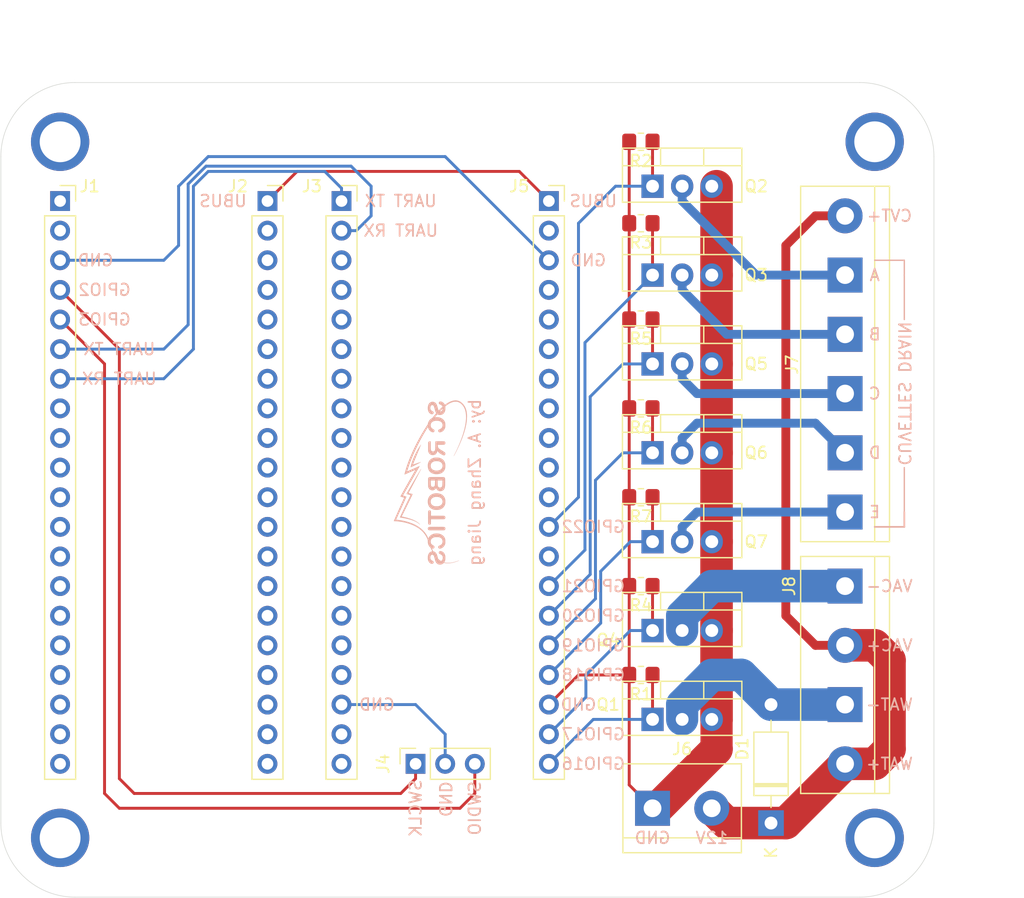
<source format=kicad_pcb>
(kicad_pcb (version 20171130) (host pcbnew "(5.1.10)-1")

  (general
    (thickness 1.6)
    (drawings 55)
    (tracks 137)
    (zones 0)
    (modules 24)
    (nets 83)
  )

  (page A4)
  (layers
    (0 F.Cu signal hide)
    (31 B.Cu signal)
    (32 B.Adhes user)
    (33 F.Adhes user)
    (34 B.Paste user)
    (35 F.Paste user)
    (36 B.SilkS user)
    (37 F.SilkS user)
    (38 B.Mask user)
    (39 F.Mask user)
    (40 Dwgs.User user)
    (41 Cmts.User user)
    (42 Eco1.User user)
    (43 Eco2.User user)
    (44 Edge.Cuts user)
    (45 Margin user)
    (46 B.CrtYd user)
    (47 F.CrtYd user)
    (48 B.Fab user)
    (49 F.Fab user hide)
  )

  (setup
    (last_trace_width 0.25)
    (trace_clearance 0.2)
    (zone_clearance 0.508)
    (zone_45_only no)
    (trace_min 0.2)
    (via_size 0.8)
    (via_drill 0.4)
    (via_min_size 0.4)
    (via_min_drill 0.3)
    (uvia_size 0.3)
    (uvia_drill 0.1)
    (uvias_allowed no)
    (uvia_min_size 0.2)
    (uvia_min_drill 0.1)
    (edge_width 0.05)
    (segment_width 0.2)
    (pcb_text_width 0.3)
    (pcb_text_size 1.5 1.5)
    (mod_edge_width 0.12)
    (mod_text_size 1 1)
    (mod_text_width 0.15)
    (pad_size 1.524 1.524)
    (pad_drill 0.762)
    (pad_to_mask_clearance 0)
    (aux_axis_origin 0 0)
    (visible_elements 7FFFFFFF)
    (pcbplotparams
      (layerselection 0x010fc_ffffffff)
      (usegerberextensions false)
      (usegerberattributes true)
      (usegerberadvancedattributes true)
      (creategerberjobfile true)
      (excludeedgelayer true)
      (linewidth 0.100000)
      (plotframeref false)
      (viasonmask false)
      (mode 1)
      (useauxorigin false)
      (hpglpennumber 1)
      (hpglpenspeed 20)
      (hpglpendiameter 15.000000)
      (psnegative false)
      (psa4output false)
      (plotreference true)
      (plotvalue true)
      (plotinvisibletext false)
      (padsonsilk false)
      (subtractmaskfromsilk false)
      (outputformat 1)
      (mirror false)
      (drillshape 0)
      (scaleselection 1)
      (outputdirectory ""))
  )

  (net 0 "")
  (net 1 PUMPS_12V)
  (net 2 D_WATER)
  (net 3 "Net-(J1-Pad20)")
  (net 4 "Net-(J1-Pad19)")
  (net 5 COM)
  (net 6 "Net-(J1-Pad17)")
  (net 7 "Net-(J1-Pad16)")
  (net 8 "Net-(J1-Pad15)")
  (net 9 "Net-(J1-Pad14)")
  (net 10 "Net-(J1-Pad12)")
  (net 11 "Net-(J1-Pad11)")
  (net 12 "Net-(J1-Pad10)")
  (net 13 "Net-(J1-Pad9)")
  (net 14 RX)
  (net 15 TX)
  (net 16 SWDIO)
  (net 17 SWCLK)
  (net 18 "Net-(J1-Pad2)")
  (net 19 "Net-(J1-Pad1)")
  (net 20 "Net-(J2-Pad20)")
  (net 21 "Net-(J2-Pad19)")
  (net 22 "Net-(J2-Pad17)")
  (net 23 "Net-(J2-Pad16)")
  (net 24 "Net-(J2-Pad15)")
  (net 25 "Net-(J2-Pad14)")
  (net 26 "Net-(J2-Pad12)")
  (net 27 "Net-(J2-Pad11)")
  (net 28 "Net-(J2-Pad10)")
  (net 29 "Net-(J2-Pad9)")
  (net 30 "Net-(J2-Pad7)")
  (net 31 "Net-(J2-Pad6)")
  (net 32 "Net-(J2-Pad5)")
  (net 33 "Net-(J2-Pad4)")
  (net 34 "Net-(J2-Pad2)")
  (net 35 VBUS)
  (net 36 "Net-(J3-Pad4)")
  (net 37 "Net-(J3-Pad5)")
  (net 38 "Net-(J3-Pad6)")
  (net 39 "Net-(J3-Pad7)")
  (net 40 "Net-(J3-Pad9)")
  (net 41 "Net-(J3-Pad10)")
  (net 42 "Net-(J3-Pad11)")
  (net 43 G_PUMP_A)
  (net 44 G_PUMP_B)
  (net 45 G_PUMP_C)
  (net 46 G_PUMP_D)
  (net 47 G_PUMP_E)
  (net 48 G_WATER)
  (net 49 G_VACUUM)
  (net 50 "Net-(J5-Pad2)")
  (net 51 "Net-(J5-Pad4)")
  (net 52 "Net-(J5-Pad5)")
  (net 53 "Net-(J5-Pad6)")
  (net 54 "Net-(J5-Pad7)")
  (net 55 "Net-(J5-Pad9)")
  (net 56 "Net-(J5-Pad10)")
  (net 57 "Net-(J5-Pad11)")
  (net 58 D_PUMP_D)
  (net 59 D_PUMP_C)
  (net 60 D_PUMP_E)
  (net 61 D_PUMP_B)
  (net 62 D_PUMP_A)
  (net 63 D_VACUUM)
  (net 64 "Net-(J3-Pad12)")
  (net 65 "Net-(J3-Pad14)")
  (net 66 "Net-(J3-Pad15)")
  (net 67 "Net-(J3-Pad16)")
  (net 68 "Net-(J3-Pad17)")
  (net 69 "Net-(J3-Pad19)")
  (net 70 "Net-(J3-Pad20)")
  (net 71 "Net-(J1-Pad18)")
  (net 72 "Net-(J1-Pad13)")
  (net 73 "Net-(J1-Pad8)")
  (net 74 "Net-(J2-Pad18)")
  (net 75 "Net-(J2-Pad13)")
  (net 76 "Net-(J2-Pad8)")
  (net 77 "Net-(J2-Pad3)")
  (net 78 "Net-(J3-Pad3)")
  (net 79 "Net-(J3-Pad8)")
  (net 80 "Net-(J3-Pad13)")
  (net 81 "Net-(J5-Pad8)")
  (net 82 "Net-(J5-Pad13)")

  (net_class Default "This is the default net class."
    (clearance 0.2)
    (trace_width 0.25)
    (via_dia 0.8)
    (via_drill 0.4)
    (uvia_dia 0.3)
    (uvia_drill 0.1)
    (add_net COM)
    (add_net D_PUMP_A)
    (add_net D_PUMP_B)
    (add_net D_PUMP_C)
    (add_net D_PUMP_D)
    (add_net D_PUMP_E)
    (add_net D_VACUUM)
    (add_net D_WATER)
    (add_net G_PUMP_A)
    (add_net G_PUMP_B)
    (add_net G_PUMP_C)
    (add_net G_PUMP_D)
    (add_net G_PUMP_E)
    (add_net G_VACUUM)
    (add_net G_WATER)
    (add_net "Net-(J1-Pad1)")
    (add_net "Net-(J1-Pad10)")
    (add_net "Net-(J1-Pad11)")
    (add_net "Net-(J1-Pad12)")
    (add_net "Net-(J1-Pad13)")
    (add_net "Net-(J1-Pad14)")
    (add_net "Net-(J1-Pad15)")
    (add_net "Net-(J1-Pad16)")
    (add_net "Net-(J1-Pad17)")
    (add_net "Net-(J1-Pad18)")
    (add_net "Net-(J1-Pad19)")
    (add_net "Net-(J1-Pad2)")
    (add_net "Net-(J1-Pad20)")
    (add_net "Net-(J1-Pad8)")
    (add_net "Net-(J1-Pad9)")
    (add_net "Net-(J2-Pad10)")
    (add_net "Net-(J2-Pad11)")
    (add_net "Net-(J2-Pad12)")
    (add_net "Net-(J2-Pad13)")
    (add_net "Net-(J2-Pad14)")
    (add_net "Net-(J2-Pad15)")
    (add_net "Net-(J2-Pad16)")
    (add_net "Net-(J2-Pad17)")
    (add_net "Net-(J2-Pad18)")
    (add_net "Net-(J2-Pad19)")
    (add_net "Net-(J2-Pad2)")
    (add_net "Net-(J2-Pad20)")
    (add_net "Net-(J2-Pad3)")
    (add_net "Net-(J2-Pad4)")
    (add_net "Net-(J2-Pad5)")
    (add_net "Net-(J2-Pad6)")
    (add_net "Net-(J2-Pad7)")
    (add_net "Net-(J2-Pad8)")
    (add_net "Net-(J2-Pad9)")
    (add_net "Net-(J3-Pad10)")
    (add_net "Net-(J3-Pad11)")
    (add_net "Net-(J3-Pad12)")
    (add_net "Net-(J3-Pad13)")
    (add_net "Net-(J3-Pad14)")
    (add_net "Net-(J3-Pad15)")
    (add_net "Net-(J3-Pad16)")
    (add_net "Net-(J3-Pad17)")
    (add_net "Net-(J3-Pad19)")
    (add_net "Net-(J3-Pad20)")
    (add_net "Net-(J3-Pad3)")
    (add_net "Net-(J3-Pad4)")
    (add_net "Net-(J3-Pad5)")
    (add_net "Net-(J3-Pad6)")
    (add_net "Net-(J3-Pad7)")
    (add_net "Net-(J3-Pad8)")
    (add_net "Net-(J3-Pad9)")
    (add_net "Net-(J5-Pad10)")
    (add_net "Net-(J5-Pad11)")
    (add_net "Net-(J5-Pad13)")
    (add_net "Net-(J5-Pad2)")
    (add_net "Net-(J5-Pad4)")
    (add_net "Net-(J5-Pad5)")
    (add_net "Net-(J5-Pad6)")
    (add_net "Net-(J5-Pad7)")
    (add_net "Net-(J5-Pad8)")
    (add_net "Net-(J5-Pad9)")
    (add_net PUMPS_12V)
    (add_net RX)
    (add_net SWCLK)
    (add_net SWDIO)
    (add_net TX)
    (add_net VBUS)
  )

  (module Package_TO_SOT_THT:TO-220-3_Vertical (layer F.Cu) (tedit 5AC8BA0D) (tstamp 61CEBF91)
    (at 143.51 100.33)
    (descr "TO-220-3, Vertical, RM 2.54mm, see https://www.vishay.com/docs/66542/to-220-1.pdf")
    (tags "TO-220-3 Vertical RM 2.54mm")
    (path /61D484FC)
    (fp_text reference Q5 (at 8.89 0) (layer F.SilkS)
      (effects (font (size 1 1) (thickness 0.15)))
    )
    (fp_text value IRLB8721PBF (at 2.54 2.5) (layer F.Fab)
      (effects (font (size 1 1) (thickness 0.15)))
    )
    (fp_line (start 7.79 -3.4) (end -2.71 -3.4) (layer F.CrtYd) (width 0.05))
    (fp_line (start 7.79 1.51) (end 7.79 -3.4) (layer F.CrtYd) (width 0.05))
    (fp_line (start -2.71 1.51) (end 7.79 1.51) (layer F.CrtYd) (width 0.05))
    (fp_line (start -2.71 -3.4) (end -2.71 1.51) (layer F.CrtYd) (width 0.05))
    (fp_line (start 4.391 -3.27) (end 4.391 -1.76) (layer F.SilkS) (width 0.12))
    (fp_line (start 0.69 -3.27) (end 0.69 -1.76) (layer F.SilkS) (width 0.12))
    (fp_line (start -2.58 -1.76) (end 7.66 -1.76) (layer F.SilkS) (width 0.12))
    (fp_line (start 7.66 -3.27) (end 7.66 1.371) (layer F.SilkS) (width 0.12))
    (fp_line (start -2.58 -3.27) (end -2.58 1.371) (layer F.SilkS) (width 0.12))
    (fp_line (start -2.58 1.371) (end 7.66 1.371) (layer F.SilkS) (width 0.12))
    (fp_line (start -2.58 -3.27) (end 7.66 -3.27) (layer F.SilkS) (width 0.12))
    (fp_line (start 4.39 -3.15) (end 4.39 -1.88) (layer F.Fab) (width 0.1))
    (fp_line (start 0.69 -3.15) (end 0.69 -1.88) (layer F.Fab) (width 0.1))
    (fp_line (start -2.46 -1.88) (end 7.54 -1.88) (layer F.Fab) (width 0.1))
    (fp_line (start 7.54 -3.15) (end -2.46 -3.15) (layer F.Fab) (width 0.1))
    (fp_line (start 7.54 1.25) (end 7.54 -3.15) (layer F.Fab) (width 0.1))
    (fp_line (start -2.46 1.25) (end 7.54 1.25) (layer F.Fab) (width 0.1))
    (fp_line (start -2.46 -3.15) (end -2.46 1.25) (layer F.Fab) (width 0.1))
    (fp_text user %R (at 2.54 -4.27) (layer F.Fab)
      (effects (font (size 1 1) (thickness 0.15)))
    )
    (pad 3 thru_hole oval (at 5.08 0) (size 1.905 2) (drill 1.1) (layers *.Cu *.Mask)
      (net 5 COM))
    (pad 2 thru_hole oval (at 2.54 0) (size 1.905 2) (drill 1.1) (layers *.Cu *.Mask)
      (net 59 D_PUMP_C))
    (pad 1 thru_hole rect (at 0 0) (size 1.905 2) (drill 1.1) (layers *.Cu *.Mask)
      (net 45 G_PUMP_C))
    (model ${KISYS3DMOD}/Package_TO_SOT_THT.3dshapes/TO-220-3_Vertical.wrl
      (at (xyz 0 0 0))
      (scale (xyz 1 1 1))
      (rotate (xyz 0 0 0))
    )
  )

  (module alexisawesome:SCRoboticsLogo (layer B.Cu) (tedit 0) (tstamp 61CF85C7)
    (at 124.46 110.49 270)
    (fp_text reference G*** (at 0 0 90) (layer B.SilkS) hide
      (effects (font (size 1.524 1.524) (thickness 0.3)) (justify mirror))
    )
    (fp_text value LOGO (at 0.75 0 90) (layer B.SilkS) hide
      (effects (font (size 1.524 1.524) (thickness 0.3)) (justify mirror))
    )
    (fp_poly (pts (xy 3.310271 3.128193) (xy 3.312793 3.108933) (xy 3.315647 3.079434) (xy 3.318633 3.041827)
      (xy 3.321553 2.998239) (xy 3.322375 2.9845) (xy 3.340213 2.765212) (xy 3.367832 2.548873)
      (xy 3.404904 2.336533) (xy 3.451101 2.129245) (xy 3.506095 1.928061) (xy 3.569558 1.734032)
      (xy 3.641162 1.548211) (xy 3.720579 1.371649) (xy 3.807481 1.205398) (xy 3.901541 1.05051)
      (xy 3.94575 0.985317) (xy 4.045787 0.853503) (xy 4.154235 0.730631) (xy 4.270006 0.617618)
      (xy 4.392012 0.51538) (xy 4.519164 0.424833) (xy 4.650375 0.346894) (xy 4.776016 0.28613)
      (xy 4.827123 0.264284) (xy 4.86805 0.247586) (xy 4.901888 0.235308) (xy 4.931728 0.226721)
      (xy 4.960662 0.221099) (xy 4.991781 0.217711) (xy 5.028177 0.215832) (xy 5.07294 0.214732)
      (xy 5.079707 0.214605) (xy 5.141944 0.212653) (xy 5.193163 0.208882) (xy 5.236817 0.2026)
      (xy 5.276357 0.193115) (xy 5.315238 0.179734) (xy 5.356911 0.161764) (xy 5.367195 0.156937)
      (xy 5.431642 0.122977) (xy 5.486827 0.085915) (xy 5.537994 0.042078) (xy 5.555343 0.02504)
      (xy 5.579069 0.001907) (xy 5.59994 -0.01568) (xy 5.621957 -0.030353) (xy 5.649119 -0.044745)
      (xy 5.685427 -0.061489) (xy 5.6896 -0.063344) (xy 5.730577 -0.081665) (xy 5.775246 -0.101876)
      (xy 5.817355 -0.121137) (xy 5.842487 -0.13278) (xy 5.911916 -0.165206) (xy 5.92009 -0.117487)
      (xy 5.938639 -0.050963) (xy 5.970148 0.010012) (xy 6.013904 0.064763) (xy 6.069195 0.112614)
      (xy 6.135311 0.15289) (xy 6.211539 0.184916) (xy 6.252029 0.197301) (xy 6.274459 0.202922)
      (xy 6.296321 0.20707) (xy 6.320421 0.20997) (xy 6.349567 0.211846) (xy 6.386566 0.21292)
      (xy 6.434225 0.213417) (xy 6.455229 0.2135) (xy 6.508745 0.213419) (xy 6.550331 0.212719)
      (xy 6.582561 0.211228) (xy 6.608014 0.208775) (xy 6.629263 0.205187) (xy 6.647543 0.200673)
      (xy 6.725763 0.173428) (xy 6.795301 0.138464) (xy 6.8552 0.096689) (xy 6.9045 0.049011)
      (xy 6.942244 -0.003661) (xy 6.967475 -0.06042) (xy 6.978591 -0.113269) (xy 6.980268 -0.142723)
      (xy 6.977269 -0.16534) (xy 6.968607 -0.188318) (xy 6.968183 -0.18923) (xy 6.953849 -0.217262)
      (xy 6.940017 -0.236325) (xy 6.922652 -0.251237) (xy 6.908672 -0.260311) (xy 6.876705 -0.272598)
      (xy 6.840165 -0.275689) (xy 6.8051 -0.269525) (xy 6.787486 -0.261484) (xy 6.76944 -0.246429)
      (xy 6.748543 -0.221128) (xy 6.723999 -0.184494) (xy 6.695009 -0.13544) (xy 6.6944 -0.134363)
      (xy 6.661465 -0.085994) (xy 6.623289 -0.046933) (xy 6.582199 -0.019423) (xy 6.568751 -0.013401)
      (xy 6.531195 -0.003223) (xy 6.484804 0.00256) (xy 6.434502 0.003941) (xy 6.38521 0.000916)
      (xy 6.34185 -0.00652) (xy 6.320625 -0.013143) (xy 6.269113 -0.038646) (xy 6.230347 -0.069433)
      (xy 6.20468 -0.105057) (xy 6.192464 -0.145072) (xy 6.192081 -0.175187) (xy 6.198617 -0.206932)
      (xy 6.21301 -0.233886) (xy 6.237635 -0.259798) (xy 6.254283 -0.273348) (xy 6.270921 -0.284995)
      (xy 6.289922 -0.295707) (xy 6.313106 -0.30613) (xy 6.342291 -0.316909) (xy 6.379298 -0.328691)
      (xy 6.425944 -0.342121) (xy 6.484051 -0.357844) (xy 6.516323 -0.366336) (xy 6.585777 -0.384846)
      (xy 6.643403 -0.401086) (xy 6.691558 -0.415859) (xy 6.732597 -0.429968) (xy 6.768879 -0.444216)
      (xy 6.802759 -0.459404) (xy 6.831483 -0.473682) (xy 6.897913 -0.514942) (xy 6.952243 -0.563768)
      (xy 6.994225 -0.619881) (xy 7.02361 -0.683003) (xy 7.026348 -0.691256) (xy 7.034673 -0.728412)
      (xy 7.0399 -0.774644) (xy 7.041886 -0.82482) (xy 7.040487 -0.873806) (xy 7.03556 -0.916469)
      (xy 7.032986 -0.928914) (xy 7.014691 -0.983999) (xy 6.987044 -1.040486) (xy 6.953206 -1.092429)
      (xy 6.932966 -1.117054) (xy 6.892934 -1.161291) (xy 6.909939 -1.242859) (xy 6.915414 -1.270478)
      (xy 6.919579 -1.295738) (xy 6.922605 -1.321289) (xy 6.924665 -1.349781) (xy 6.92593 -1.383864)
      (xy 6.926572 -1.426186) (xy 6.926762 -1.479396) (xy 6.926753 -1.502228) (xy 6.926499 -1.562611)
      (xy 6.925761 -1.611385) (xy 6.924365 -1.651454) (xy 6.922135 -1.685718) (xy 6.918893 -1.717081)
      (xy 6.914465 -1.748445) (xy 6.910303 -1.773464) (xy 6.875854 -1.937524) (xy 6.828597 -2.10721)
      (xy 6.816749 -2.144486) (xy 6.80487 -2.179983) (xy 6.790799 -2.220267) (xy 6.775329 -2.263263)
      (xy 6.759251 -2.306892) (xy 6.743354 -2.349078) (xy 6.728429 -2.387744) (xy 6.715268 -2.420813)
      (xy 6.70466 -2.446208) (xy 6.697398 -2.461852) (xy 6.694384 -2.465888) (xy 6.695899 -2.458579)
      (xy 6.701731 -2.440039) (xy 6.711087 -2.412619) (xy 6.723173 -2.378671) (xy 6.731709 -2.35532)
      (xy 6.775249 -2.228763) (xy 6.814299 -2.098018) (xy 6.847728 -1.967388) (xy 6.874407 -1.841176)
      (xy 6.888148 -1.759857) (xy 6.89185 -1.725699) (xy 6.894735 -1.679275) (xy 6.896711 -1.622813)
      (xy 6.897685 -1.558543) (xy 6.897772 -1.527628) (xy 6.897264 -1.460221) (xy 6.895665 -1.404363)
      (xy 6.892672 -1.357113) (xy 6.887982 -1.315527) (xy 6.881291 -1.276661) (xy 6.872297 -1.237574)
      (xy 6.865183 -1.211046) (xy 6.857825 -1.184749) (xy 6.794413 -1.21665) (xy 6.74725 -1.238615)
      (xy 6.702495 -1.255179) (xy 6.656613 -1.267118) (xy 6.606068 -1.275212) (xy 6.547325 -1.280236)
      (xy 6.495143 -1.282477) (xy 6.439429 -1.283601) (xy 6.394393 -1.283096) (xy 6.356276 -1.2808)
      (xy 6.321315 -1.276549) (xy 6.307851 -1.274348) (xy 6.218119 -1.252445) (xy 6.137673 -1.219658)
      (xy 6.066767 -1.17617) (xy 6.005658 -1.122165) (xy 5.954601 -1.057825) (xy 5.920133 -0.996896)
      (xy 5.898418 -0.941947) (xy 5.887152 -0.890361) (xy 5.886542 -0.844053) (xy 5.896796 -0.804938)
      (xy 5.898924 -0.800508) (xy 5.924763 -0.764505) (xy 5.958853 -0.739956) (xy 5.999439 -0.727801)
      (xy 6.035129 -0.727599) (xy 6.059051 -0.732245) (xy 6.07962 -0.741459) (xy 6.098469 -0.756994)
      (xy 6.117231 -0.780604) (xy 6.13754 -0.814044) (xy 6.161028 -0.859067) (xy 6.164977 -0.86703)
      (xy 6.186321 -0.90914) (xy 6.203841 -0.940636) (xy 6.219329 -0.96429) (xy 6.234581 -0.98287)
      (xy 6.249328 -0.997313) (xy 6.293274 -1.02909) (xy 6.343795 -1.050538) (xy 6.403098 -1.062481)
      (xy 6.429829 -1.064786) (xy 6.504686 -1.063691) (xy 6.571633 -1.051295) (xy 6.6301 -1.02779)
      (xy 6.679518 -0.993364) (xy 6.697673 -0.975437) (xy 6.715758 -0.954202) (xy 6.729713 -0.935137)
      (xy 6.736558 -0.922317) (xy 6.736593 -0.922188) (xy 6.734326 -0.907939) (xy 6.72366 -0.885121)
      (xy 6.706072 -0.855801) (xy 6.68304 -0.822043) (xy 6.656042 -0.785913) (xy 6.626556 -0.749479)
      (xy 6.59606 -0.714805) (xy 6.56652 -0.684429) (xy 6.55411 -0.672963) (xy 6.542188 -0.663988)
      (xy 6.528165 -0.656462) (xy 6.509451 -0.649344) (xy 6.483456 -0.64159) (xy 6.44759 -0.632159)
      (xy 6.41833 -0.624778) (xy 6.334213 -0.602649) (xy 6.262735 -0.581356) (xy 6.202115 -0.560102)
      (xy 6.150571 -0.538088) (xy 6.10632 -0.514519) (xy 6.067582 -0.488594) (xy 6.032573 -0.459518)
      (xy 6.017937 -0.445566) (xy 5.976117 -0.39868) (xy 5.946702 -0.352268) (xy 5.927995 -0.303377)
      (xy 5.922644 -0.279921) (xy 5.917628 -0.258396) (xy 5.912232 -0.243026) (xy 5.909948 -0.239381)
      (xy 5.901546 -0.234513) (xy 5.882749 -0.225268) (xy 5.856046 -0.212752) (xy 5.82393 -0.198072)
      (xy 5.78889 -0.182334) (xy 5.753418 -0.166644) (xy 5.720005 -0.152109) (xy 5.691142 -0.139835)
      (xy 5.66932 -0.130928) (xy 5.657029 -0.126495) (xy 5.65526 -0.126264) (xy 5.655845 -0.133919)
      (xy 5.660369 -0.148237) (xy 5.665539 -0.171581) (xy 5.667611 -0.202346) (xy 5.666716 -0.234987)
      (xy 5.662985 -0.26396) (xy 5.657204 -0.282524) (xy 5.633114 -0.31439) (xy 5.60018 -0.337496)
      (xy 5.562069 -0.350113) (xy 5.522447 -0.350511) (xy 5.515774 -0.349228) (xy 5.494255 -0.343371)
      (xy 5.47621 -0.335266) (xy 5.459858 -0.323041) (xy 5.443415 -0.30482) (xy 5.425097 -0.278729)
      (xy 5.403119 -0.242894) (xy 5.385127 -0.211918) (xy 5.341684 -0.147948) (xy 5.292205 -0.096633)
      (xy 5.237093 -0.05831) (xy 5.17675 -0.033317) (xy 5.170715 -0.031636) (xy 5.139073 -0.026066)
      (xy 5.098676 -0.022971) (xy 5.055078 -0.022416) (xy 5.013836 -0.024464) (xy 4.980506 -0.029176)
      (xy 4.979212 -0.029468) (xy 4.916294 -0.05126) (xy 4.859058 -0.085898) (xy 4.808218 -0.132593)
      (xy 4.764489 -0.190553) (xy 4.728583 -0.258986) (xy 4.701216 -0.337103) (xy 4.701118 -0.337457)
      (xy 4.69561 -0.358894) (xy 4.691517 -0.379426) (xy 4.688637 -0.401724) (xy 4.68677 -0.42846)
      (xy 4.685711 -0.462305) (xy 4.685259 -0.505932) (xy 4.685198 -0.547914) (xy 4.685319 -0.599382)
      (xy 4.685774 -0.639022) (xy 4.68681 -0.669517) (xy 4.688678 -0.693555) (xy 4.691623 -0.713818)
      (xy 4.695895 -0.732994) (xy 4.701741 -0.753766) (xy 4.705294 -0.765469) (xy 4.725753 -0.824012)
      (xy 4.74848 -0.87191) (xy 4.775506 -0.913032) (xy 4.795139 -0.93663) (xy 4.845649 -0.982614)
      (xy 4.903464 -1.016211) (xy 4.96882 -1.037518) (xy 5.041949 -1.046632) (xy 5.058229 -1.047006)
      (xy 5.134097 -1.041748) (xy 5.201557 -1.024774) (xy 5.260883 -0.995893) (xy 5.312347 -0.954913)
      (xy 5.356224 -0.901643) (xy 5.392787 -0.83589) (xy 5.406688 -0.8028) (xy 5.426522 -0.755699)
      (xy 5.445655 -0.721194) (xy 5.465872 -0.697582) (xy 5.488961 -0.683161) (xy 5.516709 -0.676227)
      (xy 5.540852 -0.674914) (xy 5.586592 -0.680631) (xy 5.623227 -0.697305) (xy 5.65028 -0.724226)
      (xy 5.667276 -0.760679) (xy 5.673739 -0.805954) (xy 5.669193 -0.859336) (xy 5.668072 -0.865305)
      (xy 5.646483 -0.938423) (xy 5.611876 -1.008156) (xy 5.565605 -1.07314) (xy 5.509025 -1.132012)
      (xy 5.44349 -1.183408) (xy 5.370356 -1.225964) (xy 5.290977 -1.258317) (xy 5.27182 -1.264217)
      (xy 5.250738 -1.269962) (xy 5.231036 -1.274209) (xy 5.210014 -1.277169) (xy 5.184971 -1.279054)
      (xy 5.153208 -1.280076) (xy 5.112025 -1.280446) (xy 5.065486 -1.2804) (xy 5.000632 -1.279587)
      (xy 4.947222 -1.277217) (xy 4.902217 -1.272694) (xy 4.862577 -1.265424) (xy 4.825265 -1.254812)
      (xy 4.78724 -1.24026) (xy 4.745465 -1.221176) (xy 4.733559 -1.21537) (xy 4.662572 -1.17257)
      (xy 4.59714 -1.117404) (xy 4.538273 -1.051293) (xy 4.486984 -0.975656) (xy 4.444284 -0.891914)
      (xy 4.411186 -0.801487) (xy 4.395586 -0.741114) (xy 4.387993 -0.69474) (xy 4.382713 -0.638466)
      (xy 4.379773 -0.576239) (xy 4.379198 -0.512004) (xy 4.381014 -0.449707) (xy 4.385245 -0.393293)
      (xy 4.391918 -0.346707) (xy 4.392998 -0.34143) (xy 4.42143 -0.238385) (xy 4.46051 -0.144728)
      (xy 4.510009 -0.060764) (xy 4.569698 0.013201) (xy 4.639348 0.076863) (xy 4.718729 0.129917)
      (xy 4.765198 0.153879) (xy 4.78782 0.164827) (xy 4.803818 0.173268) (xy 4.810075 0.177547)
      (xy 4.81003 0.177697) (xy 4.802935 0.181104) (xy 4.785072 0.189127) (xy 4.758999 0.200633)
      (xy 4.727273 0.214485) (xy 4.721251 0.2171) (xy 4.574711 0.288566) (xy 4.434203 0.373039)
      (xy 4.299936 0.470227) (xy 4.172121 0.579843) (xy 4.050968 0.701596) (xy 3.936689 0.835196)
      (xy 3.829493 0.980355) (xy 3.72959 1.136781) (xy 3.637192 1.304186) (xy 3.552509 1.48228)
      (xy 3.475751 1.670772) (xy 3.407128 1.869374) (xy 3.346851 2.077796) (xy 3.334378 2.126343)
      (xy 3.284466 2.346324) (xy 3.244243 2.569139) (xy 3.214637 2.789531) (xy 3.210699 2.826657)
      (xy 3.20656 2.866024) (xy 3.20274 2.900008) (xy 3.199538 2.926125) (xy 3.197252 2.941889)
      (xy 3.196402 2.945403) (xy 3.189631 2.942755) (xy 3.170379 2.934418) (xy 3.139374 2.920718)
      (xy 3.097341 2.901985) (xy 3.045008 2.878545) (xy 2.983102 2.850727) (xy 2.912351 2.818858)
      (xy 2.833481 2.783267) (xy 2.747219 2.744281) (xy 2.654292 2.702228) (xy 2.555428 2.657436)
      (xy 2.451353 2.610232) (xy 2.342794 2.560945) (xy 2.230479 2.509903) (xy 2.210686 2.500903)
      (xy 2.097723 2.449551) (xy 1.988349 2.399865) (xy 1.883296 2.352177) (xy 1.783294 2.306816)
      (xy 1.689074 2.264113) (xy 1.601366 2.224398) (xy 1.520901 2.188001) (xy 1.448409 2.155252)
      (xy 1.384621 2.126482) (xy 1.330267 2.10202) (xy 1.286079 2.082198) (xy 1.252785 2.067345)
      (xy 1.231118 2.057791) (xy 1.221808 2.053867) (xy 1.221508 2.053783) (xy 1.21782 2.060434)
      (xy 1.210881 2.079018) (xy 1.201364 2.107496) (xy 1.189944 2.143828) (xy 1.177293 2.185975)
      (xy 1.172984 2.200741) (xy 1.160038 2.244805) (xy 1.148139 2.284172) (xy 1.137964 2.316689)
      (xy 1.130191 2.340207) (xy 1.125499 2.352571) (xy 1.124782 2.353796) (xy 1.118026 2.35085)
      (xy 1.099285 2.341009) (xy 1.069158 2.324613) (xy 1.028242 2.302001) (xy 0.977136 2.27351)
      (xy 0.916439 2.23948) (xy 0.846749 2.20025) (xy 0.768665 2.156157) (xy 0.682785 2.10754)
      (xy 0.589709 2.054739) (xy 0.490033 1.998091) (xy 0.384358 1.937935) (xy 0.273282 1.874611)
      (xy 0.157402 1.808455) (xy 0.037318 1.739808) (xy -0.086371 1.669008) (xy -0.141951 1.637164)
      (xy -0.267021 1.56551) (xy -0.388726 1.495829) (xy -0.506466 1.428462) (xy -0.619646 1.363749)
      (xy -0.727668 1.302029) (xy -0.829935 1.243644) (xy -0.925849 1.188932) (xy -1.014814 1.138234)
      (xy -1.096232 1.091891) (xy -1.169506 1.050241) (xy -1.234039 1.013626) (xy -1.289233 0.982384)
      (xy -1.334492 0.956857) (xy -1.369218 0.937384) (xy -1.392815 0.924305) (xy -1.404684 0.917961)
      (xy -1.406038 0.917391) (xy -1.403656 0.924337) (xy -1.395856 0.943571) (xy -1.383069 0.9741)
      (xy -1.365722 1.014927) (xy -1.344243 1.065055) (xy -1.319061 1.12349) (xy -1.290606 1.189236)
      (xy -1.259304 1.261297) (xy -1.225585 1.338676) (xy -1.189877 1.420379) (xy -1.173386 1.458037)
      (xy -1.136978 1.54126) (xy -1.102413 1.620542) (xy -1.070117 1.694896) (xy -1.040511 1.763333)
      (xy -1.014021 1.824865) (xy -0.991069 1.878504) (xy -0.972079 1.923261) (xy -0.957474 1.958148)
      (xy -0.94768 1.982178) (xy -0.943118 1.99436) (xy -0.942889 1.995714) (xy -0.955888 1.993457)
      (xy -0.980985 1.987032) (xy -1.016542 1.97696) (xy -1.06092 1.96376) (xy -1.112483 1.947953)
      (xy -1.169591 1.930058) (xy -1.230606 1.910597) (xy -1.29389 1.890088) (xy -1.357805 1.869052)
      (xy -1.420713 1.84801) (xy -1.480976 1.827481) (xy -1.536954 1.807985) (xy -1.560285 1.799697)
      (xy -1.757432 1.727461) (xy -1.951456 1.652835) (xy -2.144452 1.574912) (xy -2.338515 1.492786)
      (xy -2.535739 1.405548) (xy -2.738219 1.312293) (xy -2.948048 1.212113) (xy -3.167322 1.104101)
      (xy -3.171371 1.102078) (xy -3.38483 0.994024) (xy -3.587052 0.888711) (xy -3.780688 0.784661)
      (xy -3.968389 0.680396) (xy -4.152806 0.574439) (xy -4.336588 0.46531) (xy -4.522388 0.351531)
      (xy -4.566217 0.324217) (xy -4.752748 0.207604) (xy -4.694794 0.190872) (xy -4.615176 0.161953)
      (xy -4.540918 0.123334) (xy -4.473657 0.076421) (xy -4.415033 0.022619) (xy -4.366682 -0.036668)
      (xy -4.330242 -0.100034) (xy -4.316831 -0.1333) (xy -4.30851 -0.166963) (xy -4.304464 -0.204321)
      (xy -4.304783 -0.240454) (xy -4.309558 -0.270442) (xy -4.31411 -0.282524) (xy -4.338474 -0.314743)
      (xy -4.371737 -0.337861) (xy -4.410336 -0.350217) (xy -4.450711 -0.350151) (xy -4.45663 -0.348983)
      (xy -4.482647 -0.340986) (xy -4.504247 -0.328443) (xy -4.524194 -0.308885) (xy -4.545255 -0.279839)
      (xy -4.559405 -0.257112) (xy -4.597849 -0.196138) (xy -4.633108 -0.147242) (xy -4.66684 -0.108817)
      (xy -4.700704 -0.079257) (xy -4.73636 -0.056959) (xy -4.775466 -0.040316) (xy -4.787543 -0.036363)
      (xy -4.836553 -0.025913) (xy -4.892136 -0.021606) (xy -4.94838 -0.023464) (xy -4.99937 -0.031508)
      (xy -5.014025 -0.03552) (xy -5.077221 -0.062564) (xy -5.133184 -0.101719) (xy -5.181456 -0.152259)
      (xy -5.221578 -0.213458) (xy -5.253091 -0.284591) (xy -5.275536 -0.36493) (xy -5.288453 -0.45375)
      (xy -5.289804 -0.471714) (xy -5.292006 -0.575639) (xy -5.284782 -0.670181) (xy -5.268359 -0.754996)
      (xy -5.242967 -0.829739) (xy -5.208833 -0.894065) (xy -5.166183 -0.947628) (xy -5.115248 -0.990086)
      (xy -5.056253 -1.021092) (xy -4.989428 -1.040302) (xy -4.914999 -1.04737) (xy -4.909457 -1.047401)
      (xy -4.834356 -1.041449) (xy -4.767327 -1.023516) (xy -4.70821 -0.993488) (xy -4.656844 -0.951248)
      (xy -4.613067 -0.896683) (xy -4.576719 -0.829677) (xy -4.565104 -0.801666) (xy -4.545251 -0.754719)
      (xy -4.525932 -0.72039) (xy -4.505329 -0.696974) (xy -4.481626 -0.682765) (xy -4.453004 -0.676059)
      (xy -4.430003 -0.674914) (xy -4.384902 -0.68083) (xy -4.34817 -0.698427) (xy -4.320191 -0.727484)
      (xy -4.310447 -0.744468) (xy -4.301298 -0.766502) (xy -4.297254 -0.78726) (xy -4.297351 -0.813231)
      (xy -4.298306 -0.826213) (xy -4.311481 -0.898397) (xy -4.337924 -0.968325) (xy -4.376421 -1.034675)
      (xy -4.425757 -1.096122) (xy -4.484716 -1.151341) (xy -4.552084 -1.199008) (xy -4.626644 -1.237799)
      (xy -4.700457 -1.264481) (xy -4.721291 -1.270144) (xy -4.740933 -1.274328) (xy -4.76207 -1.277242)
      (xy -4.787391 -1.279094) (xy -4.819586 -1.280094) (xy -4.861343 -1.280448) (xy -4.905828 -1.2804)
      (xy -4.970817 -1.279579) (xy -5.024343 -1.277192) (xy -5.069425 -1.27265) (xy -5.109081 -1.265368)
      (xy -5.146331 -1.254757) (xy -5.184193 -1.240229) (xy -5.225686 -1.221198) (xy -5.236028 -1.216138)
      (xy -5.312421 -1.170413) (xy -5.381004 -1.11268) (xy -5.441373 -1.043413) (xy -5.493125 -0.963086)
      (xy -5.535856 -0.872173) (xy -5.541637 -0.857187) (xy -5.558462 -0.809458) (xy -5.571201 -0.765523)
      (xy -5.580363 -0.722031) (xy -5.586459 -0.675634) (xy -5.589997 -0.622982) (xy -5.591489 -0.560727)
      (xy -5.591628 -0.528798) (xy -5.591628 -0.38631) (xy -5.624285 -0.413034) (xy -5.641162 -0.426833)
      (xy -5.666518 -0.447555) (xy -5.697593 -0.472942) (xy -5.731623 -0.500737) (xy -5.752295 -0.517618)
      (xy -5.847647 -0.59548) (xy -5.826406 -0.634697) (xy -5.802433 -0.692976) (xy -5.788559 -0.759122)
      (xy -5.785096 -0.830289) (xy -5.792353 -0.903629) (xy -5.795389 -0.91963) (xy -5.817684 -0.992635)
      (xy -5.852784 -1.059543) (xy -5.899977 -1.119538) (xy -5.958551 -1.171802) (xy -6.027792 -1.21552)
      (xy -6.072201 -1.236489) (xy -6.098741 -1.246035) (xy -6.133875 -1.256465) (xy -6.171902 -1.266154)
      (xy -6.1911 -1.270395) (xy -6.220847 -1.27616) (xy -6.247573 -1.280176) (xy -6.274702 -1.282644)
      (xy -6.305655 -1.283766) (xy -6.343856 -1.28374) (xy -6.392728 -1.282769) (xy -6.399348 -1.282602)
      (xy -6.532153 -1.279194) (xy -6.577571 -1.338097) (xy -6.669081 -1.464124) (xy -6.74687 -1.587187)
      (xy -6.811276 -1.707929) (xy -6.862636 -1.826993) (xy -6.901289 -1.945021) (xy -6.906111 -1.963057)
      (xy -6.914066 -1.995048) (xy -6.919691 -2.022219) (xy -6.92338 -2.048385) (xy -6.92553 -2.07736)
      (xy -6.926534 -2.112955) (xy -6.926787 -2.158986) (xy -6.926787 -2.162628) (xy -6.926505 -2.210348)
      (xy -6.925476 -2.246933) (xy -6.923384 -2.275757) (xy -6.919915 -2.300195) (xy -6.914754 -2.323619)
      (xy -6.910192 -2.340428) (xy -6.875702 -2.435065) (xy -6.82721 -2.526669) (xy -6.764995 -2.614792)
      (xy -6.689337 -2.698984) (xy -6.682418 -2.705824) (xy -6.595394 -2.782555) (xy -6.500623 -2.849505)
      (xy -6.397291 -2.907044) (xy -6.284589 -2.955539) (xy -6.161703 -2.995359) (xy -6.027822 -3.026872)
      (xy -5.942125 -3.041908) (xy -5.889656 -3.048304) (xy -5.825543 -3.053291) (xy -5.752587 -3.056851)
      (xy -5.673592 -3.05897) (xy -5.591359 -3.059633) (xy -5.508691 -3.058823) (xy -5.428391 -3.056527)
      (xy -5.353261 -3.052727) (xy -5.286104 -3.04741) (xy -5.268685 -3.0456) (xy -5.060621 -3.017761)
      (xy -4.845559 -2.979411) (xy -4.622991 -2.930431) (xy -4.392405 -2.870702) (xy -4.153292 -2.800104)
      (xy -3.984513 -2.745477) (xy -3.770184 -2.670691) (xy -3.548137 -2.587385) (xy -3.321373 -2.496828)
      (xy -3.092893 -2.400287) (xy -2.865696 -2.299029) (xy -2.642784 -2.194324) (xy -2.427157 -2.087437)
      (xy -2.427008 -2.087361) (xy -2.38269 -2.06486) (xy -2.342965 -2.044866) (xy -2.309552 -2.028231)
      (xy -2.284173 -2.015807) (xy -2.268552 -2.008446) (xy -2.264228 -2.006794) (xy -2.270502 -2.012126)
      (xy -2.288436 -2.023235) (xy -2.316696 -2.039426) (xy -2.353951 -2.060006) (xy -2.398868 -2.084281)
      (xy -2.450114 -2.111557) (xy -2.506357 -2.141139) (xy -2.566263 -2.172335) (xy -2.628502 -2.204449)
      (xy -2.69174 -2.236789) (xy -2.754644 -2.268659) (xy -2.815882 -2.299367) (xy -2.874121 -2.328217)
      (xy -2.928029 -2.354516) (xy -2.975428 -2.377172) (xy -3.256661 -2.505794) (xy -3.530321 -2.622766)
      (xy -3.796318 -2.728058) (xy -4.054563 -2.821642) (xy -4.304964 -2.903488) (xy -4.547431 -2.973569)
      (xy -4.781875 -3.031855) (xy -5.008205 -3.078316) (xy -5.22633 -3.112924) (xy -5.29288 -3.121314)
      (xy -5.332841 -3.125253) (xy -5.382416 -3.128919) (xy -5.439026 -3.132232) (xy -5.500088 -3.135111)
      (xy -5.563024 -3.137474) (xy -5.625252 -3.13924) (xy -5.684192 -3.140328) (xy -5.737265 -3.140657)
      (xy -5.781888 -3.140145) (xy -5.815483 -3.138712) (xy -5.823857 -3.138009) (xy -5.918069 -3.127689)
      (xy -6.000282 -3.116765) (xy -6.073011 -3.104798) (xy -6.138771 -3.09135) (xy -6.200076 -3.07598)
      (xy -6.232184 -3.066736) (xy -6.352253 -3.024689) (xy -6.465103 -2.973284) (xy -6.569981 -2.91328)
      (xy -6.66613 -2.845432) (xy -6.752795 -2.770497) (xy -6.829223 -2.689233) (xy -6.894656 -2.602395)
      (xy -6.948341 -2.510742) (xy -6.989522 -2.415028) (xy -7.017445 -2.316013) (xy -7.025302 -2.271825)
      (xy -7.029693 -2.2244) (xy -7.030969 -2.167636) (xy -7.029341 -2.106321) (xy -7.025019 -2.045246)
      (xy -7.018215 -1.989199) (xy -7.011221 -1.951622) (xy -6.982852 -1.849833) (xy -6.943165 -1.74258)
      (xy -6.893213 -1.631995) (xy -6.834044 -1.520212) (xy -6.766708 -1.409364) (xy -6.692256 -1.301584)
      (xy -6.689227 -1.297478) (xy -6.64796 -1.241675) (xy -6.693551 -1.219231) (xy -6.759552 -1.178906)
      (xy -6.818787 -1.126988) (xy -6.867275 -1.067895) (xy -6.345077 -1.067895) (xy -6.316695 -1.063205)
      (xy -6.294354 -1.058584) (xy -6.265218 -1.051355) (xy -6.241142 -1.044678) (xy -6.188735 -1.023136)
      (xy -6.145303 -0.992648) (xy -6.112123 -0.954728) (xy -6.090473 -0.910888) (xy -6.081629 -0.862642)
      (xy -6.081485 -0.855514) (xy -6.082161 -0.832794) (xy -6.083913 -0.817302) (xy -6.085864 -0.8128)
      (xy -6.093109 -0.817672) (xy -6.108698 -0.831104) (xy -6.130782 -0.851323) (xy -6.157513 -0.876555)
      (xy -6.187044 -0.905025) (xy -6.217528 -0.934959) (xy -6.247116 -0.964583) (xy -6.273961 -0.992122)
      (xy -6.287667 -1.00657) (xy -6.345077 -1.067895) (xy -6.867275 -1.067895) (xy -6.869127 -1.065638)
      (xy -6.90458 -1.005146) (xy -6.925364 -0.954794) (xy -6.938579 -0.905837) (xy -6.943419 -0.861877)
      (xy -6.941887 -0.83889) (xy -6.929438 -0.799641) (xy -6.907263 -0.767937) (xy -6.877856 -0.74456)
      (xy -6.843709 -0.730289) (xy -6.807317 -0.725904) (xy -6.771174 -0.732185) (xy -6.737772 -0.749912)
      (xy -6.717951 -0.768839) (xy -6.707133 -0.784566) (xy -6.692328 -0.809972) (xy -6.675513 -0.841502)
      (xy -6.659207 -0.874457) (xy -6.630612 -0.929209) (xy -6.602223 -0.971672) (xy -6.572292 -1.003937)
      (xy -6.539075 -1.028099) (xy -6.524548 -1.035928) (xy -6.492268 -1.051887) (xy -6.441488 -0.995843)
      (xy -6.420742 -0.973427) (xy -6.392195 -0.94326) (xy -6.358286 -0.907883) (xy -6.32145 -0.869835)
      (xy -6.284125 -0.831656) (xy -6.27588 -0.823278) (xy -6.161053 -0.706755) (xy -6.188398 -0.693604)
      (xy -6.208427 -0.68441) (xy -6.229153 -0.676022) (xy -6.252872 -0.667727) (xy -6.281883 -0.658814)
      (xy -6.318481 -0.648571) (xy -6.364965 -0.636284) (xy -6.413584 -0.6238) (xy -6.504281 -0.59927)
      (xy -6.581932 -0.575016) (xy -6.647978 -0.550372) (xy -6.703855 -0.524674) (xy -6.751003 -0.497258)
      (xy -6.790862 -0.467459) (xy -6.824868 -0.434613) (xy -6.826058 -0.433302) (xy -6.866383 -0.378298)
      (xy -6.894812 -0.317046) (xy -6.911351 -0.251609) (xy -6.916006 -0.18405) (xy -6.90878 -0.11643)
      (xy -6.889679 -0.050812) (xy -6.858708 0.01074) (xy -6.824876 0.056257) (xy -6.771599 0.106218)
      (xy -6.707293 0.147141) (xy -6.632408 0.178867) (xy -6.547395 0.201239) (xy -6.452705 0.214099)
      (xy -6.364514 0.217432) (xy -6.289101 0.214948) (xy -6.223595 0.207474) (xy -6.164058 0.194368)
      (xy -6.108778 0.175862) (xy -6.051796 0.150528) (xy -6.004288 0.121613) (xy -5.961219 0.085763)
      (xy -5.937466 0.061732) (xy -5.900157 0.017371) (xy -5.874684 -0.024432) (xy -5.859591 -0.066947)
      (xy -5.853418 -0.113441) (xy -5.85309 -0.1275) (xy -5.853559 -0.15848) (xy -5.855951 -0.17984)
      (xy -5.86135 -0.196451) (xy -5.87084 -0.213183) (xy -5.872851 -0.216257) (xy -5.900163 -0.246344)
      (xy -5.933613 -0.266046) (xy -5.970305 -0.275144) (xy -6.00734 -0.273418) (xy -6.041819 -0.260652)
      (xy -6.070845 -0.236626) (xy -6.074969 -0.231486) (xy -6.087755 -0.212798) (xy -6.104004 -0.186662)
      (xy -6.120384 -0.158455) (xy -6.121734 -0.156028) (xy -6.149013 -0.112789) (xy -6.179777 -0.073986)
      (xy -6.2113 -0.042678) (xy -6.240855 -0.021923) (xy -6.241707 -0.021483) (xy -6.283978 -0.006071)
      (xy -6.334998 0.002896) (xy -6.390463 0.00532) (xy -6.446068 0.001101) (xy -6.497509 -0.009858)
      (xy -6.513564 -0.015241) (xy -6.555816 -0.036503) (xy -6.591653 -0.065152) (xy -6.618972 -0.098725)
      (xy -6.635669 -0.134759) (xy -6.639967 -0.163286) (xy -6.633251 -0.198787) (xy -6.614537 -0.233816)
      (xy -6.585975 -0.264659) (xy -6.577358 -0.27142) (xy -6.553687 -0.286752) (xy -6.525236 -0.301128)
      (xy -6.490106 -0.315238) (xy -6.4464 -0.329771) (xy -6.392219 -0.345414) (xy -6.325666 -0.362856)
      (xy -6.3246 -0.363126) (xy -6.239811 -0.385389) (xy -6.167685 -0.406199) (xy -6.106511 -0.426151)
      (xy -6.054584 -0.445843) (xy -6.010195 -0.465868) (xy -5.974073 -0.485376) (xy -5.938092 -0.506592)
      (xy -5.833803 -0.419114) (xy -5.790825 -0.383414) (xy -5.742094 -0.343502) (xy -5.692448 -0.303309)
      (xy -5.646725 -0.266761) (xy -5.627937 -0.251938) (xy -5.590657 -0.22244) (xy -5.562844 -0.199548)
      (xy -5.542387 -0.18111) (xy -5.527177 -0.16498) (xy -5.515103 -0.149007) (xy -5.504056 -0.131043)
      (xy -5.497309 -0.118905) (xy -5.446076 -0.038924) (xy -5.385062 0.030546) (xy -5.313724 0.090025)
      (xy -5.23152 0.140033) (xy -5.221514 0.145116) (xy -5.17779 0.164996) (xy -5.131776 0.18262)
      (xy -5.087133 0.196835) (xy -5.047523 0.206487) (xy -5.016608 0.210423) (xy -5.014138 0.210457)
      (xy -4.998275 0.214933) (xy -4.971991 0.228043) (xy -4.936163 0.249313) (xy -4.904628 0.269627)
      (xy -4.549588 0.497321) (xy -4.183286 0.71866) (xy -3.808055 0.932368) (xy -3.426229 1.137167)
      (xy -3.040142 1.331783) (xy -2.652127 1.514938) (xy -2.510971 1.578466) (xy -2.259879 1.6875)
      (xy -2.018296 1.787264) (xy -1.784957 1.878209) (xy -1.558596 1.960787) (xy -1.337946 2.035451)
      (xy -1.121741 2.102653) (xy -0.908716 2.162845) (xy -0.784693 2.195081) (xy -0.747951 2.204112)
      (xy -0.716513 2.211434) (xy -0.692904 2.216493) (xy -0.67965 2.21873) (xy -0.677721 2.218655)
      (xy -0.680124 2.211743) (xy -0.687926 2.192615) (xy -0.700669 2.162335) (xy -0.717894 2.121968)
      (xy -0.739141 2.072576) (xy -0.763954 2.015225) (xy -0.791871 1.950977) (xy -0.822436 1.880897)
      (xy -0.855188 1.806049) (xy -0.881801 1.745401) (xy -0.915938 1.667597) (xy -0.948255 1.593748)
      (xy -0.978292 1.524915) (xy -1.005589 1.462162) (xy -1.029685 1.406552) (xy -1.050123 1.359147)
      (xy -1.066441 1.321009) (xy -1.07818 1.293203) (xy -1.084881 1.27679) (xy -1.086316 1.272583)
      (xy -1.079881 1.275883) (xy -1.061465 1.286017) (xy -1.031695 1.302628) (xy -0.991199 1.325362)
      (xy -0.940605 1.353862) (xy -0.88054 1.387774) (xy -0.811631 1.426742) (xy -0.734507 1.47041)
      (xy -0.649796 1.518423) (xy -0.558124 1.570426) (xy -0.460119 1.626062) (xy -0.356409 1.684977)
      (xy -0.247622 1.746814) (xy -0.134384 1.811219) (xy -0.017325 1.877836) (xy 0.062045 1.923026)
      (xy 0.181307 1.990899) (xy 0.297185 2.056766) (xy 0.40905 2.120271) (xy 0.516274 2.181062)
      (xy 0.618226 2.238784) (xy 0.714279 2.293082) (xy 0.803804 2.343605) (xy 0.886172 2.389996)
      (xy 0.960753 2.431903) (xy 1.026919 2.468972) (xy 1.084041 2.500848) (xy 1.131491 2.527177)
      (xy 1.168639 2.547607) (xy 1.194857 2.561782) (xy 1.209515 2.569349) (xy 1.212553 2.57055)
      (xy 1.215701 2.56237) (xy 1.222138 2.542243) (xy 1.231255 2.512201) (xy 1.242439 2.474276)
      (xy 1.25508 2.430501) (xy 1.262569 2.404187) (xy 1.277384 2.352292) (xy 1.28901 2.312873)
      (xy 1.298018 2.284391) (xy 1.304984 2.265304) (xy 1.310482 2.254071) (xy 1.315085 2.249151)
      (xy 1.319368 2.249005) (xy 1.320237 2.249413) (xy 1.329186 2.25362) (xy 1.350364 2.263259)
      (xy 1.382885 2.277937) (xy 1.425861 2.297257) (xy 1.478406 2.320824) (xy 1.539633 2.348244)
      (xy 1.608655 2.379122) (xy 1.684586 2.413062) (xy 1.766538 2.449669) (xy 1.853624 2.488548)
      (xy 1.944959 2.529305) (xy 2.039654 2.571543) (xy 2.136824 2.614868) (xy 2.235581 2.658886)
      (xy 2.335039 2.7032) (xy 2.434311 2.747415) (xy 2.532509 2.791138) (xy 2.628748 2.833972)
      (xy 2.72214 2.875522) (xy 2.811799 2.915394) (xy 2.896837 2.953193) (xy 2.976368 2.988522)
      (xy 3.049505 3.020988) (xy 3.115362 3.050195) (xy 3.173051 3.075748) (xy 3.221686 3.097252)
      (xy 3.260379 3.114311) (xy 3.288244 3.126532) (xy 3.304395 3.133518) (xy 3.30828 3.135086)
      (xy 3.310271 3.128193)) (layer B.SilkS) (width 0.01))
    (fp_poly (pts (xy -3.062514 0.192091) (xy -2.979327 0.191992) (xy -2.909298 0.191779) (xy -2.85107 0.19141)
      (xy -2.803288 0.190841) (xy -2.764594 0.190031) (xy -2.733634 0.188936) (xy -2.70905 0.187515)
      (xy -2.689487 0.185724) (xy -2.673587 0.183521) (xy -2.659996 0.180864) (xy -2.653214 0.179244)
      (xy -2.578089 0.153618) (xy -2.511578 0.117149) (xy -2.454553 0.070589) (xy -2.407887 0.014689)
      (xy -2.372454 -0.049797) (xy -2.364576 -0.069528) (xy -2.357795 -0.090206) (xy -2.35321 -0.111129)
      (xy -2.350416 -0.135873) (xy -2.349006 -0.168015) (xy -2.348575 -0.210457) (xy -2.348796 -0.252192)
      (xy -2.34991 -0.28297) (xy -2.352341 -0.306341) (xy -2.356516 -0.325857) (xy -2.362857 -0.345066)
      (xy -2.365509 -0.351971) (xy -2.384248 -0.394556) (xy -2.404861 -0.428865) (xy -2.431266 -0.460675)
      (xy -2.455692 -0.484924) (xy -2.489307 -0.511543) (xy -2.532585 -0.53845) (xy -2.580922 -0.563251)
      (xy -2.629716 -0.583555) (xy -2.668582 -0.595606) (xy -2.706451 -0.604968) (xy -2.672211 -0.628519)
      (xy -2.612978 -0.676089) (xy -2.553836 -0.736862) (xy -2.495797 -0.809556) (xy -2.439874 -0.892888)
      (xy -2.387077 -0.985576) (xy -2.380537 -0.998164) (xy -2.351045 -1.059625) (xy -2.331155 -1.110661)
      (xy -2.320759 -1.151632) (xy -2.319748 -1.182901) (xy -2.322061 -1.193119) (xy -2.341713 -1.232113)
      (xy -2.371179 -1.260575) (xy -2.40993 -1.278153) (xy -2.457434 -1.284498) (xy -2.460171 -1.284514)
      (xy -2.506099 -1.279309) (xy -2.545114 -1.262674) (xy -2.580779 -1.233079) (xy -2.5813 -1.232536)
      (xy -2.590877 -1.220242) (xy -2.606699 -1.197254) (xy -2.627615 -1.165362) (xy -2.652473 -1.126358)
      (xy -2.68012 -1.082035) (xy -2.709404 -1.034183) (xy -2.718203 -1.019628) (xy -2.765535 -0.941675)
      (xy -2.806834 -0.8754) (xy -2.843184 -0.819833) (xy -2.875667 -0.774001) (xy -2.905366 -0.736932)
      (xy -2.933364 -0.707654) (xy -2.960743 -0.685195) (xy -2.988585 -0.668584) (xy -3.017974 -0.656848)
      (xy -3.049992 -0.649015) (xy -3.085722 -0.644114) (xy -3.126246 -0.641173) (xy -3.140528 -0.640481)
      (xy -3.229428 -0.636517) (xy -3.22947 -0.875244) (xy -3.229694 -0.934893) (xy -3.230309 -0.991775)
      (xy -3.231261 -1.043766) (xy -3.232498 -1.08874) (xy -3.233966 -1.124575) (xy -3.235612 -1.149145)
      (xy -3.236537 -1.15687) (xy -3.24994 -1.204722) (xy -3.272602 -1.241417) (xy -3.304439 -1.26688)
      (xy -3.345366 -1.28104) (xy -3.383353 -1.284193) (xy -3.427223 -1.279845) (xy -3.45563 -1.269805)
      (xy -3.488127 -1.244718) (xy -3.51171 -1.208367) (xy -3.518604 -1.190903) (xy -3.520671 -1.177703)
      (xy -3.522467 -1.15222) (xy -3.523992 -1.11613) (xy -3.525248 -1.071112) (xy -3.526238 -1.018844)
      (xy -3.526961 -0.961004) (xy -3.52742 -0.89927) (xy -3.527617 -0.835319) (xy -3.527553 -0.770831)
      (xy -3.527229 -0.707482) (xy -3.526648 -0.646951) (xy -3.52581 -0.590915) (xy -3.524717 -0.541053)
      (xy -3.523372 -0.499044) (xy -3.521774 -0.466563) (xy -3.519927 -0.445291) (xy -3.5179 -0.436954)
      (xy -3.508181 -0.434916) (xy -3.484412 -0.433016) (xy -3.447056 -0.43127) (xy -3.396577 -0.429691)
      (xy -3.333437 -0.428295) (xy -3.258101 -0.427096) (xy -3.182257 -0.426218) (xy -3.101626 -0.425347)
      (xy -3.034132 -0.424431) (xy -2.978398 -0.423412) (xy -2.933047 -0.422236) (xy -2.896701 -0.420845)
      (xy -2.867983 -0.419185) (xy -2.845517 -0.417199) (xy -2.827924 -0.414832) (xy -2.813828 -0.412027)
      (xy -2.8101 -0.411098) (xy -2.753909 -0.392336) (xy -2.710691 -0.368235) (xy -2.679563 -0.337787)
      (xy -2.659645 -0.299985) (xy -2.650055 -0.253819) (xy -2.648857 -0.226629) (xy -2.655049 -0.173206)
      (xy -2.673453 -0.127559) (xy -2.703811 -0.090038) (xy -2.745865 -0.060991) (xy -2.782487 -0.045768)
      (xy -2.792803 -0.042885) (xy -2.805645 -0.040449) (xy -2.822336 -0.038408) (xy -2.844198 -0.036709)
      (xy -2.872552 -0.035302) (xy -2.90872 -0.034133) (xy -2.954024 -0.033152) (xy -3.009785 -0.032305)
      (xy -3.077326 -0.031541) (xy -3.157969 -0.030807) (xy -3.164055 -0.030757) (xy -3.254526 -0.029844)
      (xy -3.332159 -0.028721) (xy -3.396674 -0.027395) (xy -3.44779 -0.025875) (xy -3.485224 -0.024169)
      (xy -3.508697 -0.022286) (xy -3.517841 -0.020314) (xy -3.523453 -0.008118) (xy -3.526357 0.013961)
      (xy -3.526622 0.041558) (xy -3.524319 0.07031) (xy -3.519515 0.095852) (xy -3.515809 0.107011)
      (xy -3.500088 0.136739) (xy -3.479273 0.158669) (xy -3.450771 0.176758) (xy -3.443874 0.180285)
      (xy -3.436627 0.183232) (xy -3.42774 0.185653) (xy -3.415925 0.187596) (xy -3.399891 0.189114)
      (xy -3.37835 0.190256) (xy -3.350013 0.191075) (xy -3.313589 0.19162) (xy -3.26779 0.191944)
      (xy -3.211326 0.192096) (xy -3.142909 0.192128) (xy -3.062514 0.192091)) (layer B.SilkS) (width 0.01))
    (fp_poly (pts (xy -1.382485 0.215476) (xy -1.312457 0.211269) (xy -1.252509 0.203796) (xy -1.198383 0.192045)
      (xy -1.145821 0.175) (xy -1.090564 0.151651) (xy -1.06692 0.1404) (xy -1.032044 0.122942)
      (xy -1.005023 0.107836) (xy -0.982093 0.092339) (xy -0.959494 0.073708) (xy -0.933463 0.0492)
      (xy -0.910389 0.02628) (xy -0.879835 -0.004911) (xy -0.857102 -0.030003) (xy -0.83941 -0.052813)
      (xy -0.823983 -0.077157) (xy -0.808041 -0.106853) (xy -0.796188 -0.130628) (xy -0.765854 -0.198408)
      (xy -0.743002 -0.264368) (xy -0.7269 -0.331983) (xy -0.716817 -0.404728) (xy -0.712021 -0.486076)
      (xy -0.711373 -0.5334) (xy -0.716257 -0.647275) (xy -0.731358 -0.751293) (xy -0.756945 -0.846169)
      (xy -0.793286 -0.932613) (xy -0.84065 -1.01134) (xy -0.899306 -1.083062) (xy -0.930264 -1.114003)
      (xy -0.997887 -1.169451) (xy -1.071228 -1.21351) (xy -1.15135 -1.246542) (xy -1.239314 -1.268911)
      (xy -1.336184 -1.280981) (xy -1.425165 -1.283427) (xy -1.464201 -1.282822) (xy -1.499717 -1.281924)
      (xy -1.528344 -1.280842) (xy -1.546708 -1.279686) (xy -1.5494 -1.279385) (xy -1.618212 -1.265854)
      (xy -1.689696 -1.244353) (xy -1.758969 -1.216709) (xy -1.82115 -1.184747) (xy -1.8482 -1.167618)
      (xy -1.919198 -1.110571) (xy -1.980369 -1.043416) (xy -2.031889 -0.965868) (xy -2.073937 -0.877645)
      (xy -2.10669 -0.778461) (xy -2.116193 -0.740228) (xy -2.121659 -0.707656) (xy -2.126108 -0.664222)
      (xy -2.129428 -0.61355) (xy -2.131506 -0.559264) (xy -2.131949 -0.526143) (xy -1.830688 -0.526143)
      (xy -1.829592 -0.589634) (xy -1.825642 -0.643046) (xy -1.818156 -0.690651) (xy -1.806453 -0.73672)
      (xy -1.789851 -0.785525) (xy -1.788904 -0.788049) (xy -1.755559 -0.857756) (xy -1.712376 -0.917684)
      (xy -1.66065 -0.967166) (xy -1.601675 -1.005534) (xy -1.536745 -1.032122) (xy -1.467155 -1.046263)
      (xy -1.3942 -1.04729) (xy -1.319173 -1.034534) (xy -1.313542 -1.033016) (xy -1.245467 -1.007022)
      (xy -1.185428 -0.969168) (xy -1.13372 -0.919871) (xy -1.090639 -0.859549) (xy -1.056479 -0.78862)
      (xy -1.031537 -0.707501) (xy -1.016107 -0.61661) (xy -1.01557 -0.611622) (xy -1.011281 -0.52315)
      (xy -1.016712 -0.437047) (xy -1.031344 -0.355214) (xy -1.054661 -0.279548) (xy -1.086145 -0.211949)
      (xy -1.125277 -0.154315) (xy -1.146722 -0.13065) (xy -1.202327 -0.084599) (xy -1.264318 -0.051286)
      (xy -1.333201 -0.030512) (xy -1.409485 -0.02208) (xy -1.425739 -0.021857) (xy -1.500864 -0.027363)
      (xy -1.567479 -0.044029) (xy -1.626963 -0.072392) (xy -1.680697 -0.112988) (xy -1.694781 -0.1265)
      (xy -1.740209 -0.181604) (xy -1.776984 -0.247085) (xy -1.805575 -0.323822) (xy -1.811959 -0.34661)
      (xy -1.819644 -0.377959) (xy -1.824921 -0.406005) (xy -1.828224 -0.43491) (xy -1.829987 -0.468837)
      (xy -1.830644 -0.511947) (xy -1.830688 -0.526143) (xy -2.131949 -0.526143) (xy -2.132233 -0.50499)
      (xy -2.131495 -0.45435) (xy -2.129182 -0.41097) (xy -2.12698 -0.389848) (xy -2.106919 -0.286111)
      (xy -2.075712 -0.190352) (xy -2.033824 -0.103173) (xy -1.98172 -0.025179) (xy -1.919863 0.043024)
      (xy -1.848719 0.100832) (xy -1.768752 0.147642) (xy -1.688876 0.180115) (xy -1.628448 0.197401)
      (xy -1.567312 0.208964) (xy -1.501755 0.215232) (xy -1.428068 0.216633) (xy -1.382485 0.215476)) (layer B.SilkS) (width 0.01))
    (fp_poly (pts (xy 1.715571 0.215688) (xy 1.76854 0.211219) (xy 1.772822 0.21066) (xy 1.873345 0.190601)
      (xy 1.965294 0.159029) (xy 2.048363 0.116358) (xy 2.122246 0.063005) (xy 2.186636 -0.000617)
      (xy 2.241226 -0.07409) (xy 2.285711 -0.156999) (xy 2.319783 -0.248929) (xy 2.343137 -0.349464)
      (xy 2.355466 -0.458189) (xy 2.356464 -0.574688) (xy 2.356217 -0.580571) (xy 2.346507 -0.690186)
      (xy 2.327306 -0.789498) (xy 2.298222 -0.879514) (xy 2.258863 -0.961239) (xy 2.208839 -1.035678)
      (xy 2.155372 -1.096271) (xy 2.093722 -1.151577) (xy 2.028208 -1.196166) (xy 1.955779 -1.231764)
      (xy 1.873381 -1.260096) (xy 1.858403 -1.26425) (xy 1.824829 -1.270849) (xy 1.780326 -1.276096)
      (xy 1.728428 -1.279897) (xy 1.672664 -1.282158) (xy 1.616567 -1.282787) (xy 1.563667 -1.281689)
      (xy 1.517498 -1.278772) (xy 1.482936 -1.2742) (xy 1.38478 -1.248971) (xy 1.295483 -1.21236)
      (xy 1.215308 -1.164681) (xy 1.144517 -1.106245) (xy 1.083375 -1.037366) (xy 1.032144 -0.958357)
      (xy 0.991088 -0.869531) (xy 0.960469 -0.771202) (xy 0.94055 -0.663682) (xy 0.936122 -0.623568)
      (xy 0.931604 -0.50979) (xy 1.238167 -0.50979) (xy 1.238229 -0.537028) (xy 1.239785 -0.60285)
      (xy 1.244184 -0.657968) (xy 1.252124 -0.706032) (xy 1.264304 -0.750695) (xy 1.281422 -0.795607)
      (xy 1.292356 -0.819952) (xy 1.331273 -0.887734) (xy 1.378831 -0.944111) (xy 1.434214 -0.988691)
      (xy 1.49661 -1.02108) (xy 1.565201 -1.040885) (xy 1.639174 -1.047713) (xy 1.717713 -1.04117)
      (xy 1.741486 -1.03666) (xy 1.803208 -1.016336) (xy 1.861502 -0.98328) (xy 1.914295 -0.939215)
      (xy 1.95951 -0.885858) (xy 1.993949 -0.827314) (xy 2.012671 -0.786104) (xy 2.026806 -0.749308)
      (xy 2.036964 -0.713687) (xy 2.043755 -0.676002) (xy 2.047792 -0.633013) (xy 2.049684 -0.58148)
      (xy 2.050064 -0.529771) (xy 2.049841 -0.48004) (xy 2.049065 -0.441826) (xy 2.047474 -0.412135)
      (xy 2.044807 -0.38797) (xy 2.040803 -0.366339) (xy 2.0352 -0.344246) (xy 2.033277 -0.337457)
      (xy 2.004062 -0.256966) (xy 1.966071 -0.187867) (xy 1.919406 -0.130272) (xy 1.864169 -0.084289)
      (xy 1.800464 -0.05003) (xy 1.748643 -0.032478) (xy 1.710738 -0.025769) (xy 1.664415 -0.022564)
      (xy 1.615339 -0.022852) (xy 1.569174 -0.026623) (xy 1.535188 -0.032883) (xy 1.468245 -0.057514)
      (xy 1.408813 -0.094377) (xy 1.357232 -0.143086) (xy 1.313842 -0.203254) (xy 1.278985 -0.274494)
      (xy 1.254035 -0.352265) (xy 1.247553 -0.380143) (xy 1.243033 -0.406239) (xy 1.240167 -0.434148)
      (xy 1.238648 -0.467466) (xy 1.238167 -0.50979) (xy 0.931604 -0.50979) (xy 0.931586 -0.509342)
      (xy 0.939142 -0.399444) (xy 0.958505 -0.294925) (xy 0.989389 -0.196835) (xy 1.03151 -0.106224)
      (xy 1.084584 -0.024142) (xy 1.105885 0.002604) (xy 1.154297 0.051356) (xy 1.213853 0.096967)
      (xy 1.281226 0.13745) (xy 1.353091 0.170819) (xy 1.426124 0.195088) (xy 1.429658 0.196004)
      (xy 1.47532 0.204933) (xy 1.531041 0.21155) (xy 1.592522 0.21567) (xy 1.655465 0.217111)
      (xy 1.715571 0.215688)) (layer B.SilkS) (width 0.01))
    (fp_poly (pts (xy 3.090224 0.195748) (xy 3.165293 0.195559) (xy 3.237268 0.19522) (xy 3.304683 0.194731)
      (xy 3.36607 0.19409) (xy 3.419961 0.193297) (xy 3.46489 0.192349) (xy 3.49939 0.191247)
      (xy 3.521992 0.189989) (xy 3.530039 0.188995) (xy 3.569783 0.173232) (xy 3.599974 0.147866)
      (xy 3.619448 0.115067) (xy 3.627041 0.077009) (xy 3.62159 0.035865) (xy 3.617899 0.024948)
      (xy 3.599937 -0.006539) (xy 3.575757 -0.027608) (xy 3.546215 -0.047171) (xy 3.351789 -0.049417)
      (xy 3.157363 -0.051662) (xy 3.155296 -0.615474) (xy 3.154901 -0.719483) (xy 3.154512 -0.809971)
      (xy 3.154105 -0.88793) (xy 3.153651 -0.954353) (xy 3.153125 -1.010232) (xy 3.1525 -1.05656)
      (xy 3.151751 -1.094329) (xy 3.15085 -1.124533) (xy 3.149772 -1.148164) (xy 3.148489 -1.166214)
      (xy 3.146977 -1.179676) (xy 3.145207 -1.189543) (xy 3.143154 -1.196807) (xy 3.140793 -1.202462)
      (xy 3.139654 -1.204686) (xy 3.121406 -1.234196) (xy 3.101646 -1.254558) (xy 3.075541 -1.270753)
      (xy 3.075504 -1.270772) (xy 3.046351 -1.28026) (xy 3.010904 -1.284213) (xy 2.975386 -1.282503)
      (xy 2.946022 -1.275002) (xy 2.942772 -1.27349) (xy 2.912824 -1.251838) (xy 2.886978 -1.221238)
      (xy 2.86969 -1.187253) (xy 2.867358 -1.179401) (xy 2.865626 -1.166144) (xy 2.864113 -1.140811)
      (xy 2.862815 -1.103098) (xy 2.861729 -1.0527) (xy 2.860849 -0.989313) (xy 2.860172 -0.912633)
      (xy 2.859694 -0.822355) (xy 2.859409 -0.718174) (xy 2.859315 -0.599786) (xy 2.859315 -0.0508)
      (xy 2.672443 -0.05064) (xy 2.614391 -0.050496) (xy 2.568926 -0.050094) (xy 2.534122 -0.049312)
      (xy 2.508051 -0.048029) (xy 2.488787 -0.046123) (xy 2.474403 -0.043472) (xy 2.462973 -0.039956)
      (xy 2.455825 -0.036972) (xy 2.423767 -0.01524) (xy 2.401659 0.014448) (xy 2.389931 0.049096)
      (xy 2.389012 0.085704) (xy 2.399332 0.121274) (xy 2.421321 0.152808) (xy 2.427759 0.158899)
      (xy 2.450074 0.174632) (xy 2.474474 0.186481) (xy 2.479931 0.18825) (xy 2.492189 0.189638)
      (xy 2.517493 0.190888) (xy 2.554377 0.191998) (xy 2.601373 0.192969) (xy 2.657013 0.193798)
      (xy 2.71983 0.194485) (xy 2.788358 0.195028) (xy 2.861128 0.195427) (xy 2.936674 0.195681)
      (xy 3.013528 0.195788) (xy 3.090224 0.195748)) (layer B.SilkS) (width 0.01))
    (fp_poly (pts (xy 4.005399 0.211133) (xy 4.044483 0.192591) (xy 4.075081 0.162576) (xy 4.096252 0.121815)
      (xy 4.100457 0.108221) (xy 4.10191 0.095224) (xy 4.103158 0.067912) (xy 4.104198 0.026485)
      (xy 4.105031 -0.028859) (xy 4.105653 -0.097922) (xy 4.106063 -0.180503) (xy 4.10626 -0.276405)
      (xy 4.106242 -0.385429) (xy 4.106007 -0.507377) (xy 4.105885 -0.549268) (xy 4.105535 -0.659335)
      (xy 4.1052 -0.755829) (xy 4.104858 -0.83969) (xy 4.104483 -0.911859) (xy 4.104052 -0.973278)
      (xy 4.10354 -1.024887) (xy 4.102922 -1.067628) (xy 4.102175 -1.10244) (xy 4.101274 -1.130265)
      (xy 4.100195 -1.152044) (xy 4.098913 -1.168718) (xy 4.097405 -1.181227) (xy 4.095646 -1.190513)
      (xy 4.093612 -1.197517) (xy 4.091278 -1.203178) (xy 4.08889 -1.207927) (xy 4.073277 -1.230957)
      (xy 4.052767 -1.253267) (xy 4.046628 -1.258613) (xy 4.029883 -1.270671) (xy 4.01346 -1.277714)
      (xy 3.992094 -1.281357) (xy 3.967311 -1.282933) (xy 3.932022 -1.282933) (xy 3.907038 -1.278966)
      (xy 3.893474 -1.273473) (xy 3.864108 -1.254191) (xy 3.842539 -1.230407) (xy 3.829185 -1.208314)
      (xy 3.826468 -1.203076) (xy 3.824084 -1.197528) (xy 3.822009 -1.190728) (xy 3.820217 -1.181736)
      (xy 3.818683 -1.169611) (xy 3.817382 -1.153412) (xy 3.816289 -1.132198) (xy 3.81538 -1.105028)
      (xy 3.814628 -1.07096) (xy 3.81401 -1.029055) (xy 3.8135 -0.97837) (xy 3.813072 -0.917966)
      (xy 3.812703 -0.8469) (xy 3.812367 -0.764233) (xy 3.812039 -0.669023) (xy 3.811693 -0.560329)
      (xy 3.811659 -0.549268) (xy 3.811354 -0.423211) (xy 3.811266 -0.310013) (xy 3.811394 -0.209873)
      (xy 3.811736 -0.12299) (xy 3.81229 -0.049563) (xy 3.813055 0.01021) (xy 3.814029 0.056131)
      (xy 3.81521 0.088) (xy 3.816597 0.105618) (xy 3.817086 0.108221) (xy 3.835374 0.151935)
      (xy 3.863361 0.185112) (xy 3.900104 0.207024) (xy 3.944661 0.216945) (xy 3.958772 0.217476)
      (xy 4.005399 0.211133)) (layer B.SilkS) (width 0.01))
    (fp_poly (pts (xy -0.074773 0.19556) (xy -0.008442 0.195087) (xy 0.058724 0.194207) (xy 0.124774 0.192943)
      (xy 0.187758 0.191321) (xy 0.245723 0.189366) (xy 0.296717 0.187103) (xy 0.338791 0.184555)
      (xy 0.369991 0.181749) (xy 0.386711 0.17913) (xy 0.457788 0.155754) (xy 0.521179 0.12128)
      (xy 0.575567 0.076704) (xy 0.619639 0.02302) (xy 0.64048 -0.01294) (xy 0.666348 -0.07952)
      (xy 0.678549 -0.146866) (xy 0.677537 -0.213381) (xy 0.663763 -0.277469) (xy 0.637679 -0.337534)
      (xy 0.599736 -0.391979) (xy 0.550387 -0.439207) (xy 0.512474 -0.46524) (xy 0.473099 -0.488791)
      (xy 0.539455 -0.521229) (xy 0.605416 -0.560055) (xy 0.658676 -0.605896) (xy 0.699312 -0.658884)
      (xy 0.727398 -0.719148) (xy 0.74301 -0.786819) (xy 0.746224 -0.862026) (xy 0.745465 -0.876797)
      (xy 0.733842 -0.952611) (xy 0.70965 -1.022167) (xy 0.673538 -1.084434) (xy 0.626156 -1.138379)
      (xy 0.568153 -1.182969) (xy 0.544031 -1.196943) (xy 0.488639 -1.220674) (xy 0.421503 -1.239367)
      (xy 0.344675 -1.252486) (xy 0.32036 -1.255223) (xy 0.296741 -1.256849) (xy 0.261887 -1.25825)
      (xy 0.217686 -1.259423) (xy 0.166027 -1.260368) (xy 0.108796 -1.261083) (xy 0.047882 -1.261565)
      (xy -0.014828 -1.261813) (xy -0.077446 -1.261826) (xy -0.138085 -1.261602) (xy -0.194857 -1.261139)
      (xy -0.245874 -1.260436) (xy -0.289248 -1.25949) (xy -0.323092 -1.258301) (xy -0.345518 -1.256866)
      (xy -0.353 -1.25582) (xy -0.393709 -1.239178) (xy -0.426281 -1.211441) (xy -0.443985 -1.184455)
      (xy -0.460828 -1.150257) (xy -0.461206 -1.038936) (xy -0.166914 -1.038936) (xy 0.041729 -1.036115)
      (xy 0.103357 -1.035204) (xy 0.152427 -1.034232) (xy 0.190895 -1.033057) (xy 0.220717 -1.031538)
      (xy 0.243848 -1.029532) (xy 0.262246 -1.026898) (xy 0.277864 -1.023494) (xy 0.292661 -1.019178)
      (xy 0.297543 -1.017581) (xy 0.34952 -0.995984) (xy 0.388636 -0.969378) (xy 0.416111 -0.93627)
      (xy 0.433165 -0.895165) (xy 0.441021 -0.844569) (xy 0.441194 -0.841757) (xy 0.439961 -0.786015)
      (xy 0.428678 -0.739737) (xy 0.406532 -0.701827) (xy 0.372713 -0.671187) (xy 0.32641 -0.646721)
      (xy 0.286658 -0.632835) (xy 0.270615 -0.629284) (xy 0.247651 -0.626345) (xy 0.216309 -0.623935)
      (xy 0.175134 -0.621971) (xy 0.122669 -0.620369) (xy 0.057458 -0.619045) (xy 0.041729 -0.61879)
      (xy -0.166914 -0.615534) (xy -0.166914 -1.038936) (xy -0.461206 -1.038936) (xy -0.462848 -0.555495)
      (xy -0.463182 -0.436138) (xy -0.463229 -0.400167) (xy -0.166914 -0.400167) (xy 0.034472 -0.397444)
      (xy 0.096214 -0.396489) (xy 0.145277 -0.3954) (xy 0.183499 -0.394057) (xy 0.212716 -0.392338)
      (xy 0.234763 -0.390123) (xy 0.251478 -0.38729) (xy 0.264695 -0.383719) (xy 0.269696 -0.381951)
      (xy 0.310085 -0.359619) (xy 0.344861 -0.326765) (xy 0.367074 -0.292941) (xy 0.375024 -0.271764)
      (xy 0.379437 -0.245427) (xy 0.380976 -0.209653) (xy 0.381 -0.2032) (xy 0.378454 -0.158789)
      (xy 0.369927 -0.125275) (xy 0.354089 -0.099809) (xy 0.329608 -0.079537) (xy 0.320829 -0.074295)
      (xy 0.298551 -0.063073) (xy 0.274584 -0.054042) (xy 0.246996 -0.046929) (xy 0.213853 -0.041459)
      (xy 0.17322 -0.037357) (xy 0.123164 -0.034348) (xy 0.061752 -0.032159) (xy 0.016329 -0.031076)
      (xy -0.166914 -0.027287) (xy -0.166914 -0.400167) (xy -0.463229 -0.400167) (xy -0.463321 -0.330728)
      (xy -0.46326 -0.238699) (xy -0.462993 -0.159486) (xy -0.462514 -0.092523) (xy -0.461818 -0.037244)
      (xy -0.460899 0.006917) (xy -0.459751 0.040525) (xy -0.458369 0.064147) (xy -0.456748 0.078348)
      (xy -0.456524 0.079505) (xy -0.440979 0.121723) (xy -0.414289 0.155089) (xy -0.377597 0.178477)
      (xy -0.345932 0.188444) (xy -0.325594 0.190939) (xy -0.292712 0.192877) (xy -0.249238 0.194284)
      (xy -0.197122 0.195183) (xy -0.138317 0.1956) (xy -0.074773 0.19556)) (layer B.SilkS) (width 0.01))
    (fp_poly (pts (xy 3.003887 2.602482) (xy 3.007809 2.582643) (xy 3.012681 2.554074) (xy 3.017996 2.519601)
      (xy 3.018881 2.513536) (xy 3.049767 2.322059) (xy 3.086498 2.13278) (xy 3.128423 1.948505)
      (xy 3.17489 1.77204) (xy 3.225247 1.606192) (xy 3.239571 1.563171) (xy 3.287029 1.432092)
      (xy 3.335734 1.314824) (xy 3.38605 1.210692) (xy 3.438338 1.119019) (xy 3.492962 1.039129)
      (xy 3.550283 0.970348) (xy 3.566732 0.953123) (xy 3.588714 0.930103) (xy 3.602812 0.913845)
      (xy 3.608159 0.905445) (xy 3.603976 0.905952) (xy 3.584099 0.920268) (xy 3.557658 0.943474)
      (xy 3.527075 0.973062) (xy 3.494776 1.006527) (xy 3.463185 1.041363) (xy 3.434727 1.075063)
      (xy 3.41327 1.103086) (xy 3.346488 1.204979) (xy 3.282814 1.319449) (xy 3.222105 1.446825)
      (xy 3.164216 1.587439) (xy 3.109005 1.741621) (xy 3.056329 1.909703) (xy 3.041978 1.959429)
      (xy 3.026189 2.017287) (xy 3.009107 2.083616) (xy 2.991666 2.154484) (xy 2.974799 2.225959)
      (xy 2.959441 2.294109) (xy 2.946525 2.355002) (xy 2.939432 2.391229) (xy 2.934492 2.417388)
      (xy 2.930169 2.439707) (xy 2.928015 2.450377) (xy 2.926352 2.454251) (xy 2.922486 2.456067)
      (xy 2.915113 2.455264) (xy 2.902927 2.451287) (xy 2.884623 2.443576) (xy 2.858896 2.431574)
      (xy 2.82444 2.414723) (xy 2.779951 2.392465) (xy 2.724122 2.364241) (xy 2.711331 2.357756)
      (xy 2.660012 2.331865) (xy 2.596968 2.300287) (xy 2.523528 2.263677) (xy 2.441021 2.222691)
      (xy 2.350777 2.177982) (xy 2.254127 2.130205) (xy 2.152399 2.080016) (xy 2.046924 2.028068)
      (xy 1.939032 1.975017) (xy 1.830052 1.921517) (xy 1.721313 1.868223) (xy 1.614147 1.81579)
      (xy 1.509882 1.764872) (xy 1.409849 1.716125) (xy 1.315377 1.670202) (xy 1.282304 1.654158)
      (xy 1.210578 1.619612) (xy 1.148212 1.590046) (xy 1.095805 1.565731) (xy 1.053957 1.546935)
      (xy 1.02327 1.53393) (xy 1.004342 1.526985) (xy 0.997798 1.526255) (xy 0.995435 1.535526)
      (xy 0.990371 1.556869) (xy 0.983091 1.588194) (xy 0.974078 1.627412) (xy 0.963816 1.672434)
      (xy 0.957161 1.7018) (xy 0.946326 1.749112) (xy 0.936319 1.791669) (xy 0.92764 1.827433)
      (xy 0.920789 1.854366) (xy 0.916269 1.870428) (xy 0.914856 1.874034) (xy 0.907568 1.87207)
      (xy 0.889201 1.863912) (xy 0.861384 1.850379) (xy 0.825747 1.832285) (xy 0.783921 1.810447)
      (xy 0.737535 1.785682) (xy 0.725475 1.779162) (xy 0.635943 1.730749) (xy 0.541866 1.680108)
      (xy 0.443995 1.627633) (xy 0.34308 1.573714) (xy 0.239873 1.518745) (xy 0.135125 1.463115)
      (xy 0.029587 1.407219) (xy -0.075991 1.351447) (xy -0.180857 1.296192) (xy -0.284261 1.241846)
      (xy -0.385451 1.1888) (xy -0.483677 1.137447) (xy -0.578188 1.088179) (xy -0.668232 1.041387)
      (xy -0.753059 0.997464) (xy -0.831918 0.956801) (xy -0.904057 0.919791) (xy -0.968726 0.886826)
      (xy -1.025175 0.858297) (xy -1.072651 0.834597) (xy -1.110404 0.816117) (xy -1.137683 0.80325)
      (xy -1.153738 0.796387) (xy -1.157816 0.795921) (xy -1.157514 0.796264) (xy -1.14761 0.803633)
      (xy -1.125936 0.817779) (xy -1.093296 0.838229) (xy -1.050495 0.864514) (xy -0.998339 0.896163)
      (xy -0.937632 0.932703) (xy -0.869179 0.973665) (xy -0.793785 1.018578) (xy -0.712255 1.06697)
      (xy -0.625394 1.11837) (xy -0.534006 1.172308) (xy -0.438898 1.228312) (xy -0.340873 1.285912)
      (xy -0.240736 1.344636) (xy -0.139293 1.404013) (xy -0.037348 1.463574) (xy 0.064294 1.522845)
      (xy 0.164827 1.581358) (xy 0.263447 1.638639) (xy 0.359349 1.69422) (xy 0.451728 1.747628)
      (xy 0.53978 1.798392) (xy 0.622698 1.846042) (xy 0.699679 1.890107) (xy 0.769917 1.930115)
      (xy 0.832608 1.965596) (xy 0.886946 1.996079) (xy 0.932127 2.021092) (xy 0.967345 2.040165)
      (xy 0.977303 2.04542) (xy 0.982341 2.047595) (xy 0.986684 2.047238) (xy 0.990888 2.042768)
      (xy 0.995508 2.0326) (xy 1.001103 2.015153) (xy 1.008228 1.988843) (xy 1.01744 1.952087)
      (xy 1.029295 1.903303) (xy 1.033718 1.884979) (xy 1.045385 1.836992) (xy 1.056192 1.793267)
      (xy 1.065597 1.755933) (xy 1.073062 1.727115) (xy 1.078046 1.708944) (xy 1.079672 1.70391)
      (xy 1.082326 1.701768) (xy 1.088344 1.701835) (xy 1.098758 1.704569) (xy 1.114596 1.710427)
      (xy 1.136889 1.719867) (xy 1.166665 1.733349) (xy 1.204956 1.751329) (xy 1.252791 1.774266)
      (xy 1.311199 1.802619) (xy 1.38121 1.836845) (xy 1.407886 1.849924) (xy 1.516194 1.90297)
      (xy 1.626128 1.956651) (xy 1.736914 2.010599) (xy 1.847779 2.064444) (xy 1.957949 2.117817)
      (xy 2.066653 2.170348) (xy 2.173116 2.22167) (xy 2.276565 2.271411) (xy 2.376227 2.319205)
      (xy 2.47133 2.36468) (xy 2.561099 2.407468) (xy 2.644761 2.447201) (xy 2.721544 2.483507)
      (xy 2.790674 2.51602) (xy 2.851378 2.544369) (xy 2.902883 2.568184) (xy 2.944415 2.587098)
      (xy 2.975202 2.600741) (xy 2.99447 2.608744) (xy 3.001424 2.610767) (xy 3.003887 2.602482)) (layer B.SilkS) (width 0.01))
    (fp_poly (pts (xy -1.308041 1.685196) (xy -1.310415 1.673921) (xy -1.317128 1.654894) (xy -1.328485 1.627445)
      (xy -1.344791 1.590904) (xy -1.366349 1.544599) (xy -1.393463 1.48786) (xy -1.426439 1.420015)
      (xy -1.46558 1.340395) (xy -1.495029 1.280886) (xy -1.530771 1.209298) (xy -1.565604 1.140453)
      (xy -1.598929 1.075472) (xy -1.630145 1.015476) (xy -1.658652 0.961588) (xy -1.68385 0.914927)
      (xy -1.705139 0.876617) (xy -1.72192 0.847779) (xy -1.733591 0.829533) (xy -1.739553 0.823002)
      (xy -1.739949 0.823131) (xy -1.739476 0.831523) (xy -1.734802 0.852027) (xy -1.726441 0.883025)
      (xy -1.714904 0.922901) (xy -1.700705 0.970038) (xy -1.684356 1.02282) (xy -1.66637 1.07963)
      (xy -1.647259 1.138852) (xy -1.627537 1.198868) (xy -1.607716 1.258063) (xy -1.588308 1.314819)
      (xy -1.569827 1.367521) (xy -1.552786 1.414551) (xy -1.550013 1.422014) (xy -1.539518 1.450963)
      (xy -1.531606 1.474367) (xy -1.527255 1.489242) (xy -1.526829 1.492963) (xy -1.534338 1.491474)
      (xy -1.55362 1.485364) (xy -1.582924 1.475278) (xy -1.6205 1.461863) (xy -1.664598 1.445769)
      (xy -1.713465 1.427641) (xy -1.765353 1.408127) (xy -1.818509 1.387875) (xy -1.871184 1.367531)
      (xy -1.921626 1.347743) (xy -1.948542 1.337028) (xy -1.982936 1.323136) (xy -2.028907 1.304391)
      (xy -2.084641 1.28154) (xy -2.148326 1.255333) (xy -2.218149 1.226515) (xy -2.292296 1.195836)
      (xy -2.368955 1.164043) (xy -2.446312 1.131884) (xy -2.488714 1.114222) (xy -2.621086 1.059142)
      (xy -2.740569 1.009629) (xy -2.847119 0.965704) (xy -2.94069 0.927383) (xy -3.021235 0.894686)
      (xy -3.088709 0.867632) (xy -3.143065 0.846237) (xy -3.184258 0.830522) (xy -3.212242 0.820504)
      (xy -3.226972 0.816202) (xy -3.229428 0.816387) (xy -3.223512 0.822596) (xy -3.206792 0.835388)
      (xy -3.18081 0.853714) (xy -3.147106 0.876526) (xy -3.107224 0.902774) (xy -3.062704 0.93141)
      (xy -3.029857 0.952157) (xy -2.840287 1.066615) (xy -2.646233 1.175319) (xy -2.44989 1.277211)
      (xy -2.253454 1.371233) (xy -2.059118 1.456325) (xy -1.869079 1.53143) (xy -1.718096 1.584786)
      (xy -1.685657 1.595055) (xy -1.645777 1.606833) (xy -1.600622 1.619566) (xy -1.552356 1.632698)
      (xy -1.503145 1.645677) (xy -1.455155 1.657946) (xy -1.41055 1.668951) (xy -1.371497 1.678137)
      (xy -1.34016 1.684951) (xy -1.318704 1.688836) (xy -1.309703 1.68939) (xy -1.308041 1.685196)) (layer B.SilkS) (width 0.01))
  )

  (module Connector_PinSocket_2.54mm:PinSocket_1x20_P2.54mm_Vertical (layer F.Cu) (tedit 5A19A41E) (tstamp 61CEBE8A)
    (at 116.84 86.36)
    (descr "Through hole straight socket strip, 1x20, 2.54mm pitch, single row (from Kicad 4.0.7), script generated")
    (tags "Through hole socket strip THT 1x20 2.54mm single row")
    (path /61CEBDB4)
    (fp_text reference J3 (at -2.54 -1.27) (layer F.SilkS)
      (effects (font (size 1 1) (thickness 0.15)))
    )
    (fp_text value Conn_01x20 (at 0 51.03) (layer F.Fab)
      (effects (font (size 1 1) (thickness 0.15)))
    )
    (fp_line (start -1.27 -1.27) (end 0.635 -1.27) (layer F.Fab) (width 0.1))
    (fp_line (start 0.635 -1.27) (end 1.27 -0.635) (layer F.Fab) (width 0.1))
    (fp_line (start 1.27 -0.635) (end 1.27 49.53) (layer F.Fab) (width 0.1))
    (fp_line (start 1.27 49.53) (end -1.27 49.53) (layer F.Fab) (width 0.1))
    (fp_line (start -1.27 49.53) (end -1.27 -1.27) (layer F.Fab) (width 0.1))
    (fp_line (start -1.33 1.27) (end 1.33 1.27) (layer F.SilkS) (width 0.12))
    (fp_line (start -1.33 1.27) (end -1.33 49.59) (layer F.SilkS) (width 0.12))
    (fp_line (start -1.33 49.59) (end 1.33 49.59) (layer F.SilkS) (width 0.12))
    (fp_line (start 1.33 1.27) (end 1.33 49.59) (layer F.SilkS) (width 0.12))
    (fp_line (start 1.33 -1.33) (end 1.33 0) (layer F.SilkS) (width 0.12))
    (fp_line (start 0 -1.33) (end 1.33 -1.33) (layer F.SilkS) (width 0.12))
    (fp_line (start -1.8 -1.8) (end 1.75 -1.8) (layer F.CrtYd) (width 0.05))
    (fp_line (start 1.75 -1.8) (end 1.75 50) (layer F.CrtYd) (width 0.05))
    (fp_line (start 1.75 50) (end -1.8 50) (layer F.CrtYd) (width 0.05))
    (fp_line (start -1.8 50) (end -1.8 -1.8) (layer F.CrtYd) (width 0.05))
    (fp_text user %R (at 0 24.13 90) (layer F.Fab)
      (effects (font (size 1 1) (thickness 0.15)))
    )
    (pad 1 thru_hole rect (at 0 0) (size 1.7 1.7) (drill 1) (layers *.Cu *.Mask)
      (net 14 RX))
    (pad 2 thru_hole oval (at 0 2.54) (size 1.7 1.7) (drill 1) (layers *.Cu *.Mask)
      (net 15 TX))
    (pad 3 thru_hole oval (at 0 5.08) (size 1.7 1.7) (drill 1) (layers *.Cu *.Mask)
      (net 78 "Net-(J3-Pad3)"))
    (pad 4 thru_hole oval (at 0 7.62) (size 1.7 1.7) (drill 1) (layers *.Cu *.Mask)
      (net 36 "Net-(J3-Pad4)"))
    (pad 5 thru_hole oval (at 0 10.16) (size 1.7 1.7) (drill 1) (layers *.Cu *.Mask)
      (net 37 "Net-(J3-Pad5)"))
    (pad 6 thru_hole oval (at 0 12.7) (size 1.7 1.7) (drill 1) (layers *.Cu *.Mask)
      (net 38 "Net-(J3-Pad6)"))
    (pad 7 thru_hole oval (at 0 15.24) (size 1.7 1.7) (drill 1) (layers *.Cu *.Mask)
      (net 39 "Net-(J3-Pad7)"))
    (pad 8 thru_hole oval (at 0 17.78) (size 1.7 1.7) (drill 1) (layers *.Cu *.Mask)
      (net 79 "Net-(J3-Pad8)"))
    (pad 9 thru_hole oval (at 0 20.32) (size 1.7 1.7) (drill 1) (layers *.Cu *.Mask)
      (net 40 "Net-(J3-Pad9)"))
    (pad 10 thru_hole oval (at 0 22.86) (size 1.7 1.7) (drill 1) (layers *.Cu *.Mask)
      (net 41 "Net-(J3-Pad10)"))
    (pad 11 thru_hole oval (at 0 25.4) (size 1.7 1.7) (drill 1) (layers *.Cu *.Mask)
      (net 42 "Net-(J3-Pad11)"))
    (pad 12 thru_hole oval (at 0 27.94) (size 1.7 1.7) (drill 1) (layers *.Cu *.Mask)
      (net 64 "Net-(J3-Pad12)"))
    (pad 13 thru_hole oval (at 0 30.48) (size 1.7 1.7) (drill 1) (layers *.Cu *.Mask)
      (net 80 "Net-(J3-Pad13)"))
    (pad 14 thru_hole oval (at 0 33.02) (size 1.7 1.7) (drill 1) (layers *.Cu *.Mask)
      (net 65 "Net-(J3-Pad14)"))
    (pad 15 thru_hole oval (at 0 35.56) (size 1.7 1.7) (drill 1) (layers *.Cu *.Mask)
      (net 66 "Net-(J3-Pad15)"))
    (pad 16 thru_hole oval (at 0 38.1) (size 1.7 1.7) (drill 1) (layers *.Cu *.Mask)
      (net 67 "Net-(J3-Pad16)"))
    (pad 17 thru_hole oval (at 0 40.64) (size 1.7 1.7) (drill 1) (layers *.Cu *.Mask)
      (net 68 "Net-(J3-Pad17)"))
    (pad 18 thru_hole oval (at 0 43.18) (size 1.7 1.7) (drill 1) (layers *.Cu *.Mask)
      (net 5 COM))
    (pad 19 thru_hole oval (at 0 45.72) (size 1.7 1.7) (drill 1) (layers *.Cu *.Mask)
      (net 69 "Net-(J3-Pad19)"))
    (pad 20 thru_hole oval (at 0 48.26) (size 1.7 1.7) (drill 1) (layers *.Cu *.Mask)
      (net 70 "Net-(J3-Pad20)"))
    (model ${KISYS3DMOD}/Connector_PinSocket_2.54mm.3dshapes/PinSocket_1x20_P2.54mm_Vertical.wrl
      (at (xyz 0 0 0))
      (scale (xyz 1 1 1))
      (rotate (xyz 0 0 0))
    )
  )

  (module Connector_PinSocket_2.54mm:PinSocket_1x20_P2.54mm_Vertical (layer F.Cu) (tedit 5A19A41E) (tstamp 61CEBE62)
    (at 110.49 86.36)
    (descr "Through hole straight socket strip, 1x20, 2.54mm pitch, single row (from Kicad 4.0.7), script generated")
    (tags "Through hole socket strip THT 1x20 2.54mm single row")
    (path /61F89028)
    (fp_text reference J2 (at -2.54 -1.27) (layer F.SilkS)
      (effects (font (size 1 1) (thickness 0.15)))
    )
    (fp_text value Conn_01x20 (at 0 51.03) (layer F.Fab)
      (effects (font (size 1 1) (thickness 0.15)))
    )
    (fp_line (start -1.8 50) (end -1.8 -1.8) (layer F.CrtYd) (width 0.05))
    (fp_line (start 1.75 50) (end -1.8 50) (layer F.CrtYd) (width 0.05))
    (fp_line (start 1.75 -1.8) (end 1.75 50) (layer F.CrtYd) (width 0.05))
    (fp_line (start -1.8 -1.8) (end 1.75 -1.8) (layer F.CrtYd) (width 0.05))
    (fp_line (start 0 -1.33) (end 1.33 -1.33) (layer F.SilkS) (width 0.12))
    (fp_line (start 1.33 -1.33) (end 1.33 0) (layer F.SilkS) (width 0.12))
    (fp_line (start 1.33 1.27) (end 1.33 49.59) (layer F.SilkS) (width 0.12))
    (fp_line (start -1.33 49.59) (end 1.33 49.59) (layer F.SilkS) (width 0.12))
    (fp_line (start -1.33 1.27) (end -1.33 49.59) (layer F.SilkS) (width 0.12))
    (fp_line (start -1.33 1.27) (end 1.33 1.27) (layer F.SilkS) (width 0.12))
    (fp_line (start -1.27 49.53) (end -1.27 -1.27) (layer F.Fab) (width 0.1))
    (fp_line (start 1.27 49.53) (end -1.27 49.53) (layer F.Fab) (width 0.1))
    (fp_line (start 1.27 -0.635) (end 1.27 49.53) (layer F.Fab) (width 0.1))
    (fp_line (start 0.635 -1.27) (end 1.27 -0.635) (layer F.Fab) (width 0.1))
    (fp_line (start -1.27 -1.27) (end 0.635 -1.27) (layer F.Fab) (width 0.1))
    (fp_text user %R (at 0 24.13 90) (layer F.Fab)
      (effects (font (size 1 1) (thickness 0.15)))
    )
    (pad 20 thru_hole oval (at 0 48.26) (size 1.7 1.7) (drill 1) (layers *.Cu *.Mask)
      (net 20 "Net-(J2-Pad20)"))
    (pad 19 thru_hole oval (at 0 45.72) (size 1.7 1.7) (drill 1) (layers *.Cu *.Mask)
      (net 21 "Net-(J2-Pad19)"))
    (pad 18 thru_hole oval (at 0 43.18) (size 1.7 1.7) (drill 1) (layers *.Cu *.Mask)
      (net 74 "Net-(J2-Pad18)"))
    (pad 17 thru_hole oval (at 0 40.64) (size 1.7 1.7) (drill 1) (layers *.Cu *.Mask)
      (net 22 "Net-(J2-Pad17)"))
    (pad 16 thru_hole oval (at 0 38.1) (size 1.7 1.7) (drill 1) (layers *.Cu *.Mask)
      (net 23 "Net-(J2-Pad16)"))
    (pad 15 thru_hole oval (at 0 35.56) (size 1.7 1.7) (drill 1) (layers *.Cu *.Mask)
      (net 24 "Net-(J2-Pad15)"))
    (pad 14 thru_hole oval (at 0 33.02) (size 1.7 1.7) (drill 1) (layers *.Cu *.Mask)
      (net 25 "Net-(J2-Pad14)"))
    (pad 13 thru_hole oval (at 0 30.48) (size 1.7 1.7) (drill 1) (layers *.Cu *.Mask)
      (net 75 "Net-(J2-Pad13)"))
    (pad 12 thru_hole oval (at 0 27.94) (size 1.7 1.7) (drill 1) (layers *.Cu *.Mask)
      (net 26 "Net-(J2-Pad12)"))
    (pad 11 thru_hole oval (at 0 25.4) (size 1.7 1.7) (drill 1) (layers *.Cu *.Mask)
      (net 27 "Net-(J2-Pad11)"))
    (pad 10 thru_hole oval (at 0 22.86) (size 1.7 1.7) (drill 1) (layers *.Cu *.Mask)
      (net 28 "Net-(J2-Pad10)"))
    (pad 9 thru_hole oval (at 0 20.32) (size 1.7 1.7) (drill 1) (layers *.Cu *.Mask)
      (net 29 "Net-(J2-Pad9)"))
    (pad 8 thru_hole oval (at 0 17.78) (size 1.7 1.7) (drill 1) (layers *.Cu *.Mask)
      (net 76 "Net-(J2-Pad8)"))
    (pad 7 thru_hole oval (at 0 15.24) (size 1.7 1.7) (drill 1) (layers *.Cu *.Mask)
      (net 30 "Net-(J2-Pad7)"))
    (pad 6 thru_hole oval (at 0 12.7) (size 1.7 1.7) (drill 1) (layers *.Cu *.Mask)
      (net 31 "Net-(J2-Pad6)"))
    (pad 5 thru_hole oval (at 0 10.16) (size 1.7 1.7) (drill 1) (layers *.Cu *.Mask)
      (net 32 "Net-(J2-Pad5)"))
    (pad 4 thru_hole oval (at 0 7.62) (size 1.7 1.7) (drill 1) (layers *.Cu *.Mask)
      (net 33 "Net-(J2-Pad4)"))
    (pad 3 thru_hole oval (at 0 5.08) (size 1.7 1.7) (drill 1) (layers *.Cu *.Mask)
      (net 77 "Net-(J2-Pad3)"))
    (pad 2 thru_hole oval (at 0 2.54) (size 1.7 1.7) (drill 1) (layers *.Cu *.Mask)
      (net 34 "Net-(J2-Pad2)"))
    (pad 1 thru_hole rect (at 0 0) (size 1.7 1.7) (drill 1) (layers *.Cu *.Mask)
      (net 35 VBUS))
    (model ${KISYS3DMOD}/Connector_PinSocket_2.54mm.3dshapes/PinSocket_1x20_P2.54mm_Vertical.wrl
      (at (xyz 0 0 0))
      (scale (xyz 1 1 1))
      (rotate (xyz 0 0 0))
    )
  )

  (module Package_TO_SOT_THT:TO-220-3_Vertical (layer F.Cu) (tedit 5AC8BA0D) (tstamp 61CEBFAB)
    (at 143.51 107.95)
    (descr "TO-220-3, Vertical, RM 2.54mm, see https://www.vishay.com/docs/66542/to-220-1.pdf")
    (tags "TO-220-3 Vertical RM 2.54mm")
    (path /61D4851D)
    (fp_text reference Q6 (at 8.89 0) (layer F.SilkS)
      (effects (font (size 1 1) (thickness 0.15)))
    )
    (fp_text value IRLB8721PBF (at 2.54 2.5) (layer F.Fab)
      (effects (font (size 1 1) (thickness 0.15)))
    )
    (fp_line (start -2.46 -3.15) (end -2.46 1.25) (layer F.Fab) (width 0.1))
    (fp_line (start -2.46 1.25) (end 7.54 1.25) (layer F.Fab) (width 0.1))
    (fp_line (start 7.54 1.25) (end 7.54 -3.15) (layer F.Fab) (width 0.1))
    (fp_line (start 7.54 -3.15) (end -2.46 -3.15) (layer F.Fab) (width 0.1))
    (fp_line (start -2.46 -1.88) (end 7.54 -1.88) (layer F.Fab) (width 0.1))
    (fp_line (start 0.69 -3.15) (end 0.69 -1.88) (layer F.Fab) (width 0.1))
    (fp_line (start 4.39 -3.15) (end 4.39 -1.88) (layer F.Fab) (width 0.1))
    (fp_line (start -2.58 -3.27) (end 7.66 -3.27) (layer F.SilkS) (width 0.12))
    (fp_line (start -2.58 1.371) (end 7.66 1.371) (layer F.SilkS) (width 0.12))
    (fp_line (start -2.58 -3.27) (end -2.58 1.371) (layer F.SilkS) (width 0.12))
    (fp_line (start 7.66 -3.27) (end 7.66 1.371) (layer F.SilkS) (width 0.12))
    (fp_line (start -2.58 -1.76) (end 7.66 -1.76) (layer F.SilkS) (width 0.12))
    (fp_line (start 0.69 -3.27) (end 0.69 -1.76) (layer F.SilkS) (width 0.12))
    (fp_line (start 4.391 -3.27) (end 4.391 -1.76) (layer F.SilkS) (width 0.12))
    (fp_line (start -2.71 -3.4) (end -2.71 1.51) (layer F.CrtYd) (width 0.05))
    (fp_line (start -2.71 1.51) (end 7.79 1.51) (layer F.CrtYd) (width 0.05))
    (fp_line (start 7.79 1.51) (end 7.79 -3.4) (layer F.CrtYd) (width 0.05))
    (fp_line (start 7.79 -3.4) (end -2.71 -3.4) (layer F.CrtYd) (width 0.05))
    (fp_text user %R (at 2.54 -4.27) (layer F.Fab)
      (effects (font (size 1 1) (thickness 0.15)))
    )
    (pad 1 thru_hole rect (at 0 0) (size 1.905 2) (drill 1.1) (layers *.Cu *.Mask)
      (net 46 G_PUMP_D))
    (pad 2 thru_hole oval (at 2.54 0) (size 1.905 2) (drill 1.1) (layers *.Cu *.Mask)
      (net 58 D_PUMP_D))
    (pad 3 thru_hole oval (at 5.08 0) (size 1.905 2) (drill 1.1) (layers *.Cu *.Mask)
      (net 5 COM))
    (model ${KISYS3DMOD}/Package_TO_SOT_THT.3dshapes/TO-220-3_Vertical.wrl
      (at (xyz 0 0 0))
      (scale (xyz 1 1 1))
      (rotate (xyz 0 0 0))
    )
  )

  (module alexisawesome:TerminalBlock_bornier-6_P5.08mm (layer F.Cu) (tedit 618AD3E7) (tstamp 61CEBEF7)
    (at 160.02 113.03 90)
    (descr "simple 6pin terminal block, pitch 5.08mm, revamped version of bornier6")
    (tags "terminal block bornier6")
    (path /61D9B697)
    (fp_text reference J7 (at 12.65 -4.55 90) (layer F.SilkS)
      (effects (font (size 1 1) (thickness 0.15)))
    )
    (fp_text value Screw_Terminal_01x06 (at 12.7 4.75 90) (layer F.Fab)
      (effects (font (size 1 1) (thickness 0.15)))
    )
    (fp_line (start 28.15 4) (end -2.75 4) (layer F.CrtYd) (width 0.05))
    (fp_line (start 28.15 4) (end 28.15 -4) (layer F.CrtYd) (width 0.05))
    (fp_line (start -2.75 -4) (end -2.75 4) (layer F.CrtYd) (width 0.05))
    (fp_line (start -2.75 -4) (end 28.15 -4) (layer F.CrtYd) (width 0.05))
    (fp_line (start -2.54 3.81) (end 27.94 3.81) (layer F.SilkS) (width 0.12))
    (fp_line (start -2.54 -3.81) (end 27.94 -3.81) (layer F.SilkS) (width 0.12))
    (fp_line (start -2.54 2.54) (end 27.94 2.54) (layer F.SilkS) (width 0.12))
    (fp_line (start 27.94 3.81) (end 27.94 -3.81) (layer F.SilkS) (width 0.12))
    (fp_line (start -2.54 -3.81) (end -2.54 3.81) (layer F.SilkS) (width 0.12))
    (fp_line (start 27.9 -3.75) (end -2.5 -3.75) (layer F.Fab) (width 0.1))
    (fp_line (start 27.9 3.75) (end 27.9 -3.75) (layer F.Fab) (width 0.1))
    (fp_line (start -2.5 3.75) (end 27.9 3.75) (layer F.Fab) (width 0.1))
    (fp_line (start -2.5 -3.75) (end -2.5 3.75) (layer F.Fab) (width 0.1))
    (fp_line (start -2.5 2.55) (end 27.9 2.55) (layer F.Fab) (width 0.1))
    (fp_text user %R (at 12.7 0 90) (layer F.Fab)
      (effects (font (size 1 1) (thickness 0.15)))
    )
    (pad 2 thru_hole rect (at 5.08 0 90) (size 3 3) (drill 1.52) (layers *.Cu *.Mask)
      (net 58 D_PUMP_D))
    (pad 3 thru_hole rect (at 10.16 0 90) (size 3 3) (drill 1.52) (layers *.Cu *.Mask)
      (net 59 D_PUMP_C))
    (pad 1 thru_hole rect (at 0 0 90) (size 3 3) (drill 1.52) (layers *.Cu *.Mask)
      (net 60 D_PUMP_E))
    (pad 4 thru_hole rect (at 15.24 0 90) (size 3 3) (drill 1.52) (layers *.Cu *.Mask)
      (net 61 D_PUMP_B))
    (pad 5 thru_hole rect (at 20.32 0 90) (size 3 3) (drill 1.52) (layers *.Cu *.Mask)
      (net 62 D_PUMP_A))
    (pad 6 thru_hole circle (at 25.4 0 90) (size 3 3) (drill 1.52) (layers *.Cu *.Mask)
      (net 1 PUMPS_12V))
    (model ${KISYS3DMOD}/TerminalBlock.3dshapes/TerminalBlock_bornier-6_P5.08mm.wrl
      (offset (xyz 12.69999980926514 0 0))
      (scale (xyz 1 1 1))
      (rotate (xyz 0 0 0))
    )
  )

  (module Diode_THT:D_DO-41_SOD81_P10.16mm_Horizontal (layer F.Cu) (tedit 5AE50CD5) (tstamp 61CEC86D)
    (at 153.67 139.7 90)
    (descr "Diode, DO-41_SOD81 series, Axial, Horizontal, pin pitch=10.16mm, , length*diameter=5.2*2.7mm^2, , http://www.diodes.com/_files/packages/DO-41%20(Plastic).pdf")
    (tags "Diode DO-41_SOD81 series Axial Horizontal pin pitch 10.16mm  length 5.2mm diameter 2.7mm")
    (path /61DBFF4A)
    (fp_text reference D1 (at 6.35 -2.47 90) (layer F.SilkS)
      (effects (font (size 1 1) (thickness 0.15)))
    )
    (fp_text value 1N4001 (at 5.08 2.47 90) (layer F.Fab)
      (effects (font (size 1 1) (thickness 0.15)))
    )
    (fp_line (start 2.48 -1.35) (end 2.48 1.35) (layer F.Fab) (width 0.1))
    (fp_line (start 2.48 1.35) (end 7.68 1.35) (layer F.Fab) (width 0.1))
    (fp_line (start 7.68 1.35) (end 7.68 -1.35) (layer F.Fab) (width 0.1))
    (fp_line (start 7.68 -1.35) (end 2.48 -1.35) (layer F.Fab) (width 0.1))
    (fp_line (start 0 0) (end 2.48 0) (layer F.Fab) (width 0.1))
    (fp_line (start 10.16 0) (end 7.68 0) (layer F.Fab) (width 0.1))
    (fp_line (start 3.26 -1.35) (end 3.26 1.35) (layer F.Fab) (width 0.1))
    (fp_line (start 3.36 -1.35) (end 3.36 1.35) (layer F.Fab) (width 0.1))
    (fp_line (start 3.16 -1.35) (end 3.16 1.35) (layer F.Fab) (width 0.1))
    (fp_line (start 2.36 -1.47) (end 2.36 1.47) (layer F.SilkS) (width 0.12))
    (fp_line (start 2.36 1.47) (end 7.8 1.47) (layer F.SilkS) (width 0.12))
    (fp_line (start 7.8 1.47) (end 7.8 -1.47) (layer F.SilkS) (width 0.12))
    (fp_line (start 7.8 -1.47) (end 2.36 -1.47) (layer F.SilkS) (width 0.12))
    (fp_line (start 1.34 0) (end 2.36 0) (layer F.SilkS) (width 0.12))
    (fp_line (start 8.82 0) (end 7.8 0) (layer F.SilkS) (width 0.12))
    (fp_line (start 3.26 -1.47) (end 3.26 1.47) (layer F.SilkS) (width 0.12))
    (fp_line (start 3.38 -1.47) (end 3.38 1.47) (layer F.SilkS) (width 0.12))
    (fp_line (start 3.14 -1.47) (end 3.14 1.47) (layer F.SilkS) (width 0.12))
    (fp_line (start -1.35 -1.6) (end -1.35 1.6) (layer F.CrtYd) (width 0.05))
    (fp_line (start -1.35 1.6) (end 11.51 1.6) (layer F.CrtYd) (width 0.05))
    (fp_line (start 11.51 1.6) (end 11.51 -1.6) (layer F.CrtYd) (width 0.05))
    (fp_line (start 11.51 -1.6) (end -1.35 -1.6) (layer F.CrtYd) (width 0.05))
    (fp_text user %R (at 5.47 0 90) (layer F.Fab)
      (effects (font (size 1 1) (thickness 0.15)))
    )
    (fp_text user K (at 0 -2.1 90) (layer F.Fab)
      (effects (font (size 1 1) (thickness 0.15)))
    )
    (fp_text user K (at -2.54 0 90) (layer F.SilkS)
      (effects (font (size 1 1) (thickness 0.15)))
    )
    (pad 1 thru_hole rect (at 0 0 90) (size 2.2 2.2) (drill 1.1) (layers *.Cu *.Mask)
      (net 1 PUMPS_12V))
    (pad 2 thru_hole oval (at 10.16 0 90) (size 2.2 2.2) (drill 1.1) (layers *.Cu *.Mask)
      (net 2 D_WATER))
    (model ${KISYS3DMOD}/Diode_THT.3dshapes/D_DO-41_SOD81_P10.16mm_Horizontal.wrl
      (at (xyz 0 0 0))
      (scale (xyz 1 1 1))
      (rotate (xyz 0 0 0))
    )
  )

  (module Connector_PinSocket_2.54mm:PinSocket_1x20_P2.54mm_Vertical (layer F.Cu) (tedit 5A19A41E) (tstamp 61CF6BD6)
    (at 92.71 86.36)
    (descr "Through hole straight socket strip, 1x20, 2.54mm pitch, single row (from Kicad 4.0.7), script generated")
    (tags "Through hole socket strip THT 1x20 2.54mm single row")
    (path /61F89022)
    (fp_text reference J1 (at 2.54 -1.27) (layer F.SilkS)
      (effects (font (size 1 1) (thickness 0.15)))
    )
    (fp_text value Conn_01x20 (at 0 51.03) (layer F.Fab)
      (effects (font (size 1 1) (thickness 0.15)))
    )
    (fp_line (start -1.8 50) (end -1.8 -1.8) (layer F.CrtYd) (width 0.05))
    (fp_line (start 1.75 50) (end -1.8 50) (layer F.CrtYd) (width 0.05))
    (fp_line (start 1.75 -1.8) (end 1.75 50) (layer F.CrtYd) (width 0.05))
    (fp_line (start -1.8 -1.8) (end 1.75 -1.8) (layer F.CrtYd) (width 0.05))
    (fp_line (start 0 -1.33) (end 1.33 -1.33) (layer F.SilkS) (width 0.12))
    (fp_line (start 1.33 -1.33) (end 1.33 0) (layer F.SilkS) (width 0.12))
    (fp_line (start 1.33 1.27) (end 1.33 49.59) (layer F.SilkS) (width 0.12))
    (fp_line (start -1.33 49.59) (end 1.33 49.59) (layer F.SilkS) (width 0.12))
    (fp_line (start -1.33 1.27) (end -1.33 49.59) (layer F.SilkS) (width 0.12))
    (fp_line (start -1.33 1.27) (end 1.33 1.27) (layer F.SilkS) (width 0.12))
    (fp_line (start -1.27 49.53) (end -1.27 -1.27) (layer F.Fab) (width 0.1))
    (fp_line (start 1.27 49.53) (end -1.27 49.53) (layer F.Fab) (width 0.1))
    (fp_line (start 1.27 -0.635) (end 1.27 49.53) (layer F.Fab) (width 0.1))
    (fp_line (start 0.635 -1.27) (end 1.27 -0.635) (layer F.Fab) (width 0.1))
    (fp_line (start -1.27 -1.27) (end 0.635 -1.27) (layer F.Fab) (width 0.1))
    (fp_text user %R (at 0 24.13 90) (layer F.Fab)
      (effects (font (size 1 1) (thickness 0.15)))
    )
    (pad 20 thru_hole oval (at 0 48.26) (size 1.7 1.7) (drill 1) (layers *.Cu *.Mask)
      (net 3 "Net-(J1-Pad20)"))
    (pad 19 thru_hole oval (at 0 45.72) (size 1.7 1.7) (drill 1) (layers *.Cu *.Mask)
      (net 4 "Net-(J1-Pad19)"))
    (pad 18 thru_hole oval (at 0 43.18) (size 1.7 1.7) (drill 1) (layers *.Cu *.Mask)
      (net 71 "Net-(J1-Pad18)"))
    (pad 17 thru_hole oval (at 0 40.64) (size 1.7 1.7) (drill 1) (layers *.Cu *.Mask)
      (net 6 "Net-(J1-Pad17)"))
    (pad 16 thru_hole oval (at 0 38.1) (size 1.7 1.7) (drill 1) (layers *.Cu *.Mask)
      (net 7 "Net-(J1-Pad16)"))
    (pad 15 thru_hole oval (at 0 35.56) (size 1.7 1.7) (drill 1) (layers *.Cu *.Mask)
      (net 8 "Net-(J1-Pad15)"))
    (pad 14 thru_hole oval (at 0 33.02) (size 1.7 1.7) (drill 1) (layers *.Cu *.Mask)
      (net 9 "Net-(J1-Pad14)"))
    (pad 13 thru_hole oval (at 0 30.48) (size 1.7 1.7) (drill 1) (layers *.Cu *.Mask)
      (net 72 "Net-(J1-Pad13)"))
    (pad 12 thru_hole oval (at 0 27.94) (size 1.7 1.7) (drill 1) (layers *.Cu *.Mask)
      (net 10 "Net-(J1-Pad12)"))
    (pad 11 thru_hole oval (at 0 25.4) (size 1.7 1.7) (drill 1) (layers *.Cu *.Mask)
      (net 11 "Net-(J1-Pad11)"))
    (pad 10 thru_hole oval (at 0 22.86) (size 1.7 1.7) (drill 1) (layers *.Cu *.Mask)
      (net 12 "Net-(J1-Pad10)"))
    (pad 9 thru_hole oval (at 0 20.32) (size 1.7 1.7) (drill 1) (layers *.Cu *.Mask)
      (net 13 "Net-(J1-Pad9)"))
    (pad 8 thru_hole oval (at 0 17.78) (size 1.7 1.7) (drill 1) (layers *.Cu *.Mask)
      (net 73 "Net-(J1-Pad8)"))
    (pad 7 thru_hole oval (at 0 15.24) (size 1.7 1.7) (drill 1) (layers *.Cu *.Mask)
      (net 14 RX))
    (pad 6 thru_hole oval (at 0 12.7) (size 1.7 1.7) (drill 1) (layers *.Cu *.Mask)
      (net 15 TX))
    (pad 5 thru_hole oval (at 0 10.16) (size 1.7 1.7) (drill 1) (layers *.Cu *.Mask)
      (net 16 SWDIO))
    (pad 4 thru_hole oval (at 0 7.62) (size 1.7 1.7) (drill 1) (layers *.Cu *.Mask)
      (net 17 SWCLK))
    (pad 3 thru_hole oval (at 0 5.08) (size 1.7 1.7) (drill 1) (layers *.Cu *.Mask)
      (net 5 COM))
    (pad 2 thru_hole oval (at 0 2.54) (size 1.7 1.7) (drill 1) (layers *.Cu *.Mask)
      (net 18 "Net-(J1-Pad2)"))
    (pad 1 thru_hole rect (at 0 0) (size 1.7 1.7) (drill 1) (layers *.Cu *.Mask)
      (net 19 "Net-(J1-Pad1)"))
    (model ${KISYS3DMOD}/Connector_PinSocket_2.54mm.3dshapes/PinSocket_1x20_P2.54mm_Vertical.wrl
      (at (xyz 0 0 0))
      (scale (xyz 1 1 1))
      (rotate (xyz 0 0 0))
    )
  )

  (module Connector_PinSocket_2.54mm:PinSocket_1x03_P2.54mm_Vertical (layer F.Cu) (tedit 5A19A429) (tstamp 61CEBEA1)
    (at 123.19 134.62 90)
    (descr "Through hole straight socket strip, 1x03, 2.54mm pitch, single row (from Kicad 4.0.7), script generated")
    (tags "Through hole socket strip THT 1x03 2.54mm single row")
    (path /61D183DD)
    (fp_text reference J4 (at 0 -2.77 90) (layer F.SilkS)
      (effects (font (size 1 1) (thickness 0.15)))
    )
    (fp_text value Conn_01x03 (at 0 7.85 90) (layer F.Fab)
      (effects (font (size 1 1) (thickness 0.15)))
    )
    (fp_line (start -1.27 -1.27) (end 0.635 -1.27) (layer F.Fab) (width 0.1))
    (fp_line (start 0.635 -1.27) (end 1.27 -0.635) (layer F.Fab) (width 0.1))
    (fp_line (start 1.27 -0.635) (end 1.27 6.35) (layer F.Fab) (width 0.1))
    (fp_line (start 1.27 6.35) (end -1.27 6.35) (layer F.Fab) (width 0.1))
    (fp_line (start -1.27 6.35) (end -1.27 -1.27) (layer F.Fab) (width 0.1))
    (fp_line (start -1.33 1.27) (end 1.33 1.27) (layer F.SilkS) (width 0.12))
    (fp_line (start -1.33 1.27) (end -1.33 6.41) (layer F.SilkS) (width 0.12))
    (fp_line (start -1.33 6.41) (end 1.33 6.41) (layer F.SilkS) (width 0.12))
    (fp_line (start 1.33 1.27) (end 1.33 6.41) (layer F.SilkS) (width 0.12))
    (fp_line (start 1.33 -1.33) (end 1.33 0) (layer F.SilkS) (width 0.12))
    (fp_line (start 0 -1.33) (end 1.33 -1.33) (layer F.SilkS) (width 0.12))
    (fp_line (start -1.8 -1.8) (end 1.75 -1.8) (layer F.CrtYd) (width 0.05))
    (fp_line (start 1.75 -1.8) (end 1.75 6.85) (layer F.CrtYd) (width 0.05))
    (fp_line (start 1.75 6.85) (end -1.8 6.85) (layer F.CrtYd) (width 0.05))
    (fp_line (start -1.8 6.85) (end -1.8 -1.8) (layer F.CrtYd) (width 0.05))
    (fp_text user %R (at 0 2.54) (layer F.Fab)
      (effects (font (size 1 1) (thickness 0.15)))
    )
    (pad 1 thru_hole rect (at 0 0 90) (size 1.7 1.7) (drill 1) (layers *.Cu *.Mask)
      (net 17 SWCLK))
    (pad 2 thru_hole oval (at 0 2.54 90) (size 1.7 1.7) (drill 1) (layers *.Cu *.Mask)
      (net 5 COM))
    (pad 3 thru_hole oval (at 0 5.08 90) (size 1.7 1.7) (drill 1) (layers *.Cu *.Mask)
      (net 16 SWDIO))
    (model ${KISYS3DMOD}/Connector_PinSocket_2.54mm.3dshapes/PinSocket_1x03_P2.54mm_Vertical.wrl
      (at (xyz 0 0 0))
      (scale (xyz 1 1 1))
      (rotate (xyz 0 0 0))
    )
  )

  (module Connector_PinSocket_2.54mm:PinSocket_1x20_P2.54mm_Vertical (layer F.Cu) (tedit 5A19A41E) (tstamp 61CEBEC9)
    (at 134.62 86.36)
    (descr "Through hole straight socket strip, 1x20, 2.54mm pitch, single row (from Kicad 4.0.7), script generated")
    (tags "Through hole socket strip THT 1x20 2.54mm single row")
    (path /61CED90F)
    (fp_text reference J5 (at -2.54 -1.27) (layer F.SilkS)
      (effects (font (size 1 1) (thickness 0.15)))
    )
    (fp_text value Conn_01x20 (at 0 51.03) (layer F.Fab)
      (effects (font (size 1 1) (thickness 0.15)))
    )
    (fp_line (start -1.27 -1.27) (end 0.635 -1.27) (layer F.Fab) (width 0.1))
    (fp_line (start 0.635 -1.27) (end 1.27 -0.635) (layer F.Fab) (width 0.1))
    (fp_line (start 1.27 -0.635) (end 1.27 49.53) (layer F.Fab) (width 0.1))
    (fp_line (start 1.27 49.53) (end -1.27 49.53) (layer F.Fab) (width 0.1))
    (fp_line (start -1.27 49.53) (end -1.27 -1.27) (layer F.Fab) (width 0.1))
    (fp_line (start -1.33 1.27) (end 1.33 1.27) (layer F.SilkS) (width 0.12))
    (fp_line (start -1.33 1.27) (end -1.33 49.59) (layer F.SilkS) (width 0.12))
    (fp_line (start -1.33 49.59) (end 1.33 49.59) (layer F.SilkS) (width 0.12))
    (fp_line (start 1.33 1.27) (end 1.33 49.59) (layer F.SilkS) (width 0.12))
    (fp_line (start 1.33 -1.33) (end 1.33 0) (layer F.SilkS) (width 0.12))
    (fp_line (start 0 -1.33) (end 1.33 -1.33) (layer F.SilkS) (width 0.12))
    (fp_line (start -1.8 -1.8) (end 1.75 -1.8) (layer F.CrtYd) (width 0.05))
    (fp_line (start 1.75 -1.8) (end 1.75 50) (layer F.CrtYd) (width 0.05))
    (fp_line (start 1.75 50) (end -1.8 50) (layer F.CrtYd) (width 0.05))
    (fp_line (start -1.8 50) (end -1.8 -1.8) (layer F.CrtYd) (width 0.05))
    (fp_text user %R (at 0 24.13 90) (layer F.Fab)
      (effects (font (size 1 1) (thickness 0.15)))
    )
    (pad 1 thru_hole rect (at 0 0) (size 1.7 1.7) (drill 1) (layers *.Cu *.Mask)
      (net 35 VBUS))
    (pad 2 thru_hole oval (at 0 2.54) (size 1.7 1.7) (drill 1) (layers *.Cu *.Mask)
      (net 50 "Net-(J5-Pad2)"))
    (pad 3 thru_hole oval (at 0 5.08) (size 1.7 1.7) (drill 1) (layers *.Cu *.Mask)
      (net 5 COM))
    (pad 4 thru_hole oval (at 0 7.62) (size 1.7 1.7) (drill 1) (layers *.Cu *.Mask)
      (net 51 "Net-(J5-Pad4)"))
    (pad 5 thru_hole oval (at 0 10.16) (size 1.7 1.7) (drill 1) (layers *.Cu *.Mask)
      (net 52 "Net-(J5-Pad5)"))
    (pad 6 thru_hole oval (at 0 12.7) (size 1.7 1.7) (drill 1) (layers *.Cu *.Mask)
      (net 53 "Net-(J5-Pad6)"))
    (pad 7 thru_hole oval (at 0 15.24) (size 1.7 1.7) (drill 1) (layers *.Cu *.Mask)
      (net 54 "Net-(J5-Pad7)"))
    (pad 8 thru_hole oval (at 0 17.78) (size 1.7 1.7) (drill 1) (layers *.Cu *.Mask)
      (net 81 "Net-(J5-Pad8)"))
    (pad 9 thru_hole oval (at 0 20.32) (size 1.7 1.7) (drill 1) (layers *.Cu *.Mask)
      (net 55 "Net-(J5-Pad9)"))
    (pad 10 thru_hole oval (at 0 22.86) (size 1.7 1.7) (drill 1) (layers *.Cu *.Mask)
      (net 56 "Net-(J5-Pad10)"))
    (pad 11 thru_hole oval (at 0 25.4) (size 1.7 1.7) (drill 1) (layers *.Cu *.Mask)
      (net 57 "Net-(J5-Pad11)"))
    (pad 12 thru_hole oval (at 0 27.94) (size 1.7 1.7) (drill 1) (layers *.Cu *.Mask)
      (net 43 G_PUMP_A))
    (pad 13 thru_hole oval (at 0 30.48) (size 1.7 1.7) (drill 1) (layers *.Cu *.Mask)
      (net 82 "Net-(J5-Pad13)"))
    (pad 14 thru_hole oval (at 0 33.02) (size 1.7 1.7) (drill 1) (layers *.Cu *.Mask)
      (net 44 G_PUMP_B))
    (pad 15 thru_hole oval (at 0 35.56) (size 1.7 1.7) (drill 1) (layers *.Cu *.Mask)
      (net 45 G_PUMP_C))
    (pad 16 thru_hole oval (at 0 38.1) (size 1.7 1.7) (drill 1) (layers *.Cu *.Mask)
      (net 46 G_PUMP_D))
    (pad 17 thru_hole oval (at 0 40.64) (size 1.7 1.7) (drill 1) (layers *.Cu *.Mask)
      (net 47 G_PUMP_E))
    (pad 18 thru_hole oval (at 0 43.18) (size 1.7 1.7) (drill 1) (layers *.Cu *.Mask)
      (net 5 COM))
    (pad 19 thru_hole oval (at 0 45.72) (size 1.7 1.7) (drill 1) (layers *.Cu *.Mask)
      (net 49 G_VACUUM))
    (pad 20 thru_hole oval (at 0 48.26) (size 1.7 1.7) (drill 1) (layers *.Cu *.Mask)
      (net 48 G_WATER))
    (model ${KISYS3DMOD}/Connector_PinSocket_2.54mm.3dshapes/PinSocket_1x20_P2.54mm_Vertical.wrl
      (at (xyz 0 0 0))
      (scale (xyz 1 1 1))
      (rotate (xyz 0 0 0))
    )
  )

  (module TerminalBlock:TerminalBlock_bornier-2_P5.08mm (layer F.Cu) (tedit 59FF03AB) (tstamp 61CEBEDE)
    (at 143.51 138.43)
    (descr "simple 2-pin terminal block, pitch 5.08mm, revamped version of bornier2")
    (tags "terminal block bornier2")
    (path /61D9C950)
    (fp_text reference J6 (at 2.54 -5.08) (layer F.SilkS)
      (effects (font (size 1 1) (thickness 0.15)))
    )
    (fp_text value Screw_Terminal_01x02 (at 2.54 5.08) (layer F.Fab)
      (effects (font (size 1 1) (thickness 0.15)))
    )
    (fp_line (start -2.41 2.55) (end 7.49 2.55) (layer F.Fab) (width 0.1))
    (fp_line (start -2.46 -3.75) (end -2.46 3.75) (layer F.Fab) (width 0.1))
    (fp_line (start -2.46 3.75) (end 7.54 3.75) (layer F.Fab) (width 0.1))
    (fp_line (start 7.54 3.75) (end 7.54 -3.75) (layer F.Fab) (width 0.1))
    (fp_line (start 7.54 -3.75) (end -2.46 -3.75) (layer F.Fab) (width 0.1))
    (fp_line (start 7.62 2.54) (end -2.54 2.54) (layer F.SilkS) (width 0.12))
    (fp_line (start 7.62 3.81) (end 7.62 -3.81) (layer F.SilkS) (width 0.12))
    (fp_line (start 7.62 -3.81) (end -2.54 -3.81) (layer F.SilkS) (width 0.12))
    (fp_line (start -2.54 -3.81) (end -2.54 3.81) (layer F.SilkS) (width 0.12))
    (fp_line (start -2.54 3.81) (end 7.62 3.81) (layer F.SilkS) (width 0.12))
    (fp_line (start -2.71 -4) (end 7.79 -4) (layer F.CrtYd) (width 0.05))
    (fp_line (start -2.71 -4) (end -2.71 4) (layer F.CrtYd) (width 0.05))
    (fp_line (start 7.79 4) (end 7.79 -4) (layer F.CrtYd) (width 0.05))
    (fp_line (start 7.79 4) (end -2.71 4) (layer F.CrtYd) (width 0.05))
    (fp_text user %R (at 2.54 0) (layer F.Fab)
      (effects (font (size 1 1) (thickness 0.15)))
    )
    (pad 1 thru_hole rect (at 0 0) (size 3 3) (drill 1.52) (layers *.Cu *.Mask)
      (net 5 COM))
    (pad 2 thru_hole circle (at 5.08 0) (size 3 3) (drill 1.52) (layers *.Cu *.Mask)
      (net 1 PUMPS_12V))
    (model ${KISYS3DMOD}/TerminalBlock.3dshapes/TerminalBlock_bornier-2_P5.08mm.wrl
      (offset (xyz 2.539999961853027 0 0))
      (scale (xyz 1 1 1))
      (rotate (xyz 0 0 0))
    )
  )

  (module alexisawesome:TerminalBlock_bornier-4_P5.08mm (layer F.Cu) (tedit 618AD367) (tstamp 61CF5F1E)
    (at 160.02 134.62 90)
    (descr "simple 4-pin terminal block, pitch 5.08mm, revamped version of bornier4")
    (tags "terminal block bornier4")
    (path /61E9AC17)
    (fp_text reference J8 (at 15.24 -4.8 90) (layer F.SilkS)
      (effects (font (size 1 1) (thickness 0.15)))
    )
    (fp_text value Screw_Terminal_01x04 (at 7.6 4.75 90) (layer F.Fab)
      (effects (font (size 1 1) (thickness 0.15)))
    )
    (fp_line (start 17.97 4) (end -2.73 4) (layer F.CrtYd) (width 0.05))
    (fp_line (start 17.97 4) (end 17.97 -4) (layer F.CrtYd) (width 0.05))
    (fp_line (start -2.73 -4) (end -2.73 4) (layer F.CrtYd) (width 0.05))
    (fp_line (start -2.73 -4) (end 17.97 -4) (layer F.CrtYd) (width 0.05))
    (fp_line (start -2.54 3.81) (end 17.78 3.81) (layer F.SilkS) (width 0.12))
    (fp_line (start -2.54 -3.81) (end 17.78 -3.81) (layer F.SilkS) (width 0.12))
    (fp_line (start 17.78 2.54) (end -2.54 2.54) (layer F.SilkS) (width 0.12))
    (fp_line (start 17.78 3.81) (end 17.78 -3.81) (layer F.SilkS) (width 0.12))
    (fp_line (start -2.54 -3.81) (end -2.54 3.81) (layer F.SilkS) (width 0.12))
    (fp_line (start 17.72 3.75) (end -2.43 3.75) (layer F.Fab) (width 0.1))
    (fp_line (start 17.72 -3.75) (end 17.72 3.75) (layer F.Fab) (width 0.1))
    (fp_line (start -2.48 -3.75) (end 17.72 -3.75) (layer F.Fab) (width 0.1))
    (fp_line (start -2.48 3.75) (end -2.48 -3.75) (layer F.Fab) (width 0.1))
    (fp_line (start -2.43 3.75) (end -2.48 3.75) (layer F.Fab) (width 0.1))
    (fp_line (start -2.48 2.55) (end 17.72 2.55) (layer F.Fab) (width 0.1))
    (fp_text user %R (at 7.62 0 90) (layer F.Fab)
      (effects (font (size 1 1) (thickness 0.15)))
    )
    (pad 2 thru_hole rect (at 5.08 0 90) (size 3 3) (drill 1.52) (layers *.Cu *.Mask)
      (net 2 D_WATER))
    (pad 3 thru_hole circle (at 10.16 0 90) (size 3 3) (drill 1.52) (layers *.Cu *.Mask)
      (net 1 PUMPS_12V))
    (pad 1 thru_hole circle (at 0 0 90) (size 3 3) (drill 1.52) (layers *.Cu *.Mask)
      (net 1 PUMPS_12V))
    (pad 4 thru_hole rect (at 15.24 0 90) (size 3 3) (drill 1.52) (layers *.Cu *.Mask)
      (net 63 D_VACUUM))
    (model ${KISYS3DMOD}/TerminalBlock.3dshapes/TerminalBlock_bornier-4_P5.08mm.wrl
      (offset (xyz 7.619999885559082 0 0))
      (scale (xyz 1 1 1))
      (rotate (xyz 0 0 0))
    )
  )

  (module Package_TO_SOT_THT:TO-220-3_Vertical (layer F.Cu) (tedit 5AC8BA0D) (tstamp 61CECFBB)
    (at 143.51 130.81)
    (descr "TO-220-3, Vertical, RM 2.54mm, see https://www.vishay.com/docs/66542/to-220-1.pdf")
    (tags "TO-220-3 Vertical RM 2.54mm")
    (path /61DBFF56)
    (fp_text reference Q1 (at -3.81 -1.27) (layer F.SilkS)
      (effects (font (size 1 1) (thickness 0.15)))
    )
    (fp_text value IRLB8721PBF (at 2.54 2.5) (layer F.Fab)
      (effects (font (size 1 1) (thickness 0.15)))
    )
    (fp_line (start -2.46 -3.15) (end -2.46 1.25) (layer F.Fab) (width 0.1))
    (fp_line (start -2.46 1.25) (end 7.54 1.25) (layer F.Fab) (width 0.1))
    (fp_line (start 7.54 1.25) (end 7.54 -3.15) (layer F.Fab) (width 0.1))
    (fp_line (start 7.54 -3.15) (end -2.46 -3.15) (layer F.Fab) (width 0.1))
    (fp_line (start -2.46 -1.88) (end 7.54 -1.88) (layer F.Fab) (width 0.1))
    (fp_line (start 0.69 -3.15) (end 0.69 -1.88) (layer F.Fab) (width 0.1))
    (fp_line (start 4.39 -3.15) (end 4.39 -1.88) (layer F.Fab) (width 0.1))
    (fp_line (start -2.58 -3.27) (end 7.66 -3.27) (layer F.SilkS) (width 0.12))
    (fp_line (start -2.58 1.371) (end 7.66 1.371) (layer F.SilkS) (width 0.12))
    (fp_line (start -2.58 -3.27) (end -2.58 1.371) (layer F.SilkS) (width 0.12))
    (fp_line (start 7.66 -3.27) (end 7.66 1.371) (layer F.SilkS) (width 0.12))
    (fp_line (start -2.58 -1.76) (end 7.66 -1.76) (layer F.SilkS) (width 0.12))
    (fp_line (start 0.69 -3.27) (end 0.69 -1.76) (layer F.SilkS) (width 0.12))
    (fp_line (start 4.391 -3.27) (end 4.391 -1.76) (layer F.SilkS) (width 0.12))
    (fp_line (start -2.71 -3.4) (end -2.71 1.51) (layer F.CrtYd) (width 0.05))
    (fp_line (start -2.71 1.51) (end 7.79 1.51) (layer F.CrtYd) (width 0.05))
    (fp_line (start 7.79 1.51) (end 7.79 -3.4) (layer F.CrtYd) (width 0.05))
    (fp_line (start 7.79 -3.4) (end -2.71 -3.4) (layer F.CrtYd) (width 0.05))
    (fp_text user %R (at 2.54 -4.27) (layer F.Fab)
      (effects (font (size 1 1) (thickness 0.15)))
    )
    (pad 1 thru_hole rect (at 0 0) (size 1.905 2) (drill 1.1) (layers *.Cu *.Mask)
      (net 48 G_WATER))
    (pad 2 thru_hole oval (at 2.54 0) (size 1.905 2) (drill 1.1) (layers *.Cu *.Mask)
      (net 2 D_WATER))
    (pad 3 thru_hole oval (at 5.08 0) (size 1.905 2) (drill 1.1) (layers *.Cu *.Mask)
      (net 5 COM))
    (model ${KISYS3DMOD}/Package_TO_SOT_THT.3dshapes/TO-220-3_Vertical.wrl
      (at (xyz 0 0 0))
      (scale (xyz 1 1 1))
      (rotate (xyz 0 0 0))
    )
  )

  (module Package_TO_SOT_THT:TO-220-3_Vertical (layer F.Cu) (tedit 5AC8BA0D) (tstamp 61CEBF43)
    (at 143.51 85.09)
    (descr "TO-220-3, Vertical, RM 2.54mm, see https://www.vishay.com/docs/66542/to-220-1.pdf")
    (tags "TO-220-3 Vertical RM 2.54mm")
    (path /61D1DECB)
    (fp_text reference Q2 (at 8.89 0) (layer F.SilkS)
      (effects (font (size 1 1) (thickness 0.15)))
    )
    (fp_text value IRLB8721PBF (at 2.54 2.5) (layer F.Fab)
      (effects (font (size 1 1) (thickness 0.15)))
    )
    (fp_line (start 7.79 -3.4) (end -2.71 -3.4) (layer F.CrtYd) (width 0.05))
    (fp_line (start 7.79 1.51) (end 7.79 -3.4) (layer F.CrtYd) (width 0.05))
    (fp_line (start -2.71 1.51) (end 7.79 1.51) (layer F.CrtYd) (width 0.05))
    (fp_line (start -2.71 -3.4) (end -2.71 1.51) (layer F.CrtYd) (width 0.05))
    (fp_line (start 4.391 -3.27) (end 4.391 -1.76) (layer F.SilkS) (width 0.12))
    (fp_line (start 0.69 -3.27) (end 0.69 -1.76) (layer F.SilkS) (width 0.12))
    (fp_line (start -2.58 -1.76) (end 7.66 -1.76) (layer F.SilkS) (width 0.12))
    (fp_line (start 7.66 -3.27) (end 7.66 1.371) (layer F.SilkS) (width 0.12))
    (fp_line (start -2.58 -3.27) (end -2.58 1.371) (layer F.SilkS) (width 0.12))
    (fp_line (start -2.58 1.371) (end 7.66 1.371) (layer F.SilkS) (width 0.12))
    (fp_line (start -2.58 -3.27) (end 7.66 -3.27) (layer F.SilkS) (width 0.12))
    (fp_line (start 4.39 -3.15) (end 4.39 -1.88) (layer F.Fab) (width 0.1))
    (fp_line (start 0.69 -3.15) (end 0.69 -1.88) (layer F.Fab) (width 0.1))
    (fp_line (start -2.46 -1.88) (end 7.54 -1.88) (layer F.Fab) (width 0.1))
    (fp_line (start 7.54 -3.15) (end -2.46 -3.15) (layer F.Fab) (width 0.1))
    (fp_line (start 7.54 1.25) (end 7.54 -3.15) (layer F.Fab) (width 0.1))
    (fp_line (start -2.46 1.25) (end 7.54 1.25) (layer F.Fab) (width 0.1))
    (fp_line (start -2.46 -3.15) (end -2.46 1.25) (layer F.Fab) (width 0.1))
    (fp_text user %R (at 2.54 -4.27) (layer F.Fab)
      (effects (font (size 1 1) (thickness 0.15)))
    )
    (pad 3 thru_hole oval (at 5.08 0) (size 1.905 2) (drill 1.1) (layers *.Cu *.Mask)
      (net 5 COM))
    (pad 2 thru_hole oval (at 2.54 0) (size 1.905 2) (drill 1.1) (layers *.Cu *.Mask)
      (net 62 D_PUMP_A))
    (pad 1 thru_hole rect (at 0 0) (size 1.905 2) (drill 1.1) (layers *.Cu *.Mask)
      (net 43 G_PUMP_A))
    (model ${KISYS3DMOD}/Package_TO_SOT_THT.3dshapes/TO-220-3_Vertical.wrl
      (at (xyz 0 0 0))
      (scale (xyz 1 1 1))
      (rotate (xyz 0 0 0))
    )
  )

  (module Package_TO_SOT_THT:TO-220-3_Vertical (layer F.Cu) (tedit 5AC8BA0D) (tstamp 61CEBF5D)
    (at 143.51 92.71)
    (descr "TO-220-3, Vertical, RM 2.54mm, see https://www.vishay.com/docs/66542/to-220-1.pdf")
    (tags "TO-220-3 Vertical RM 2.54mm")
    (path /61D37EA2)
    (fp_text reference Q3 (at 8.89 0) (layer F.SilkS)
      (effects (font (size 1 1) (thickness 0.15)))
    )
    (fp_text value IRLB8721PBF (at 2.54 2.5) (layer F.Fab)
      (effects (font (size 1 1) (thickness 0.15)))
    )
    (fp_line (start -2.46 -3.15) (end -2.46 1.25) (layer F.Fab) (width 0.1))
    (fp_line (start -2.46 1.25) (end 7.54 1.25) (layer F.Fab) (width 0.1))
    (fp_line (start 7.54 1.25) (end 7.54 -3.15) (layer F.Fab) (width 0.1))
    (fp_line (start 7.54 -3.15) (end -2.46 -3.15) (layer F.Fab) (width 0.1))
    (fp_line (start -2.46 -1.88) (end 7.54 -1.88) (layer F.Fab) (width 0.1))
    (fp_line (start 0.69 -3.15) (end 0.69 -1.88) (layer F.Fab) (width 0.1))
    (fp_line (start 4.39 -3.15) (end 4.39 -1.88) (layer F.Fab) (width 0.1))
    (fp_line (start -2.58 -3.27) (end 7.66 -3.27) (layer F.SilkS) (width 0.12))
    (fp_line (start -2.58 1.371) (end 7.66 1.371) (layer F.SilkS) (width 0.12))
    (fp_line (start -2.58 -3.27) (end -2.58 1.371) (layer F.SilkS) (width 0.12))
    (fp_line (start 7.66 -3.27) (end 7.66 1.371) (layer F.SilkS) (width 0.12))
    (fp_line (start -2.58 -1.76) (end 7.66 -1.76) (layer F.SilkS) (width 0.12))
    (fp_line (start 0.69 -3.27) (end 0.69 -1.76) (layer F.SilkS) (width 0.12))
    (fp_line (start 4.391 -3.27) (end 4.391 -1.76) (layer F.SilkS) (width 0.12))
    (fp_line (start -2.71 -3.4) (end -2.71 1.51) (layer F.CrtYd) (width 0.05))
    (fp_line (start -2.71 1.51) (end 7.79 1.51) (layer F.CrtYd) (width 0.05))
    (fp_line (start 7.79 1.51) (end 7.79 -3.4) (layer F.CrtYd) (width 0.05))
    (fp_line (start 7.79 -3.4) (end -2.71 -3.4) (layer F.CrtYd) (width 0.05))
    (fp_text user %R (at 2.54 -4.27) (layer F.Fab)
      (effects (font (size 1 1) (thickness 0.15)))
    )
    (pad 1 thru_hole rect (at 0 0) (size 1.905 2) (drill 1.1) (layers *.Cu *.Mask)
      (net 44 G_PUMP_B))
    (pad 2 thru_hole oval (at 2.54 0) (size 1.905 2) (drill 1.1) (layers *.Cu *.Mask)
      (net 61 D_PUMP_B))
    (pad 3 thru_hole oval (at 5.08 0) (size 1.905 2) (drill 1.1) (layers *.Cu *.Mask)
      (net 5 COM))
    (model ${KISYS3DMOD}/Package_TO_SOT_THT.3dshapes/TO-220-3_Vertical.wrl
      (at (xyz 0 0 0))
      (scale (xyz 1 1 1))
      (rotate (xyz 0 0 0))
    )
  )

  (module Package_TO_SOT_THT:TO-220-3_Vertical (layer F.Cu) (tedit 5AC8BA0D) (tstamp 61CEBF77)
    (at 143.51 123.19)
    (descr "TO-220-3, Vertical, RM 2.54mm, see https://www.vishay.com/docs/66542/to-220-1.pdf")
    (tags "TO-220-3 Vertical RM 2.54mm")
    (path /61E3EBE4)
    (fp_text reference Q4 (at -3.81 0.81) (layer F.SilkS)
      (effects (font (size 1 1) (thickness 0.15)))
    )
    (fp_text value IRLB8721PBF (at 2.54 2.5) (layer F.Fab)
      (effects (font (size 1 1) (thickness 0.15)))
    )
    (fp_line (start -2.46 -3.15) (end -2.46 1.25) (layer F.Fab) (width 0.1))
    (fp_line (start -2.46 1.25) (end 7.54 1.25) (layer F.Fab) (width 0.1))
    (fp_line (start 7.54 1.25) (end 7.54 -3.15) (layer F.Fab) (width 0.1))
    (fp_line (start 7.54 -3.15) (end -2.46 -3.15) (layer F.Fab) (width 0.1))
    (fp_line (start -2.46 -1.88) (end 7.54 -1.88) (layer F.Fab) (width 0.1))
    (fp_line (start 0.69 -3.15) (end 0.69 -1.88) (layer F.Fab) (width 0.1))
    (fp_line (start 4.39 -3.15) (end 4.39 -1.88) (layer F.Fab) (width 0.1))
    (fp_line (start -2.58 -3.27) (end 7.66 -3.27) (layer F.SilkS) (width 0.12))
    (fp_line (start -2.58 1.371) (end 7.66 1.371) (layer F.SilkS) (width 0.12))
    (fp_line (start -2.58 -3.27) (end -2.58 1.371) (layer F.SilkS) (width 0.12))
    (fp_line (start 7.66 -3.27) (end 7.66 1.371) (layer F.SilkS) (width 0.12))
    (fp_line (start -2.58 -1.76) (end 7.66 -1.76) (layer F.SilkS) (width 0.12))
    (fp_line (start 0.69 -3.27) (end 0.69 -1.76) (layer F.SilkS) (width 0.12))
    (fp_line (start 4.391 -3.27) (end 4.391 -1.76) (layer F.SilkS) (width 0.12))
    (fp_line (start -2.71 -3.4) (end -2.71 1.51) (layer F.CrtYd) (width 0.05))
    (fp_line (start -2.71 1.51) (end 7.79 1.51) (layer F.CrtYd) (width 0.05))
    (fp_line (start 7.79 1.51) (end 7.79 -3.4) (layer F.CrtYd) (width 0.05))
    (fp_line (start 7.79 -3.4) (end -2.71 -3.4) (layer F.CrtYd) (width 0.05))
    (fp_text user %R (at 2.54 -4.27) (layer F.Fab)
      (effects (font (size 1 1) (thickness 0.15)))
    )
    (pad 1 thru_hole rect (at 0 0) (size 1.905 2) (drill 1.1) (layers *.Cu *.Mask)
      (net 49 G_VACUUM))
    (pad 2 thru_hole oval (at 2.54 0) (size 1.905 2) (drill 1.1) (layers *.Cu *.Mask)
      (net 63 D_VACUUM))
    (pad 3 thru_hole oval (at 5.08 0) (size 1.905 2) (drill 1.1) (layers *.Cu *.Mask)
      (net 5 COM))
    (model ${KISYS3DMOD}/Package_TO_SOT_THT.3dshapes/TO-220-3_Vertical.wrl
      (at (xyz 0 0 0))
      (scale (xyz 1 1 1))
      (rotate (xyz 0 0 0))
    )
  )

  (module Package_TO_SOT_THT:TO-220-3_Vertical (layer F.Cu) (tedit 5AC8BA0D) (tstamp 61CEBFC5)
    (at 143.51 115.57)
    (descr "TO-220-3, Vertical, RM 2.54mm, see https://www.vishay.com/docs/66542/to-220-1.pdf")
    (tags "TO-220-3 Vertical RM 2.54mm")
    (path /61D538F8)
    (fp_text reference Q7 (at 8.89 0) (layer F.SilkS)
      (effects (font (size 1 1) (thickness 0.15)))
    )
    (fp_text value IRLB8721PBF (at 2.54 2.5) (layer F.Fab)
      (effects (font (size 1 1) (thickness 0.15)))
    )
    (fp_line (start 7.79 -3.4) (end -2.71 -3.4) (layer F.CrtYd) (width 0.05))
    (fp_line (start 7.79 1.51) (end 7.79 -3.4) (layer F.CrtYd) (width 0.05))
    (fp_line (start -2.71 1.51) (end 7.79 1.51) (layer F.CrtYd) (width 0.05))
    (fp_line (start -2.71 -3.4) (end -2.71 1.51) (layer F.CrtYd) (width 0.05))
    (fp_line (start 4.391 -3.27) (end 4.391 -1.76) (layer F.SilkS) (width 0.12))
    (fp_line (start 0.69 -3.27) (end 0.69 -1.76) (layer F.SilkS) (width 0.12))
    (fp_line (start -2.58 -1.76) (end 7.66 -1.76) (layer F.SilkS) (width 0.12))
    (fp_line (start 7.66 -3.27) (end 7.66 1.371) (layer F.SilkS) (width 0.12))
    (fp_line (start -2.58 -3.27) (end -2.58 1.371) (layer F.SilkS) (width 0.12))
    (fp_line (start -2.58 1.371) (end 7.66 1.371) (layer F.SilkS) (width 0.12))
    (fp_line (start -2.58 -3.27) (end 7.66 -3.27) (layer F.SilkS) (width 0.12))
    (fp_line (start 4.39 -3.15) (end 4.39 -1.88) (layer F.Fab) (width 0.1))
    (fp_line (start 0.69 -3.15) (end 0.69 -1.88) (layer F.Fab) (width 0.1))
    (fp_line (start -2.46 -1.88) (end 7.54 -1.88) (layer F.Fab) (width 0.1))
    (fp_line (start 7.54 -3.15) (end -2.46 -3.15) (layer F.Fab) (width 0.1))
    (fp_line (start 7.54 1.25) (end 7.54 -3.15) (layer F.Fab) (width 0.1))
    (fp_line (start -2.46 1.25) (end 7.54 1.25) (layer F.Fab) (width 0.1))
    (fp_line (start -2.46 -3.15) (end -2.46 1.25) (layer F.Fab) (width 0.1))
    (fp_text user %R (at 2.54 -4.27) (layer F.Fab)
      (effects (font (size 1 1) (thickness 0.15)))
    )
    (pad 3 thru_hole oval (at 5.08 0) (size 1.905 2) (drill 1.1) (layers *.Cu *.Mask)
      (net 5 COM))
    (pad 2 thru_hole oval (at 2.54 0) (size 1.905 2) (drill 1.1) (layers *.Cu *.Mask)
      (net 60 D_PUMP_E))
    (pad 1 thru_hole rect (at 0 0) (size 1.905 2) (drill 1.1) (layers *.Cu *.Mask)
      (net 47 G_PUMP_E))
    (model ${KISYS3DMOD}/Package_TO_SOT_THT.3dshapes/TO-220-3_Vertical.wrl
      (at (xyz 0 0 0))
      (scale (xyz 1 1 1))
      (rotate (xyz 0 0 0))
    )
  )

  (module Resistor_SMD:R_0805_2012Metric_Pad1.20x1.40mm_HandSolder (layer F.Cu) (tedit 5F68FEEE) (tstamp 61CEBFD6)
    (at 142.51 127 180)
    (descr "Resistor SMD 0805 (2012 Metric), square (rectangular) end terminal, IPC_7351 nominal with elongated pad for handsoldering. (Body size source: IPC-SM-782 page 72, https://www.pcb-3d.com/wordpress/wp-content/uploads/ipc-sm-782a_amendment_1_and_2.pdf), generated with kicad-footprint-generator")
    (tags "resistor handsolder")
    (path /61DBFF50)
    (attr smd)
    (fp_text reference R1 (at 0 -1.65) (layer F.SilkS)
      (effects (font (size 1 1) (thickness 0.15)))
    )
    (fp_text value 10K (at 0 1.65) (layer F.Fab)
      (effects (font (size 1 1) (thickness 0.15)))
    )
    (fp_line (start -1 0.625) (end -1 -0.625) (layer F.Fab) (width 0.1))
    (fp_line (start -1 -0.625) (end 1 -0.625) (layer F.Fab) (width 0.1))
    (fp_line (start 1 -0.625) (end 1 0.625) (layer F.Fab) (width 0.1))
    (fp_line (start 1 0.625) (end -1 0.625) (layer F.Fab) (width 0.1))
    (fp_line (start -0.227064 -0.735) (end 0.227064 -0.735) (layer F.SilkS) (width 0.12))
    (fp_line (start -0.227064 0.735) (end 0.227064 0.735) (layer F.SilkS) (width 0.12))
    (fp_line (start -1.85 0.95) (end -1.85 -0.95) (layer F.CrtYd) (width 0.05))
    (fp_line (start -1.85 -0.95) (end 1.85 -0.95) (layer F.CrtYd) (width 0.05))
    (fp_line (start 1.85 -0.95) (end 1.85 0.95) (layer F.CrtYd) (width 0.05))
    (fp_line (start 1.85 0.95) (end -1.85 0.95) (layer F.CrtYd) (width 0.05))
    (fp_text user %R (at 0 0) (layer F.Fab)
      (effects (font (size 0.5 0.5) (thickness 0.08)))
    )
    (pad 1 smd roundrect (at -1 0 180) (size 1.2 1.4) (layers F.Cu F.Paste F.Mask) (roundrect_rratio 0.2083325)
      (net 48 G_WATER))
    (pad 2 smd roundrect (at 1 0 180) (size 1.2 1.4) (layers F.Cu F.Paste F.Mask) (roundrect_rratio 0.2083325)
      (net 5 COM))
    (model ${KISYS3DMOD}/Resistor_SMD.3dshapes/R_0805_2012Metric.wrl
      (at (xyz 0 0 0))
      (scale (xyz 1 1 1))
      (rotate (xyz 0 0 0))
    )
  )

  (module Resistor_SMD:R_0805_2012Metric_Pad1.20x1.40mm_HandSolder (layer F.Cu) (tedit 5F68FEEE) (tstamp 61CED45C)
    (at 142.51 81.28 180)
    (descr "Resistor SMD 0805 (2012 Metric), square (rectangular) end terminal, IPC_7351 nominal with elongated pad for handsoldering. (Body size source: IPC-SM-782 page 72, https://www.pcb-3d.com/wordpress/wp-content/uploads/ipc-sm-782a_amendment_1_and_2.pdf), generated with kicad-footprint-generator")
    (tags "resistor handsolder")
    (path /61D1D187)
    (attr smd)
    (fp_text reference R2 (at 0 -1.65) (layer F.SilkS)
      (effects (font (size 1 1) (thickness 0.15)))
    )
    (fp_text value 10K (at 0 1.65) (layer F.Fab)
      (effects (font (size 1 1) (thickness 0.15)))
    )
    (fp_line (start -1 0.625) (end -1 -0.625) (layer F.Fab) (width 0.1))
    (fp_line (start -1 -0.625) (end 1 -0.625) (layer F.Fab) (width 0.1))
    (fp_line (start 1 -0.625) (end 1 0.625) (layer F.Fab) (width 0.1))
    (fp_line (start 1 0.625) (end -1 0.625) (layer F.Fab) (width 0.1))
    (fp_line (start -0.227064 -0.735) (end 0.227064 -0.735) (layer F.SilkS) (width 0.12))
    (fp_line (start -0.227064 0.735) (end 0.227064 0.735) (layer F.SilkS) (width 0.12))
    (fp_line (start -1.85 0.95) (end -1.85 -0.95) (layer F.CrtYd) (width 0.05))
    (fp_line (start -1.85 -0.95) (end 1.85 -0.95) (layer F.CrtYd) (width 0.05))
    (fp_line (start 1.85 -0.95) (end 1.85 0.95) (layer F.CrtYd) (width 0.05))
    (fp_line (start 1.85 0.95) (end -1.85 0.95) (layer F.CrtYd) (width 0.05))
    (fp_text user %R (at 0 0) (layer F.Fab)
      (effects (font (size 0.5 0.5) (thickness 0.08)))
    )
    (pad 1 smd roundrect (at -1 0 180) (size 1.2 1.4) (layers F.Cu F.Paste F.Mask) (roundrect_rratio 0.2083325)
      (net 43 G_PUMP_A))
    (pad 2 smd roundrect (at 1 0 180) (size 1.2 1.4) (layers F.Cu F.Paste F.Mask) (roundrect_rratio 0.2083325)
      (net 5 COM))
    (model ${KISYS3DMOD}/Resistor_SMD.3dshapes/R_0805_2012Metric.wrl
      (at (xyz 0 0 0))
      (scale (xyz 1 1 1))
      (rotate (xyz 0 0 0))
    )
  )

  (module Resistor_SMD:R_0805_2012Metric_Pad1.20x1.40mm_HandSolder (layer F.Cu) (tedit 5F68FEEE) (tstamp 61CEBFF8)
    (at 142.51 88.265 180)
    (descr "Resistor SMD 0805 (2012 Metric), square (rectangular) end terminal, IPC_7351 nominal with elongated pad for handsoldering. (Body size source: IPC-SM-782 page 72, https://www.pcb-3d.com/wordpress/wp-content/uploads/ipc-sm-782a_amendment_1_and_2.pdf), generated with kicad-footprint-generator")
    (tags "resistor handsolder")
    (path /61D37E9C)
    (attr smd)
    (fp_text reference R3 (at 0 -1.65) (layer F.SilkS)
      (effects (font (size 1 1) (thickness 0.15)))
    )
    (fp_text value 10K (at 0 1.65) (layer F.Fab)
      (effects (font (size 1 1) (thickness 0.15)))
    )
    (fp_line (start 1.85 0.95) (end -1.85 0.95) (layer F.CrtYd) (width 0.05))
    (fp_line (start 1.85 -0.95) (end 1.85 0.95) (layer F.CrtYd) (width 0.05))
    (fp_line (start -1.85 -0.95) (end 1.85 -0.95) (layer F.CrtYd) (width 0.05))
    (fp_line (start -1.85 0.95) (end -1.85 -0.95) (layer F.CrtYd) (width 0.05))
    (fp_line (start -0.227064 0.735) (end 0.227064 0.735) (layer F.SilkS) (width 0.12))
    (fp_line (start -0.227064 -0.735) (end 0.227064 -0.735) (layer F.SilkS) (width 0.12))
    (fp_line (start 1 0.625) (end -1 0.625) (layer F.Fab) (width 0.1))
    (fp_line (start 1 -0.625) (end 1 0.625) (layer F.Fab) (width 0.1))
    (fp_line (start -1 -0.625) (end 1 -0.625) (layer F.Fab) (width 0.1))
    (fp_line (start -1 0.625) (end -1 -0.625) (layer F.Fab) (width 0.1))
    (fp_text user %R (at 0 0) (layer F.Fab)
      (effects (font (size 0.5 0.5) (thickness 0.08)))
    )
    (pad 2 smd roundrect (at 1 0 180) (size 1.2 1.4) (layers F.Cu F.Paste F.Mask) (roundrect_rratio 0.2083325)
      (net 5 COM))
    (pad 1 smd roundrect (at -1 0 180) (size 1.2 1.4) (layers F.Cu F.Paste F.Mask) (roundrect_rratio 0.2083325)
      (net 44 G_PUMP_B))
    (model ${KISYS3DMOD}/Resistor_SMD.3dshapes/R_0805_2012Metric.wrl
      (at (xyz 0 0 0))
      (scale (xyz 1 1 1))
      (rotate (xyz 0 0 0))
    )
  )

  (module Resistor_SMD:R_0805_2012Metric_Pad1.20x1.40mm_HandSolder (layer F.Cu) (tedit 5F68FEEE) (tstamp 61CEC009)
    (at 142.51 119.38 180)
    (descr "Resistor SMD 0805 (2012 Metric), square (rectangular) end terminal, IPC_7351 nominal with elongated pad for handsoldering. (Body size source: IPC-SM-782 page 72, https://www.pcb-3d.com/wordpress/wp-content/uploads/ipc-sm-782a_amendment_1_and_2.pdf), generated with kicad-footprint-generator")
    (tags "resistor handsolder")
    (path /61E3EBDE)
    (attr smd)
    (fp_text reference R4 (at 0 -1.65) (layer F.SilkS)
      (effects (font (size 1 1) (thickness 0.15)))
    )
    (fp_text value 10K (at 0 1.65) (layer F.Fab)
      (effects (font (size 1 1) (thickness 0.15)))
    )
    (fp_line (start 1.85 0.95) (end -1.85 0.95) (layer F.CrtYd) (width 0.05))
    (fp_line (start 1.85 -0.95) (end 1.85 0.95) (layer F.CrtYd) (width 0.05))
    (fp_line (start -1.85 -0.95) (end 1.85 -0.95) (layer F.CrtYd) (width 0.05))
    (fp_line (start -1.85 0.95) (end -1.85 -0.95) (layer F.CrtYd) (width 0.05))
    (fp_line (start -0.227064 0.735) (end 0.227064 0.735) (layer F.SilkS) (width 0.12))
    (fp_line (start -0.227064 -0.735) (end 0.227064 -0.735) (layer F.SilkS) (width 0.12))
    (fp_line (start 1 0.625) (end -1 0.625) (layer F.Fab) (width 0.1))
    (fp_line (start 1 -0.625) (end 1 0.625) (layer F.Fab) (width 0.1))
    (fp_line (start -1 -0.625) (end 1 -0.625) (layer F.Fab) (width 0.1))
    (fp_line (start -1 0.625) (end -1 -0.625) (layer F.Fab) (width 0.1))
    (fp_text user %R (at 0 0) (layer F.Fab)
      (effects (font (size 0.5 0.5) (thickness 0.08)))
    )
    (pad 2 smd roundrect (at 1 0 180) (size 1.2 1.4) (layers F.Cu F.Paste F.Mask) (roundrect_rratio 0.2083325)
      (net 5 COM))
    (pad 1 smd roundrect (at -1 0 180) (size 1.2 1.4) (layers F.Cu F.Paste F.Mask) (roundrect_rratio 0.2083325)
      (net 49 G_VACUUM))
    (model ${KISYS3DMOD}/Resistor_SMD.3dshapes/R_0805_2012Metric.wrl
      (at (xyz 0 0 0))
      (scale (xyz 1 1 1))
      (rotate (xyz 0 0 0))
    )
  )

  (module Resistor_SMD:R_0805_2012Metric_Pad1.20x1.40mm_HandSolder (layer F.Cu) (tedit 5F68FEEE) (tstamp 61CEC01A)
    (at 142.51 96.52 180)
    (descr "Resistor SMD 0805 (2012 Metric), square (rectangular) end terminal, IPC_7351 nominal with elongated pad for handsoldering. (Body size source: IPC-SM-782 page 72, https://www.pcb-3d.com/wordpress/wp-content/uploads/ipc-sm-782a_amendment_1_and_2.pdf), generated with kicad-footprint-generator")
    (tags "resistor handsolder")
    (path /61D484F6)
    (attr smd)
    (fp_text reference R5 (at 0 -1.65) (layer F.SilkS)
      (effects (font (size 1 1) (thickness 0.15)))
    )
    (fp_text value 10K (at 0 1.65) (layer F.Fab)
      (effects (font (size 1 1) (thickness 0.15)))
    )
    (fp_line (start -1 0.625) (end -1 -0.625) (layer F.Fab) (width 0.1))
    (fp_line (start -1 -0.625) (end 1 -0.625) (layer F.Fab) (width 0.1))
    (fp_line (start 1 -0.625) (end 1 0.625) (layer F.Fab) (width 0.1))
    (fp_line (start 1 0.625) (end -1 0.625) (layer F.Fab) (width 0.1))
    (fp_line (start -0.227064 -0.735) (end 0.227064 -0.735) (layer F.SilkS) (width 0.12))
    (fp_line (start -0.227064 0.735) (end 0.227064 0.735) (layer F.SilkS) (width 0.12))
    (fp_line (start -1.85 0.95) (end -1.85 -0.95) (layer F.CrtYd) (width 0.05))
    (fp_line (start -1.85 -0.95) (end 1.85 -0.95) (layer F.CrtYd) (width 0.05))
    (fp_line (start 1.85 -0.95) (end 1.85 0.95) (layer F.CrtYd) (width 0.05))
    (fp_line (start 1.85 0.95) (end -1.85 0.95) (layer F.CrtYd) (width 0.05))
    (fp_text user %R (at 0 0) (layer F.Fab)
      (effects (font (size 0.5 0.5) (thickness 0.08)))
    )
    (pad 1 smd roundrect (at -1 0 180) (size 1.2 1.4) (layers F.Cu F.Paste F.Mask) (roundrect_rratio 0.2083325)
      (net 45 G_PUMP_C))
    (pad 2 smd roundrect (at 1 0 180) (size 1.2 1.4) (layers F.Cu F.Paste F.Mask) (roundrect_rratio 0.2083325)
      (net 5 COM))
    (model ${KISYS3DMOD}/Resistor_SMD.3dshapes/R_0805_2012Metric.wrl
      (at (xyz 0 0 0))
      (scale (xyz 1 1 1))
      (rotate (xyz 0 0 0))
    )
  )

  (module Resistor_SMD:R_0805_2012Metric_Pad1.20x1.40mm_HandSolder (layer F.Cu) (tedit 5F68FEEE) (tstamp 61CEC02B)
    (at 142.51 104.14 180)
    (descr "Resistor SMD 0805 (2012 Metric), square (rectangular) end terminal, IPC_7351 nominal with elongated pad for handsoldering. (Body size source: IPC-SM-782 page 72, https://www.pcb-3d.com/wordpress/wp-content/uploads/ipc-sm-782a_amendment_1_and_2.pdf), generated with kicad-footprint-generator")
    (tags "resistor handsolder")
    (path /61D48517)
    (attr smd)
    (fp_text reference R6 (at 0 -1.65) (layer F.SilkS)
      (effects (font (size 1 1) (thickness 0.15)))
    )
    (fp_text value 10K (at 0 1.65) (layer F.Fab)
      (effects (font (size 1 1) (thickness 0.15)))
    )
    (fp_line (start -1 0.625) (end -1 -0.625) (layer F.Fab) (width 0.1))
    (fp_line (start -1 -0.625) (end 1 -0.625) (layer F.Fab) (width 0.1))
    (fp_line (start 1 -0.625) (end 1 0.625) (layer F.Fab) (width 0.1))
    (fp_line (start 1 0.625) (end -1 0.625) (layer F.Fab) (width 0.1))
    (fp_line (start -0.227064 -0.735) (end 0.227064 -0.735) (layer F.SilkS) (width 0.12))
    (fp_line (start -0.227064 0.735) (end 0.227064 0.735) (layer F.SilkS) (width 0.12))
    (fp_line (start -1.85 0.95) (end -1.85 -0.95) (layer F.CrtYd) (width 0.05))
    (fp_line (start -1.85 -0.95) (end 1.85 -0.95) (layer F.CrtYd) (width 0.05))
    (fp_line (start 1.85 -0.95) (end 1.85 0.95) (layer F.CrtYd) (width 0.05))
    (fp_line (start 1.85 0.95) (end -1.85 0.95) (layer F.CrtYd) (width 0.05))
    (fp_text user %R (at 0 0) (layer F.Fab)
      (effects (font (size 0.5 0.5) (thickness 0.08)))
    )
    (pad 1 smd roundrect (at -1 0 180) (size 1.2 1.4) (layers F.Cu F.Paste F.Mask) (roundrect_rratio 0.2083325)
      (net 46 G_PUMP_D))
    (pad 2 smd roundrect (at 1 0 180) (size 1.2 1.4) (layers F.Cu F.Paste F.Mask) (roundrect_rratio 0.2083325)
      (net 5 COM))
    (model ${KISYS3DMOD}/Resistor_SMD.3dshapes/R_0805_2012Metric.wrl
      (at (xyz 0 0 0))
      (scale (xyz 1 1 1))
      (rotate (xyz 0 0 0))
    )
  )

  (module Resistor_SMD:R_0805_2012Metric_Pad1.20x1.40mm_HandSolder (layer F.Cu) (tedit 5F68FEEE) (tstamp 61CEC03C)
    (at 142.51 111.76 180)
    (descr "Resistor SMD 0805 (2012 Metric), square (rectangular) end terminal, IPC_7351 nominal with elongated pad for handsoldering. (Body size source: IPC-SM-782 page 72, https://www.pcb-3d.com/wordpress/wp-content/uploads/ipc-sm-782a_amendment_1_and_2.pdf), generated with kicad-footprint-generator")
    (tags "resistor handsolder")
    (path /61D538F2)
    (attr smd)
    (fp_text reference R7 (at 0 -1.65) (layer F.SilkS)
      (effects (font (size 1 1) (thickness 0.15)))
    )
    (fp_text value 10K (at 0 1.65) (layer F.Fab)
      (effects (font (size 1 1) (thickness 0.15)))
    )
    (fp_line (start 1.85 0.95) (end -1.85 0.95) (layer F.CrtYd) (width 0.05))
    (fp_line (start 1.85 -0.95) (end 1.85 0.95) (layer F.CrtYd) (width 0.05))
    (fp_line (start -1.85 -0.95) (end 1.85 -0.95) (layer F.CrtYd) (width 0.05))
    (fp_line (start -1.85 0.95) (end -1.85 -0.95) (layer F.CrtYd) (width 0.05))
    (fp_line (start -0.227064 0.735) (end 0.227064 0.735) (layer F.SilkS) (width 0.12))
    (fp_line (start -0.227064 -0.735) (end 0.227064 -0.735) (layer F.SilkS) (width 0.12))
    (fp_line (start 1 0.625) (end -1 0.625) (layer F.Fab) (width 0.1))
    (fp_line (start 1 -0.625) (end 1 0.625) (layer F.Fab) (width 0.1))
    (fp_line (start -1 -0.625) (end 1 -0.625) (layer F.Fab) (width 0.1))
    (fp_line (start -1 0.625) (end -1 -0.625) (layer F.Fab) (width 0.1))
    (fp_text user %R (at 0 0) (layer F.Fab)
      (effects (font (size 0.5 0.5) (thickness 0.08)))
    )
    (pad 2 smd roundrect (at 1 0 180) (size 1.2 1.4) (layers F.Cu F.Paste F.Mask) (roundrect_rratio 0.2083325)
      (net 5 COM))
    (pad 1 smd roundrect (at -1 0 180) (size 1.2 1.4) (layers F.Cu F.Paste F.Mask) (roundrect_rratio 0.2083325)
      (net 47 G_PUMP_E))
    (model ${KISYS3DMOD}/Resistor_SMD.3dshapes/R_0805_2012Metric.wrl
      (at (xyz 0 0 0))
      (scale (xyz 1 1 1))
      (rotate (xyz 0 0 0))
    )
  )

  (gr_text GND (at 137.16 129.54) (layer B.SilkS) (tstamp 61CF84D3)
    (effects (font (size 1 1) (thickness 0.15)) (justify mirror))
  )
  (gr_text UBUS (at 106.68 86.36) (layer B.SilkS) (tstamp 61CF813B)
    (effects (font (size 1 1) (thickness 0.15)) (justify mirror))
  )
  (gr_text GND (at 119.88 129.54) (layer B.SilkS) (tstamp 61CF810C)
    (effects (font (size 1 1) (thickness 0.15)) (justify mirror))
  )
  (gr_text "UART RX" (at 121.92 88.9) (layer B.SilkS) (tstamp 61CF7FAD)
    (effects (font (size 1 1) (thickness 0.15)) (justify mirror))
  )
  (gr_text GND (at 95.75 91.44) (layer B.SilkS) (tstamp 61CF7FC4)
    (effects (font (size 1 1) (thickness 0.15)) (justify mirror))
  )
  (gr_text "UART RX" (at 97.79 101.6) (layer B.SilkS) (tstamp 61CF7FC4)
    (effects (font (size 1 1) (thickness 0.15)) (justify mirror))
  )
  (gr_text "UART TX" (at 97.79 99.06) (layer B.SilkS) (tstamp 61CF7FC4)
    (effects (font (size 1 1) (thickness 0.15)) (justify mirror))
  )
  (gr_text GPIO3 (at 96.52 96.52) (layer B.SilkS) (tstamp 61CF7FC4)
    (effects (font (size 1 1) (thickness 0.15)) (justify mirror))
  )
  (gr_text GPIO2 (at 96.52 93.98) (layer B.SilkS) (tstamp 61CF7FC4)
    (effects (font (size 1 1) (thickness 0.15)) (justify mirror))
  )
  (gr_text GND (at 138 91.44) (layer B.SilkS) (tstamp 61CF7FAD)
    (effects (font (size 1 1) (thickness 0.15)) (justify mirror))
  )
  (gr_text "UART TX" (at 121.92 86.36) (layer B.SilkS) (tstamp 61CF7FA6)
    (effects (font (size 1 1) (thickness 0.15)) (justify mirror))
  )
  (dimension 69.85 (width 0.15) (layer Dwgs.User)
    (gr_text "69.850 mm" (at 174.02 111.125 270) (layer Dwgs.User)
      (effects (font (size 1 1) (thickness 0.15)))
    )
    (feature1 (pts (xy 167.64 146.05) (xy 173.306421 146.05)))
    (feature2 (pts (xy 167.64 76.2) (xy 173.306421 76.2)))
    (crossbar (pts (xy 172.72 76.2) (xy 172.72 146.05)))
    (arrow1a (pts (xy 172.72 146.05) (xy 172.133579 144.923496)))
    (arrow1b (pts (xy 172.72 146.05) (xy 173.306421 144.923496)))
    (arrow2a (pts (xy 172.72 76.2) (xy 172.133579 77.326504)))
    (arrow2b (pts (xy 172.72 76.2) (xy 173.306421 77.326504)))
  )
  (dimension 80.01 (width 0.15) (layer Dwgs.User)
    (gr_text "80.010 mm" (at 127.635 69.82) (layer Dwgs.User)
      (effects (font (size 1 1) (thickness 0.15)))
    )
    (feature1 (pts (xy 87.63 76.2) (xy 87.63 70.533579)))
    (feature2 (pts (xy 167.64 76.2) (xy 167.64 70.533579)))
    (crossbar (pts (xy 167.64 71.12) (xy 87.63 71.12)))
    (arrow1a (pts (xy 87.63 71.12) (xy 88.756504 70.533579)))
    (arrow1b (pts (xy 87.63 71.12) (xy 88.756504 71.706421)))
    (arrow2a (pts (xy 167.64 71.12) (xy 166.513496 70.533579)))
    (arrow2b (pts (xy 167.64 71.12) (xy 166.513496 71.706421)))
  )
  (gr_text GND (at 125.73 137.65 -90) (layer B.SilkS) (tstamp 61CF7D6E)
    (effects (font (size 1 1) (thickness 0.15)) (justify mirror))
  )
  (gr_text SWDIO (at 128.27 138.43 90) (layer B.SilkS) (tstamp 61CF7D6E)
    (effects (font (size 1 1) (thickness 0.15)) (justify mirror))
  )
  (gr_text SWCLK (at 123.19 138.43 90) (layer B.SilkS) (tstamp 61CF7D6E)
    (effects (font (size 1 1) (thickness 0.15)) (justify mirror))
  )
  (gr_text UBUS (at 138.43 86.36) (layer B.SilkS) (tstamp 61CF7D00)
    (effects (font (size 1 1) (thickness 0.15)) (justify mirror))
  )
  (gr_text GPIO16 (at 138.43 134.62) (layer B.SilkS) (tstamp 61CF7D00)
    (effects (font (size 1 1) (thickness 0.15)) (justify mirror))
  )
  (gr_text GPIO17 (at 138.43 132.08) (layer B.SilkS) (tstamp 61CF7D00)
    (effects (font (size 1 1) (thickness 0.15)) (justify mirror))
  )
  (gr_text GPIO18 (at 138.43 127) (layer B.SilkS) (tstamp 61CF7D00)
    (effects (font (size 1 1) (thickness 0.15)) (justify mirror))
  )
  (gr_text GPIO19 (at 138.43 124.46) (layer B.SilkS) (tstamp 61CF7D00)
    (effects (font (size 1 1) (thickness 0.15)) (justify mirror))
  )
  (gr_text GPIO20 (at 138.43 121.92) (layer B.SilkS) (tstamp 61CF7D00)
    (effects (font (size 1 1) (thickness 0.15)) (justify mirror))
  )
  (gr_text GPIO21 (at 138.43 119.38) (layer B.SilkS)
    (effects (font (size 1 1) (thickness 0.15)) (justify mirror))
  )
  (gr_text GPIO22 (at 138.43 114.3) (layer B.SilkS)
    (effects (font (size 1 1) (thickness 0.15)) (justify mirror))
  )
  (gr_text "by: A. Zhang Jiang" (at 128.27 110.49 90) (layer B.SilkS)
    (effects (font (size 1 1) (thickness 0.15)) (justify mirror))
  )
  (gr_text WAT+ (at 163.83 134.62) (layer B.SilkS)
    (effects (font (size 1 1) (thickness 0.15)) (justify mirror))
  )
  (gr_text WAT- (at 163.83 129.54) (layer B.SilkS)
    (effects (font (size 1 1) (thickness 0.15)) (justify mirror))
  )
  (gr_text VAC- (at 163.83 119.38) (layer B.SilkS)
    (effects (font (size 1 1) (thickness 0.15)) (justify mirror))
  )
  (gr_text VAC+ (at 163.83 124.46) (layer B.SilkS)
    (effects (font (size 1 1) (thickness 0.15)) (justify mirror))
  )
  (gr_text GND (at 143.51 140.97) (layer B.SilkS)
    (effects (font (size 1 1) (thickness 0.15)) (justify mirror))
  )
  (gr_text 12V (at 148.59 140.97) (layer B.SilkS)
    (effects (font (size 1 1) (thickness 0.15)) (justify mirror))
  )
  (gr_line (start 165.1 109.22) (end 165.1 113.03) (layer B.SilkS) (width 0.12) (tstamp 61CF6C6B))
  (gr_line (start 165.1 92.71) (end 165.1 96.52) (layer B.SilkS) (width 0.12))
  (gr_text CVT+ (at 163.83 87.63) (layer B.SilkS)
    (effects (font (size 1 1) (thickness 0.15)) (justify mirror))
  )
  (gr_line (start 165.1 91.44) (end 165.1 92.71) (layer B.SilkS) (width 0.12))
  (gr_line (start 162.56 91.44) (end 165.1 91.44) (layer B.SilkS) (width 0.12))
  (gr_line (start 165.1 114.3) (end 165.1 113.03) (layer B.SilkS) (width 0.15))
  (gr_line (start 162.56 114.3) (end 165.1 114.3) (layer B.SilkS) (width 0.15))
  (gr_text "CUVETTES DRAIN" (at 165.1 102.87 -90) (layer B.SilkS)
    (effects (font (size 1 1) (thickness 0.15)) (justify mirror))
  )
  (gr_text E (at 162.56 113.03) (layer B.SilkS)
    (effects (font (size 1 1) (thickness 0.15)) (justify mirror))
  )
  (gr_text D (at 162.56 107.95) (layer B.SilkS)
    (effects (font (size 1 1) (thickness 0.15)) (justify mirror))
  )
  (gr_text C (at 162.56 102.87) (layer B.SilkS)
    (effects (font (size 1 1) (thickness 0.15)) (justify mirror))
  )
  (gr_text B (at 162.56 97.79) (layer B.SilkS)
    (effects (font (size 1 1) (thickness 0.15)) (justify mirror))
  )
  (gr_text A (at 162.56 92.71) (layer B.SilkS)
    (effects (font (size 1 1) (thickness 0.15)) (justify mirror))
  )
  (gr_arc (start 161.29 82.55) (end 167.64 82.55) (angle -90) (layer Edge.Cuts) (width 0.05))
  (gr_arc (start 161.29 139.7) (end 161.29 146.05) (angle -90) (layer Edge.Cuts) (width 0.05))
  (gr_arc (start 93.98 139.7) (end 87.63 139.7) (angle -90) (layer Edge.Cuts) (width 0.05))
  (gr_arc (start 93.98 82.55) (end 93.98 76.2) (angle -90) (layer Edge.Cuts) (width 0.05))
  (gr_line (start 93.98 76.2) (end 161.29 76.2) (layer Edge.Cuts) (width 0.05) (tstamp 61CEF3ED))
  (gr_line (start 87.63 139.7) (end 87.63 82.55) (layer Edge.Cuts) (width 0.05))
  (gr_line (start 161.29 146.05) (end 93.98 146.05) (layer Edge.Cuts) (width 0.05))
  (gr_line (start 167.64 82.55) (end 167.64 139.7) (layer Edge.Cuts) (width 0.05))
  (dimension 17.78 (width 0.15) (layer Dwgs.User)
    (gr_text "17.780 mm" (at 101.6 79.98) (layer Dwgs.User)
      (effects (font (size 1 1) (thickness 0.15)))
    )
    (feature1 (pts (xy 92.71 85.089999) (xy 92.71 80.693579)))
    (feature2 (pts (xy 110.49 85.089999) (xy 110.49 80.693579)))
    (crossbar (pts (xy 110.49 81.28) (xy 92.71 81.28)))
    (arrow1a (pts (xy 92.71 81.28) (xy 93.836504 80.693579)))
    (arrow1b (pts (xy 92.71 81.28) (xy 93.836504 81.866421)))
    (arrow2a (pts (xy 110.49 81.28) (xy 109.363496 80.693579)))
    (arrow2b (pts (xy 110.49 81.28) (xy 109.363496 81.866421)))
  )
  (dimension 8.89 (width 0.15) (layer Dwgs.User)
    (gr_text "8.890 mm" (at 121.285 143.54) (layer Dwgs.User)
      (effects (font (size 1 1) (thickness 0.15)))
    )
    (feature1 (pts (xy 125.73 139.700001) (xy 125.73 142.826421)))
    (feature2 (pts (xy 116.84 139.700001) (xy 116.84 142.826421)))
    (crossbar (pts (xy 116.84 142.24) (xy 125.73 142.24)))
    (arrow1a (pts (xy 125.73 142.24) (xy 124.603496 142.826421)))
    (arrow1b (pts (xy 125.73 142.24) (xy 124.603496 141.653579)))
    (arrow2a (pts (xy 116.84 142.24) (xy 117.966504 142.826421)))
    (arrow2b (pts (xy 116.84 142.24) (xy 117.966504 141.653579)))
  )
  (dimension 17.78 (width 0.15) (layer Dwgs.User)
    (gr_text "17.780 mm" (at 125.73 79.98) (layer Dwgs.User)
      (effects (font (size 1 1) (thickness 0.15)))
    )
    (feature1 (pts (xy 116.84 85.09) (xy 116.84 80.693579)))
    (feature2 (pts (xy 134.62 85.09) (xy 134.62 80.693579)))
    (crossbar (pts (xy 134.62 81.28) (xy 116.84 81.28)))
    (arrow1a (pts (xy 116.84 81.28) (xy 117.966504 80.693579)))
    (arrow1b (pts (xy 116.84 81.28) (xy 117.966504 81.866421)))
    (arrow2a (pts (xy 134.62 81.28) (xy 133.493496 80.693579)))
    (arrow2b (pts (xy 134.62 81.28) (xy 133.493496 81.866421)))
  )

  (via (at 162.56 140.97) (size 5) (drill 3.5) (layers F.Cu B.Cu) (net 0))
  (via (at 92.71 140.97) (size 5) (drill 3.5) (layers F.Cu B.Cu) (net 0) (tstamp 61CF6463))
  (via (at 92.71 81.28) (size 5) (drill 3.5) (layers F.Cu B.Cu) (net 0) (tstamp 61CF6463))
  (via (at 162.56 81.28) (size 5) (drill 3.5) (layers F.Cu B.Cu) (net 0) (tstamp 61CF6463))
  (segment (start 148.59 138.43) (end 149.86 139.7) (width 2.79) (layer F.Cu) (net 1))
  (segment (start 154.94 139.7) (end 153.67 139.7) (width 2.79) (layer F.Cu) (net 1))
  (segment (start 160.02 134.62) (end 154.94 139.7) (width 2.79) (layer F.Cu) (net 1))
  (segment (start 149.86 139.7) (end 153.67 139.7) (width 2.79) (layer F.Cu) (net 1))
  (segment (start 160.02 87.63) (end 157.48 87.63) (width 0.76) (layer F.Cu) (net 1))
  (segment (start 157.48 87.63) (end 154.94 90.17) (width 0.76) (layer F.Cu) (net 1))
  (segment (start 154.94 90.17) (end 154.94 121.92) (width 0.76) (layer F.Cu) (net 1))
  (segment (start 157.48 124.46) (end 160.02 124.46) (width 0.76) (layer F.Cu) (net 1))
  (segment (start 154.94 121.92) (end 157.48 124.46) (width 0.76) (layer F.Cu) (net 1))
  (segment (start 160.02 134.62) (end 162.56 134.62) (width 2.79) (layer F.Cu) (net 1))
  (segment (start 162.56 124.46) (end 160.02 124.46) (width 2.79) (layer F.Cu) (net 1))
  (segment (start 162.56 124.46) (end 163.83 125.73) (width 2.79) (layer F.Cu) (net 1))
  (segment (start 163.83 125.73) (end 163.83 133.35) (width 2.79) (layer F.Cu) (net 1))
  (segment (start 163.83 133.35) (end 162.56 134.62) (width 2.79) (layer F.Cu) (net 1))
  (segment (start 160.02 129.54) (end 153.67 129.54) (width 2.79) (layer B.Cu) (net 2))
  (segment (start 146.05 130.81) (end 146.05 129.54) (width 2.76) (layer B.Cu) (net 2))
  (segment (start 151.13 127) (end 153.67 129.54) (width 2.79) (layer B.Cu) (net 2))
  (segment (start 148.59 127) (end 151.13 127) (width 2.79) (layer B.Cu) (net 2))
  (segment (start 146.05 129.54) (end 148.59 127) (width 2.76) (layer B.Cu) (net 2))
  (segment (start 149 92.71) (end 149 85.09) (width 2.79) (layer F.Cu) (net 5) (tstamp 61DB747D))
  (segment (start 149 100.33) (end 149 92.71) (width 2.79) (layer F.Cu) (net 5) (tstamp 61DB747D))
  (segment (start 149 107.95) (end 149 100.33) (width 2.79) (layer F.Cu) (net 5) (tstamp 61DB747D))
  (segment (start 149 115.57) (end 149 107.95) (width 2.79) (layer F.Cu) (net 5) (tstamp 61DB747D))
  (segment (start 149 130.9) (end 149 133.35) (width 2.76) (layer F.Cu) (net 5))
  (segment (start 125.73 132.08) (end 125.73 134.62) (width 0.25) (layer B.Cu) (net 5))
  (segment (start 123.19 129.54) (end 125.73 132.08) (width 0.25) (layer B.Cu) (net 5))
  (segment (start 92.71 91.44) (end 101.6 91.44) (width 0.25) (layer B.Cu) (net 5))
  (segment (start 101.6 91.44) (end 102.87 90.17) (width 0.25) (layer B.Cu) (net 5))
  (segment (start 102.87 85.08718) (end 105.40718 82.55) (width 0.25) (layer B.Cu) (net 5))
  (segment (start 102.87 90.17) (end 102.87 85.08718) (width 0.25) (layer B.Cu) (net 5))
  (segment (start 125.73 82.55) (end 134.62 91.44) (width 0.25) (layer B.Cu) (net 5))
  (segment (start 105.40718 82.55) (end 125.73 82.55) (width 0.25) (layer B.Cu) (net 5))
  (segment (start 116.84 129.54) (end 123.19 129.54) (width 0.25) (layer B.Cu) (net 5))
  (segment (start 143.92 138.43) (end 149 133.35) (width 2.79) (layer F.Cu) (net 5))
  (segment (start 143.51 138.43) (end 143.92 138.43) (width 0.25) (layer F.Cu) (net 5))
  (segment (start 148.59 127) (end 149 127.41) (width 0.25) (layer F.Cu) (net 5))
  (segment (start 149 127.41) (end 149 123.19) (width 2.79) (layer F.Cu) (net 5))
  (segment (start 149 130.81) (end 149 127.41) (width 2.79) (layer F.Cu) (net 5))
  (segment (start 149 123.19) (end 149 115.57) (width 2.79) (layer F.Cu) (net 5) (tstamp 61DB747D))
  (segment (start 141.605 127.095) (end 141.51 127) (width 0.25) (layer F.Cu) (net 5))
  (segment (start 141.51 136.43) (end 143.51 138.43) (width 0.25) (layer F.Cu) (net 5))
  (segment (start 141.51 127) (end 141.51 136.43) (width 0.25) (layer F.Cu) (net 5))
  (segment (start 137.16 127) (end 134.62 129.54) (width 0.25) (layer F.Cu) (net 5))
  (segment (start 141.51 127) (end 137.16 127) (width 0.25) (layer F.Cu) (net 5))
  (segment (start 141.51 127) (end 141.51 119.38) (width 0.25) (layer F.Cu) (net 5))
  (segment (start 141.51 119.38) (end 141.51 111.76) (width 0.25) (layer F.Cu) (net 5))
  (segment (start 141.51 111.76) (end 141.51 104.14) (width 0.25) (layer F.Cu) (net 5))
  (segment (start 141.51 104.14) (end 141.51 96.52) (width 0.25) (layer F.Cu) (net 5))
  (segment (start 141.51 96.52) (end 141.51 88.265) (width 0.25) (layer F.Cu) (net 5))
  (segment (start 141.51 88.265) (end 141.51 81.28) (width 0.25) (layer F.Cu) (net 5))
  (segment (start 92.71 101.6) (end 101.6 101.6) (width 0.25) (layer B.Cu) (net 14))
  (segment (start 101.6 101.6) (end 104.14 99.06) (width 0.25) (layer B.Cu) (net 14))
  (segment (start 104.14 99.06) (end 104.14 85.09) (width 0.25) (layer B.Cu) (net 14))
  (segment (start 104.14 85.09) (end 105.41 83.82) (width 0.25) (layer B.Cu) (net 14))
  (segment (start 116.84 85.26) (end 116.84 86.36) (width 0.25) (layer B.Cu) (net 14))
  (segment (start 115.4 83.82) (end 116.84 85.26) (width 0.25) (layer B.Cu) (net 14))
  (segment (start 105.41 83.82) (end 115.4 83.82) (width 0.25) (layer B.Cu) (net 14))
  (segment (start 118.11 88.9) (end 116.84 88.9) (width 0.25) (layer B.Cu) (net 15))
  (segment (start 119.38 87.63) (end 118.11 88.9) (width 0.25) (layer B.Cu) (net 15))
  (segment (start 117.65999 83.36999) (end 119.38 85.09) (width 0.25) (layer B.Cu) (net 15))
  (segment (start 105.2236 83.36999) (end 117.65999 83.36999) (width 0.25) (layer B.Cu) (net 15))
  (segment (start 103.689991 84.903599) (end 105.2236 83.36999) (width 0.25) (layer B.Cu) (net 15))
  (segment (start 103.68999 96.97001) (end 103.689991 84.903599) (width 0.25) (layer B.Cu) (net 15))
  (segment (start 101.6 99.06) (end 103.68999 96.97001) (width 0.25) (layer B.Cu) (net 15))
  (segment (start 119.38 85.09) (end 119.38 87.63) (width 0.25) (layer B.Cu) (net 15))
  (segment (start 92.71 99.06) (end 101.6 99.06) (width 0.25) (layer B.Cu) (net 15))
  (segment (start 128.27 137.16) (end 128.27 134.62) (width 0.25) (layer F.Cu) (net 16))
  (segment (start 127 138.43) (end 128.27 137.16) (width 0.25) (layer F.Cu) (net 16))
  (segment (start 97.79 138.43) (end 127 138.43) (width 0.25) (layer F.Cu) (net 16))
  (segment (start 96.52 137.16) (end 97.79 138.43) (width 0.25) (layer F.Cu) (net 16))
  (segment (start 96.52 100.33) (end 96.52 137.16) (width 0.25) (layer F.Cu) (net 16))
  (segment (start 92.71 96.52) (end 96.52 100.33) (width 0.25) (layer F.Cu) (net 16))
  (segment (start 92.71 93.98) (end 97.79 99.06) (width 0.25) (layer F.Cu) (net 17))
  (segment (start 97.79 99.06) (end 97.79 135.89) (width 0.25) (layer F.Cu) (net 17))
  (segment (start 97.79 135.89) (end 99.06 137.16) (width 0.25) (layer F.Cu) (net 17))
  (segment (start 99.06 137.16) (end 121.92 137.16) (width 0.25) (layer F.Cu) (net 17))
  (segment (start 123.19 135.89) (end 123.19 134.62) (width 0.25) (layer F.Cu) (net 17))
  (segment (start 121.92 137.16) (end 123.19 135.89) (width 0.25) (layer F.Cu) (net 17))
  (segment (start 110.49 86.36) (end 113.03 83.82) (width 0.25) (layer F.Cu) (net 35))
  (segment (start 113.03 83.82) (end 132.08 83.82) (width 0.25) (layer F.Cu) (net 35))
  (segment (start 132.08 83.82) (end 134.62 86.36) (width 0.25) (layer F.Cu) (net 35))
  (segment (start 143.51 85.09) (end 143.51 81.28) (width 0.25) (layer F.Cu) (net 43))
  (segment (start 143.51 85.09) (end 140.335 85.09) (width 0.25) (layer B.Cu) (net 43))
  (segment (start 140.335 85.09) (end 137.16 88.265) (width 0.25) (layer B.Cu) (net 43))
  (segment (start 137.16 88.265) (end 137.16 111.76) (width 0.25) (layer B.Cu) (net 43))
  (segment (start 137.16 111.76) (end 134.62 114.3) (width 0.25) (layer B.Cu) (net 43))
  (segment (start 143.51 88.9) (end 143.51 92.71) (width 0.25) (layer F.Cu) (net 44))
  (segment (start 137.71497 116.28503) (end 134.62 119.38) (width 0.25) (layer B.Cu) (net 44))
  (segment (start 137.71497 98.50503) (end 137.71497 116.28503) (width 0.25) (layer B.Cu) (net 44))
  (segment (start 143.51 92.71) (end 137.71497 98.50503) (width 0.25) (layer B.Cu) (net 44))
  (segment (start 143.51 96.52) (end 143.51 100.33) (width 0.25) (layer F.Cu) (net 45))
  (segment (start 143.51 100.33) (end 140.97 100.33) (width 0.25) (layer B.Cu) (net 45))
  (segment (start 140.97 100.33) (end 138.16498 103.13502) (width 0.25) (layer B.Cu) (net 45))
  (segment (start 138.16498 118.37502) (end 134.62 121.92) (width 0.25) (layer B.Cu) (net 45))
  (segment (start 138.16498 103.13502) (end 138.16498 118.37502) (width 0.25) (layer B.Cu) (net 45))
  (segment (start 143.51 104.14) (end 143.51 107.95) (width 0.25) (layer F.Cu) (net 46))
  (segment (start 138.61499 120.46501) (end 134.62 124.46) (width 0.25) (layer B.Cu) (net 46))
  (segment (start 138.61499 110.30501) (end 138.61499 120.46501) (width 0.25) (layer B.Cu) (net 46))
  (segment (start 140.97 107.95) (end 138.61499 110.30501) (width 0.25) (layer B.Cu) (net 46))
  (segment (start 143.51 107.95) (end 140.97 107.95) (width 0.25) (layer B.Cu) (net 46))
  (segment (start 143.51 111.76) (end 143.51 115.57) (width 0.25) (layer F.Cu) (net 47))
  (segment (start 143.51 115.57) (end 141.605 115.57) (width 0.25) (layer B.Cu) (net 47))
  (segment (start 141.605 115.57) (end 139.065 118.11) (width 0.25) (layer B.Cu) (net 47))
  (segment (start 139.065 122.555) (end 134.62 127) (width 0.25) (layer B.Cu) (net 47))
  (segment (start 139.065 118.11) (end 139.065 122.555) (width 0.25) (layer B.Cu) (net 47))
  (segment (start 143.51 130.81) (end 143.51 127) (width 0.25) (layer F.Cu) (net 48))
  (segment (start 138.43 130.81) (end 134.62 134.62) (width 0.25) (layer B.Cu) (net 48))
  (segment (start 143.51 130.81) (end 138.43 130.81) (width 0.25) (layer B.Cu) (net 48))
  (segment (start 143.51 123.19) (end 143.51 119.38) (width 0.25) (layer F.Cu) (net 49))
  (segment (start 143.51 123.19) (end 141.605 123.19) (width 0.25) (layer B.Cu) (net 49))
  (segment (start 141.605 123.19) (end 137.795 127) (width 0.25) (layer B.Cu) (net 49))
  (segment (start 137.795 128.905) (end 134.62 132.08) (width 0.25) (layer B.Cu) (net 49))
  (segment (start 137.795 127) (end 137.795 128.905) (width 0.25) (layer B.Cu) (net 49))
  (segment (start 158.75 107.95) (end 160.02 107.95) (width 0.25) (layer B.Cu) (net 58))
  (segment (start 146.05 107.95) (end 146.05 106.68) (width 0.76) (layer B.Cu) (net 58))
  (segment (start 146.05 106.68) (end 147.32 105.41) (width 0.76) (layer B.Cu) (net 58))
  (segment (start 157.48 105.41) (end 160.02 107.95) (width 0.76) (layer B.Cu) (net 58))
  (segment (start 147.32 105.41) (end 157.48 105.41) (width 0.76) (layer B.Cu) (net 58))
  (segment (start 146.05 100.33) (end 146.05 101.6) (width 0.76) (layer B.Cu) (net 59))
  (segment (start 147.32 102.87) (end 160.02 102.87) (width 0.76) (layer B.Cu) (net 59))
  (segment (start 146.05 101.6) (end 147.32 102.87) (width 0.76) (layer B.Cu) (net 59))
  (segment (start 147.32 113.03) (end 160.02 113.03) (width 0.76) (layer B.Cu) (net 60))
  (segment (start 146.05 114.3) (end 147.32 113.03) (width 0.76) (layer B.Cu) (net 60))
  (segment (start 146.05 115.57) (end 146.05 114.3) (width 0.76) (layer B.Cu) (net 60))
  (segment (start 146.05 92.71) (end 146.05 93.98) (width 0.76) (layer B.Cu) (net 61))
  (segment (start 149.86 97.79) (end 160.02 97.79) (width 0.76) (layer B.Cu) (net 61))
  (segment (start 146.05 93.98) (end 149.86 97.79) (width 0.76) (layer B.Cu) (net 61))
  (segment (start 146.05 85.09) (end 146.05 86.36) (width 0.76) (layer B.Cu) (net 62))
  (segment (start 152.4 92.71) (end 160.02 92.71) (width 0.76) (layer B.Cu) (net 62))
  (segment (start 146.05 86.36) (end 152.4 92.71) (width 0.76) (layer B.Cu) (net 62))
  (segment (start 146.05 121.92) (end 148.59 119.38) (width 2.76) (layer B.Cu) (net 63) (tstamp 61DB775B))
  (segment (start 148.59 119.38) (end 160.02 119.38) (width 2.79) (layer B.Cu) (net 63))
  (segment (start 146.05 123.19) (end 146.05 121.92) (width 2.76) (layer B.Cu) (net 63))

)

</source>
